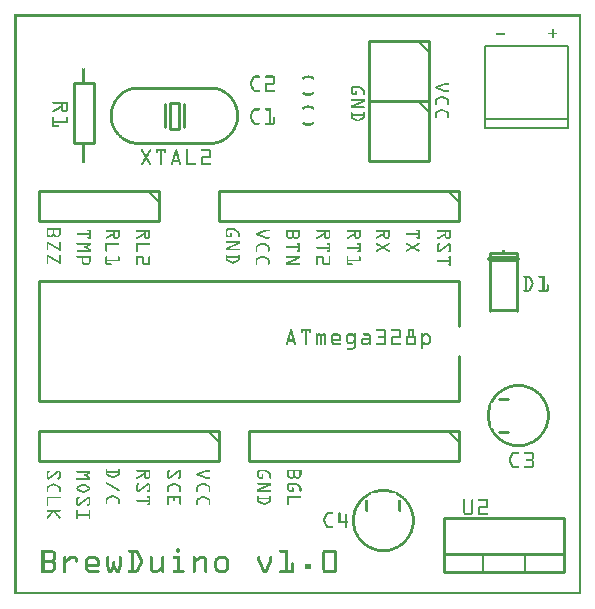
<source format=gto>
G04 MADE WITH FRITZING*
G04 WWW.FRITZING.ORG*
G04 DOUBLE SIDED*
G04 HOLES PLATED*
G04 CONTOUR ON CENTER OF CONTOUR VECTOR*
%ASAXBY*%
%FSLAX23Y23*%
%MOIN*%
%OFA0B0*%
%SFA1.0B1.0*%
%ADD10R,0.038714X0.096457X0.019029X0.076772*%
%ADD11C,0.009843*%
%ADD12C,0.010000*%
%ADD13C,0.005000*%
%ADD14C,0.008000*%
%ADD15C,0.020000*%
%ADD16C,0.011000*%
%ADD17R,0.001000X0.001000*%
%LNSILK1*%
G90*
G70*
G54D11*
X520Y1640D02*
X549Y1640D01*
X549Y1553D01*
X520Y1553D01*
X520Y1640D01*
D02*
G54D12*
X1481Y1046D02*
X81Y1046D01*
D02*
X81Y1046D02*
X81Y646D01*
D02*
X81Y646D02*
X1481Y646D01*
D02*
X1481Y1046D02*
X1481Y896D01*
D02*
X1481Y796D02*
X1481Y646D01*
D02*
X1831Y76D02*
X1431Y76D01*
D02*
X1431Y76D02*
X1431Y256D01*
D02*
X1431Y256D02*
X1831Y256D01*
D02*
X1831Y256D02*
X1831Y76D01*
D02*
X1831Y76D02*
X1431Y76D01*
D02*
X1431Y76D02*
X1431Y136D01*
D02*
X1431Y136D02*
X1831Y136D01*
D02*
X1831Y136D02*
X1831Y76D01*
G54D13*
D02*
X1701Y76D02*
X1701Y136D01*
D02*
X1561Y76D02*
X1561Y136D01*
G54D14*
D02*
X1569Y1830D02*
X1845Y1830D01*
D02*
X1845Y1830D02*
X1845Y1586D01*
D02*
X1845Y1586D02*
X1845Y1555D01*
D02*
X1845Y1555D02*
X1569Y1555D01*
D02*
X1569Y1555D02*
X1569Y1586D01*
D02*
X1569Y1586D02*
X1569Y1830D01*
D02*
X1845Y1586D02*
X1569Y1586D01*
G54D12*
D02*
X1481Y1346D02*
X681Y1346D01*
D02*
X681Y1346D02*
X681Y1246D01*
D02*
X681Y1246D02*
X1481Y1246D01*
D02*
X1481Y1246D02*
X1481Y1346D01*
G54D13*
D02*
X1446Y1346D02*
X1481Y1311D01*
G54D12*
D02*
X198Y1506D02*
X198Y1706D01*
D02*
X198Y1706D02*
X264Y1706D01*
D02*
X264Y1706D02*
X264Y1506D01*
D02*
X264Y1506D02*
X198Y1506D01*
D02*
X1381Y1646D02*
X1181Y1646D01*
D02*
X1181Y1646D02*
X1181Y1446D01*
D02*
X1181Y1446D02*
X1381Y1446D01*
D02*
X1381Y1446D02*
X1381Y1646D01*
G54D13*
D02*
X1346Y1646D02*
X1381Y1611D01*
G54D12*
D02*
X1676Y1140D02*
X1676Y945D01*
D02*
X1586Y945D02*
X1586Y1140D01*
D02*
X1586Y1140D02*
X1676Y1140D01*
G54D15*
D02*
X1586Y1120D02*
X1676Y1120D01*
G54D12*
D02*
X481Y1346D02*
X81Y1346D01*
D02*
X81Y1346D02*
X81Y1246D01*
D02*
X81Y1246D02*
X481Y1246D01*
D02*
X481Y1246D02*
X481Y1346D01*
G54D13*
D02*
X446Y1346D02*
X481Y1311D01*
G54D12*
D02*
X1381Y1846D02*
X1181Y1846D01*
D02*
X1181Y1846D02*
X1181Y1646D01*
D02*
X1181Y1646D02*
X1381Y1646D01*
D02*
X1381Y1646D02*
X1381Y1846D01*
G54D13*
D02*
X1346Y1846D02*
X1381Y1811D01*
G54D12*
D02*
X1481Y546D02*
X781Y546D01*
D02*
X781Y546D02*
X781Y446D01*
D02*
X781Y446D02*
X1481Y446D01*
D02*
X1481Y446D02*
X1481Y546D01*
G54D13*
D02*
X1446Y546D02*
X1481Y511D01*
G54D12*
D02*
X681Y546D02*
X81Y546D01*
D02*
X81Y546D02*
X81Y446D01*
D02*
X81Y446D02*
X681Y446D01*
D02*
X681Y446D02*
X681Y546D01*
G54D13*
D02*
X646Y546D02*
X681Y511D01*
G54D11*
X565Y1637D02*
X565Y1559D01*
D02*
X502Y1637D02*
X502Y1559D01*
D02*
G54D16*
X1615Y652D02*
X1645Y652D01*
D02*
X1615Y542D02*
X1645Y542D01*
D02*
G54D17*
X0Y1935D02*
X1889Y1935D01*
X0Y1934D02*
X1889Y1934D01*
X0Y1933D02*
X1889Y1933D01*
X0Y1932D02*
X1889Y1932D01*
X0Y1931D02*
X1889Y1931D01*
X0Y1930D02*
X1889Y1930D01*
X0Y1929D02*
X1889Y1929D01*
X0Y1928D02*
X1889Y1928D01*
X0Y1927D02*
X7Y1927D01*
X1882Y1927D02*
X1889Y1927D01*
X0Y1926D02*
X7Y1926D01*
X1882Y1926D02*
X1889Y1926D01*
X0Y1925D02*
X7Y1925D01*
X1882Y1925D02*
X1889Y1925D01*
X0Y1924D02*
X7Y1924D01*
X1882Y1924D02*
X1889Y1924D01*
X0Y1923D02*
X7Y1923D01*
X1882Y1923D02*
X1889Y1923D01*
X0Y1922D02*
X7Y1922D01*
X1882Y1922D02*
X1889Y1922D01*
X0Y1921D02*
X7Y1921D01*
X1882Y1921D02*
X1889Y1921D01*
X0Y1920D02*
X7Y1920D01*
X1882Y1920D02*
X1889Y1920D01*
X0Y1919D02*
X7Y1919D01*
X1882Y1919D02*
X1889Y1919D01*
X0Y1918D02*
X7Y1918D01*
X1882Y1918D02*
X1889Y1918D01*
X0Y1917D02*
X7Y1917D01*
X1882Y1917D02*
X1889Y1917D01*
X0Y1916D02*
X7Y1916D01*
X1882Y1916D02*
X1889Y1916D01*
X0Y1915D02*
X7Y1915D01*
X1882Y1915D02*
X1889Y1915D01*
X0Y1914D02*
X7Y1914D01*
X1882Y1914D02*
X1889Y1914D01*
X0Y1913D02*
X7Y1913D01*
X1882Y1913D02*
X1889Y1913D01*
X0Y1912D02*
X7Y1912D01*
X1882Y1912D02*
X1889Y1912D01*
X0Y1911D02*
X7Y1911D01*
X1882Y1911D02*
X1889Y1911D01*
X0Y1910D02*
X7Y1910D01*
X1882Y1910D02*
X1889Y1910D01*
X0Y1909D02*
X7Y1909D01*
X1882Y1909D02*
X1889Y1909D01*
X0Y1908D02*
X7Y1908D01*
X1882Y1908D02*
X1889Y1908D01*
X0Y1907D02*
X7Y1907D01*
X1882Y1907D02*
X1889Y1907D01*
X0Y1906D02*
X7Y1906D01*
X1882Y1906D02*
X1889Y1906D01*
X0Y1905D02*
X7Y1905D01*
X1882Y1905D02*
X1889Y1905D01*
X0Y1904D02*
X7Y1904D01*
X1882Y1904D02*
X1889Y1904D01*
X0Y1903D02*
X7Y1903D01*
X1882Y1903D02*
X1889Y1903D01*
X0Y1902D02*
X7Y1902D01*
X1882Y1902D02*
X1889Y1902D01*
X0Y1901D02*
X7Y1901D01*
X1882Y1901D02*
X1889Y1901D01*
X0Y1900D02*
X7Y1900D01*
X1882Y1900D02*
X1889Y1900D01*
X0Y1899D02*
X7Y1899D01*
X1882Y1899D02*
X1889Y1899D01*
X0Y1898D02*
X7Y1898D01*
X1882Y1898D02*
X1889Y1898D01*
X0Y1897D02*
X7Y1897D01*
X1882Y1897D02*
X1889Y1897D01*
X0Y1896D02*
X7Y1896D01*
X1882Y1896D02*
X1889Y1896D01*
X0Y1895D02*
X7Y1895D01*
X1882Y1895D02*
X1889Y1895D01*
X0Y1894D02*
X7Y1894D01*
X1882Y1894D02*
X1889Y1894D01*
X0Y1893D02*
X7Y1893D01*
X1882Y1893D02*
X1889Y1893D01*
X0Y1892D02*
X7Y1892D01*
X1882Y1892D02*
X1889Y1892D01*
X0Y1891D02*
X7Y1891D01*
X1882Y1891D02*
X1889Y1891D01*
X0Y1890D02*
X7Y1890D01*
X1882Y1890D02*
X1889Y1890D01*
X0Y1889D02*
X7Y1889D01*
X1882Y1889D02*
X1889Y1889D01*
X0Y1888D02*
X7Y1888D01*
X1882Y1888D02*
X1889Y1888D01*
X0Y1887D02*
X7Y1887D01*
X1882Y1887D02*
X1889Y1887D01*
X0Y1886D02*
X7Y1886D01*
X1794Y1886D02*
X1797Y1886D01*
X1882Y1886D02*
X1889Y1886D01*
X0Y1885D02*
X7Y1885D01*
X1793Y1885D02*
X1798Y1885D01*
X1882Y1885D02*
X1889Y1885D01*
X0Y1884D02*
X7Y1884D01*
X1793Y1884D02*
X1798Y1884D01*
X1882Y1884D02*
X1889Y1884D01*
X0Y1883D02*
X7Y1883D01*
X1793Y1883D02*
X1798Y1883D01*
X1882Y1883D02*
X1889Y1883D01*
X0Y1882D02*
X7Y1882D01*
X1793Y1882D02*
X1798Y1882D01*
X1882Y1882D02*
X1889Y1882D01*
X0Y1881D02*
X7Y1881D01*
X1793Y1881D02*
X1798Y1881D01*
X1882Y1881D02*
X1889Y1881D01*
X0Y1880D02*
X7Y1880D01*
X1793Y1880D02*
X1798Y1880D01*
X1882Y1880D02*
X1889Y1880D01*
X0Y1879D02*
X7Y1879D01*
X1793Y1879D02*
X1798Y1879D01*
X1882Y1879D02*
X1889Y1879D01*
X0Y1878D02*
X7Y1878D01*
X1793Y1878D02*
X1798Y1878D01*
X1882Y1878D02*
X1889Y1878D01*
X0Y1877D02*
X7Y1877D01*
X1793Y1877D02*
X1798Y1877D01*
X1882Y1877D02*
X1889Y1877D01*
X0Y1876D02*
X7Y1876D01*
X1793Y1876D02*
X1798Y1876D01*
X1882Y1876D02*
X1889Y1876D01*
X0Y1875D02*
X7Y1875D01*
X1793Y1875D02*
X1798Y1875D01*
X1882Y1875D02*
X1889Y1875D01*
X0Y1874D02*
X7Y1874D01*
X1608Y1874D02*
X1634Y1874D01*
X1782Y1874D02*
X1809Y1874D01*
X1882Y1874D02*
X1889Y1874D01*
X0Y1873D02*
X7Y1873D01*
X1607Y1873D02*
X1635Y1873D01*
X1781Y1873D02*
X1810Y1873D01*
X1882Y1873D02*
X1889Y1873D01*
X0Y1872D02*
X7Y1872D01*
X1606Y1872D02*
X1636Y1872D01*
X1781Y1872D02*
X1810Y1872D01*
X1882Y1872D02*
X1889Y1872D01*
X0Y1871D02*
X7Y1871D01*
X1606Y1871D02*
X1636Y1871D01*
X1781Y1871D02*
X1810Y1871D01*
X1882Y1871D02*
X1889Y1871D01*
X0Y1870D02*
X7Y1870D01*
X1606Y1870D02*
X1636Y1870D01*
X1781Y1870D02*
X1809Y1870D01*
X1882Y1870D02*
X1889Y1870D01*
X0Y1869D02*
X7Y1869D01*
X1606Y1869D02*
X1636Y1869D01*
X1783Y1869D02*
X1808Y1869D01*
X1882Y1869D02*
X1889Y1869D01*
X0Y1868D02*
X7Y1868D01*
X1607Y1868D02*
X1635Y1868D01*
X1793Y1868D02*
X1798Y1868D01*
X1882Y1868D02*
X1889Y1868D01*
X0Y1867D02*
X7Y1867D01*
X1607Y1867D02*
X1635Y1867D01*
X1793Y1867D02*
X1798Y1867D01*
X1882Y1867D02*
X1889Y1867D01*
X0Y1866D02*
X7Y1866D01*
X1793Y1866D02*
X1798Y1866D01*
X1882Y1866D02*
X1889Y1866D01*
X0Y1865D02*
X7Y1865D01*
X1793Y1865D02*
X1798Y1865D01*
X1882Y1865D02*
X1889Y1865D01*
X0Y1864D02*
X7Y1864D01*
X1793Y1864D02*
X1798Y1864D01*
X1882Y1864D02*
X1889Y1864D01*
X0Y1863D02*
X7Y1863D01*
X1793Y1863D02*
X1798Y1863D01*
X1882Y1863D02*
X1889Y1863D01*
X0Y1862D02*
X7Y1862D01*
X1793Y1862D02*
X1798Y1862D01*
X1882Y1862D02*
X1889Y1862D01*
X0Y1861D02*
X7Y1861D01*
X1793Y1861D02*
X1798Y1861D01*
X1882Y1861D02*
X1889Y1861D01*
X0Y1860D02*
X7Y1860D01*
X1793Y1860D02*
X1798Y1860D01*
X1882Y1860D02*
X1889Y1860D01*
X0Y1859D02*
X7Y1859D01*
X1793Y1859D02*
X1798Y1859D01*
X1882Y1859D02*
X1889Y1859D01*
X0Y1858D02*
X7Y1858D01*
X1793Y1858D02*
X1797Y1858D01*
X1882Y1858D02*
X1889Y1858D01*
X0Y1857D02*
X7Y1857D01*
X1795Y1857D02*
X1796Y1857D01*
X1882Y1857D02*
X1889Y1857D01*
X0Y1856D02*
X7Y1856D01*
X1882Y1856D02*
X1889Y1856D01*
X0Y1855D02*
X7Y1855D01*
X1882Y1855D02*
X1889Y1855D01*
X0Y1854D02*
X7Y1854D01*
X1882Y1854D02*
X1889Y1854D01*
X0Y1853D02*
X7Y1853D01*
X1882Y1853D02*
X1889Y1853D01*
X0Y1852D02*
X7Y1852D01*
X1882Y1852D02*
X1889Y1852D01*
X0Y1851D02*
X7Y1851D01*
X1882Y1851D02*
X1889Y1851D01*
X0Y1850D02*
X7Y1850D01*
X1882Y1850D02*
X1889Y1850D01*
X0Y1849D02*
X7Y1849D01*
X1882Y1849D02*
X1889Y1849D01*
X0Y1848D02*
X7Y1848D01*
X1882Y1848D02*
X1889Y1848D01*
X0Y1847D02*
X7Y1847D01*
X1882Y1847D02*
X1889Y1847D01*
X0Y1846D02*
X7Y1846D01*
X1882Y1846D02*
X1889Y1846D01*
X0Y1845D02*
X7Y1845D01*
X1882Y1845D02*
X1889Y1845D01*
X0Y1844D02*
X7Y1844D01*
X1882Y1844D02*
X1889Y1844D01*
X0Y1843D02*
X7Y1843D01*
X1882Y1843D02*
X1889Y1843D01*
X0Y1842D02*
X7Y1842D01*
X1882Y1842D02*
X1889Y1842D01*
X0Y1841D02*
X7Y1841D01*
X1882Y1841D02*
X1889Y1841D01*
X0Y1840D02*
X7Y1840D01*
X1882Y1840D02*
X1889Y1840D01*
X0Y1839D02*
X7Y1839D01*
X1882Y1839D02*
X1889Y1839D01*
X0Y1838D02*
X7Y1838D01*
X1882Y1838D02*
X1889Y1838D01*
X0Y1837D02*
X7Y1837D01*
X1882Y1837D02*
X1889Y1837D01*
X0Y1836D02*
X7Y1836D01*
X1882Y1836D02*
X1889Y1836D01*
X0Y1835D02*
X7Y1835D01*
X1882Y1835D02*
X1889Y1835D01*
X0Y1834D02*
X7Y1834D01*
X1882Y1834D02*
X1889Y1834D01*
X0Y1833D02*
X7Y1833D01*
X1882Y1833D02*
X1889Y1833D01*
X0Y1832D02*
X7Y1832D01*
X1882Y1832D02*
X1889Y1832D01*
X0Y1831D02*
X7Y1831D01*
X1882Y1831D02*
X1889Y1831D01*
X0Y1830D02*
X7Y1830D01*
X1882Y1830D02*
X1889Y1830D01*
X0Y1829D02*
X7Y1829D01*
X1882Y1829D02*
X1889Y1829D01*
X0Y1828D02*
X7Y1828D01*
X1882Y1828D02*
X1889Y1828D01*
X0Y1827D02*
X7Y1827D01*
X1882Y1827D02*
X1889Y1827D01*
X0Y1826D02*
X7Y1826D01*
X1882Y1826D02*
X1889Y1826D01*
X0Y1825D02*
X7Y1825D01*
X1882Y1825D02*
X1889Y1825D01*
X0Y1824D02*
X7Y1824D01*
X1882Y1824D02*
X1889Y1824D01*
X0Y1823D02*
X7Y1823D01*
X1882Y1823D02*
X1889Y1823D01*
X0Y1822D02*
X7Y1822D01*
X1882Y1822D02*
X1889Y1822D01*
X0Y1821D02*
X7Y1821D01*
X1882Y1821D02*
X1889Y1821D01*
X0Y1820D02*
X7Y1820D01*
X1882Y1820D02*
X1889Y1820D01*
X0Y1819D02*
X7Y1819D01*
X1882Y1819D02*
X1889Y1819D01*
X0Y1818D02*
X7Y1818D01*
X1882Y1818D02*
X1889Y1818D01*
X0Y1817D02*
X7Y1817D01*
X1882Y1817D02*
X1889Y1817D01*
X0Y1816D02*
X7Y1816D01*
X1882Y1816D02*
X1889Y1816D01*
X0Y1815D02*
X7Y1815D01*
X1882Y1815D02*
X1889Y1815D01*
X0Y1814D02*
X7Y1814D01*
X1882Y1814D02*
X1889Y1814D01*
X0Y1813D02*
X7Y1813D01*
X1882Y1813D02*
X1889Y1813D01*
X0Y1812D02*
X7Y1812D01*
X1882Y1812D02*
X1889Y1812D01*
X0Y1811D02*
X7Y1811D01*
X1882Y1811D02*
X1889Y1811D01*
X0Y1810D02*
X7Y1810D01*
X1882Y1810D02*
X1889Y1810D01*
X0Y1809D02*
X7Y1809D01*
X1882Y1809D02*
X1889Y1809D01*
X0Y1808D02*
X7Y1808D01*
X1882Y1808D02*
X1889Y1808D01*
X0Y1807D02*
X7Y1807D01*
X1882Y1807D02*
X1889Y1807D01*
X0Y1806D02*
X7Y1806D01*
X1882Y1806D02*
X1889Y1806D01*
X0Y1805D02*
X7Y1805D01*
X1882Y1805D02*
X1889Y1805D01*
X0Y1804D02*
X7Y1804D01*
X1882Y1804D02*
X1889Y1804D01*
X0Y1803D02*
X7Y1803D01*
X1882Y1803D02*
X1889Y1803D01*
X0Y1802D02*
X7Y1802D01*
X1882Y1802D02*
X1889Y1802D01*
X0Y1801D02*
X7Y1801D01*
X1882Y1801D02*
X1889Y1801D01*
X0Y1800D02*
X7Y1800D01*
X1882Y1800D02*
X1889Y1800D01*
X0Y1799D02*
X7Y1799D01*
X1882Y1799D02*
X1889Y1799D01*
X0Y1798D02*
X7Y1798D01*
X1882Y1798D02*
X1889Y1798D01*
X0Y1797D02*
X7Y1797D01*
X1882Y1797D02*
X1889Y1797D01*
X0Y1796D02*
X7Y1796D01*
X1882Y1796D02*
X1889Y1796D01*
X0Y1795D02*
X7Y1795D01*
X1882Y1795D02*
X1889Y1795D01*
X0Y1794D02*
X7Y1794D01*
X1882Y1794D02*
X1889Y1794D01*
X0Y1793D02*
X7Y1793D01*
X1882Y1793D02*
X1889Y1793D01*
X0Y1792D02*
X7Y1792D01*
X1882Y1792D02*
X1889Y1792D01*
X0Y1791D02*
X7Y1791D01*
X1882Y1791D02*
X1889Y1791D01*
X0Y1790D02*
X7Y1790D01*
X1882Y1790D02*
X1889Y1790D01*
X0Y1789D02*
X7Y1789D01*
X1882Y1789D02*
X1889Y1789D01*
X0Y1788D02*
X7Y1788D01*
X1882Y1788D02*
X1889Y1788D01*
X0Y1787D02*
X7Y1787D01*
X1882Y1787D02*
X1889Y1787D01*
X0Y1786D02*
X7Y1786D01*
X1882Y1786D02*
X1889Y1786D01*
X0Y1785D02*
X7Y1785D01*
X1882Y1785D02*
X1889Y1785D01*
X0Y1784D02*
X7Y1784D01*
X1882Y1784D02*
X1889Y1784D01*
X0Y1783D02*
X7Y1783D01*
X1882Y1783D02*
X1889Y1783D01*
X0Y1782D02*
X7Y1782D01*
X1882Y1782D02*
X1889Y1782D01*
X0Y1781D02*
X7Y1781D01*
X1882Y1781D02*
X1889Y1781D01*
X0Y1780D02*
X7Y1780D01*
X1882Y1780D02*
X1889Y1780D01*
X0Y1779D02*
X7Y1779D01*
X1882Y1779D02*
X1889Y1779D01*
X0Y1778D02*
X7Y1778D01*
X1882Y1778D02*
X1889Y1778D01*
X0Y1777D02*
X7Y1777D01*
X1882Y1777D02*
X1889Y1777D01*
X0Y1776D02*
X7Y1776D01*
X1882Y1776D02*
X1889Y1776D01*
X0Y1775D02*
X7Y1775D01*
X1882Y1775D02*
X1889Y1775D01*
X0Y1774D02*
X7Y1774D01*
X1882Y1774D02*
X1889Y1774D01*
X0Y1773D02*
X7Y1773D01*
X1882Y1773D02*
X1889Y1773D01*
X0Y1772D02*
X7Y1772D01*
X1882Y1772D02*
X1889Y1772D01*
X0Y1771D02*
X7Y1771D01*
X1882Y1771D02*
X1889Y1771D01*
X0Y1770D02*
X7Y1770D01*
X1882Y1770D02*
X1889Y1770D01*
X0Y1769D02*
X7Y1769D01*
X1882Y1769D02*
X1889Y1769D01*
X0Y1768D02*
X7Y1768D01*
X1882Y1768D02*
X1889Y1768D01*
X0Y1767D02*
X7Y1767D01*
X1882Y1767D02*
X1889Y1767D01*
X0Y1766D02*
X7Y1766D01*
X1882Y1766D02*
X1889Y1766D01*
X0Y1765D02*
X7Y1765D01*
X1882Y1765D02*
X1889Y1765D01*
X0Y1764D02*
X7Y1764D01*
X1882Y1764D02*
X1889Y1764D01*
X0Y1763D02*
X7Y1763D01*
X1882Y1763D02*
X1889Y1763D01*
X0Y1762D02*
X7Y1762D01*
X1882Y1762D02*
X1889Y1762D01*
X0Y1761D02*
X7Y1761D01*
X1882Y1761D02*
X1889Y1761D01*
X0Y1760D02*
X7Y1760D01*
X1882Y1760D02*
X1889Y1760D01*
X0Y1759D02*
X7Y1759D01*
X1882Y1759D02*
X1889Y1759D01*
X0Y1758D02*
X7Y1758D01*
X1882Y1758D02*
X1889Y1758D01*
X0Y1757D02*
X7Y1757D01*
X1882Y1757D02*
X1889Y1757D01*
X0Y1756D02*
X7Y1756D01*
X1882Y1756D02*
X1889Y1756D01*
X0Y1755D02*
X7Y1755D01*
X226Y1755D02*
X227Y1755D01*
X234Y1755D02*
X235Y1755D01*
X1882Y1755D02*
X1889Y1755D01*
X0Y1754D02*
X7Y1754D01*
X226Y1754D02*
X235Y1754D01*
X1882Y1754D02*
X1889Y1754D01*
X0Y1753D02*
X7Y1753D01*
X226Y1753D02*
X235Y1753D01*
X1882Y1753D02*
X1889Y1753D01*
X0Y1752D02*
X7Y1752D01*
X226Y1752D02*
X235Y1752D01*
X1882Y1752D02*
X1889Y1752D01*
X0Y1751D02*
X7Y1751D01*
X226Y1751D02*
X235Y1751D01*
X1882Y1751D02*
X1889Y1751D01*
X0Y1750D02*
X7Y1750D01*
X226Y1750D02*
X235Y1750D01*
X1882Y1750D02*
X1889Y1750D01*
X0Y1749D02*
X7Y1749D01*
X226Y1749D02*
X235Y1749D01*
X1882Y1749D02*
X1889Y1749D01*
X0Y1748D02*
X7Y1748D01*
X226Y1748D02*
X235Y1748D01*
X1882Y1748D02*
X1889Y1748D01*
X0Y1747D02*
X7Y1747D01*
X226Y1747D02*
X235Y1747D01*
X1882Y1747D02*
X1889Y1747D01*
X0Y1746D02*
X7Y1746D01*
X226Y1746D02*
X235Y1746D01*
X1882Y1746D02*
X1889Y1746D01*
X0Y1745D02*
X7Y1745D01*
X226Y1745D02*
X235Y1745D01*
X1882Y1745D02*
X1889Y1745D01*
X0Y1744D02*
X7Y1744D01*
X226Y1744D02*
X235Y1744D01*
X1882Y1744D02*
X1889Y1744D01*
X0Y1743D02*
X7Y1743D01*
X226Y1743D02*
X235Y1743D01*
X1882Y1743D02*
X1889Y1743D01*
X0Y1742D02*
X7Y1742D01*
X226Y1742D02*
X235Y1742D01*
X1882Y1742D02*
X1889Y1742D01*
X0Y1741D02*
X7Y1741D01*
X226Y1741D02*
X235Y1741D01*
X1882Y1741D02*
X1889Y1741D01*
X0Y1740D02*
X7Y1740D01*
X226Y1740D02*
X235Y1740D01*
X1882Y1740D02*
X1889Y1740D01*
X0Y1739D02*
X7Y1739D01*
X226Y1739D02*
X235Y1739D01*
X1882Y1739D02*
X1889Y1739D01*
X0Y1738D02*
X7Y1738D01*
X226Y1738D02*
X235Y1738D01*
X1882Y1738D02*
X1889Y1738D01*
X0Y1737D02*
X7Y1737D01*
X226Y1737D02*
X235Y1737D01*
X1882Y1737D02*
X1889Y1737D01*
X0Y1736D02*
X7Y1736D01*
X226Y1736D02*
X235Y1736D01*
X1882Y1736D02*
X1889Y1736D01*
X0Y1735D02*
X7Y1735D01*
X226Y1735D02*
X235Y1735D01*
X1882Y1735D02*
X1889Y1735D01*
X0Y1734D02*
X7Y1734D01*
X226Y1734D02*
X235Y1734D01*
X1882Y1734D02*
X1889Y1734D01*
X0Y1733D02*
X7Y1733D01*
X226Y1733D02*
X235Y1733D01*
X1882Y1733D02*
X1889Y1733D01*
X0Y1732D02*
X7Y1732D01*
X226Y1732D02*
X235Y1732D01*
X1882Y1732D02*
X1889Y1732D01*
X0Y1731D02*
X7Y1731D01*
X226Y1731D02*
X235Y1731D01*
X802Y1731D02*
X816Y1731D01*
X838Y1731D02*
X863Y1731D01*
X978Y1731D02*
X983Y1731D01*
X1882Y1731D02*
X1889Y1731D01*
X0Y1730D02*
X7Y1730D01*
X226Y1730D02*
X235Y1730D01*
X799Y1730D02*
X818Y1730D01*
X836Y1730D02*
X866Y1730D01*
X972Y1730D02*
X988Y1730D01*
X1882Y1730D02*
X1889Y1730D01*
X0Y1729D02*
X7Y1729D01*
X226Y1729D02*
X235Y1729D01*
X797Y1729D02*
X819Y1729D01*
X836Y1729D02*
X867Y1729D01*
X969Y1729D02*
X991Y1729D01*
X1882Y1729D02*
X1889Y1729D01*
X0Y1728D02*
X7Y1728D01*
X226Y1728D02*
X235Y1728D01*
X796Y1728D02*
X819Y1728D01*
X835Y1728D02*
X868Y1728D01*
X966Y1728D02*
X994Y1728D01*
X1882Y1728D02*
X1889Y1728D01*
X0Y1727D02*
X7Y1727D01*
X226Y1727D02*
X235Y1727D01*
X795Y1727D02*
X819Y1727D01*
X835Y1727D02*
X868Y1727D01*
X964Y1727D02*
X996Y1727D01*
X1882Y1727D02*
X1889Y1727D01*
X0Y1726D02*
X7Y1726D01*
X226Y1726D02*
X235Y1726D01*
X794Y1726D02*
X818Y1726D01*
X836Y1726D02*
X869Y1726D01*
X963Y1726D02*
X997Y1726D01*
X1882Y1726D02*
X1889Y1726D01*
X0Y1725D02*
X7Y1725D01*
X226Y1725D02*
X235Y1725D01*
X794Y1725D02*
X818Y1725D01*
X837Y1725D02*
X869Y1725D01*
X961Y1725D02*
X999Y1725D01*
X1882Y1725D02*
X1889Y1725D01*
X0Y1724D02*
X7Y1724D01*
X226Y1724D02*
X235Y1724D01*
X793Y1724D02*
X801Y1724D01*
X863Y1724D02*
X869Y1724D01*
X960Y1724D02*
X1000Y1724D01*
X1882Y1724D02*
X1889Y1724D01*
X0Y1723D02*
X7Y1723D01*
X226Y1723D02*
X235Y1723D01*
X793Y1723D02*
X800Y1723D01*
X863Y1723D02*
X869Y1723D01*
X960Y1723D02*
X975Y1723D01*
X985Y1723D02*
X1000Y1723D01*
X1882Y1723D02*
X1889Y1723D01*
X0Y1722D02*
X7Y1722D01*
X226Y1722D02*
X235Y1722D01*
X792Y1722D02*
X799Y1722D01*
X863Y1722D02*
X869Y1722D01*
X961Y1722D02*
X971Y1722D01*
X989Y1722D02*
X1000Y1722D01*
X1882Y1722D02*
X1889Y1722D01*
X0Y1721D02*
X7Y1721D01*
X226Y1721D02*
X235Y1721D01*
X792Y1721D02*
X799Y1721D01*
X863Y1721D02*
X869Y1721D01*
X961Y1721D02*
X969Y1721D01*
X991Y1721D02*
X999Y1721D01*
X1882Y1721D02*
X1889Y1721D01*
X0Y1720D02*
X7Y1720D01*
X226Y1720D02*
X235Y1720D01*
X791Y1720D02*
X798Y1720D01*
X863Y1720D02*
X869Y1720D01*
X962Y1720D02*
X967Y1720D01*
X993Y1720D02*
X998Y1720D01*
X1882Y1720D02*
X1889Y1720D01*
X0Y1719D02*
X7Y1719D01*
X226Y1719D02*
X235Y1719D01*
X791Y1719D02*
X798Y1719D01*
X863Y1719D02*
X869Y1719D01*
X963Y1719D02*
X966Y1719D01*
X995Y1719D02*
X997Y1719D01*
X1882Y1719D02*
X1889Y1719D01*
X0Y1718D02*
X7Y1718D01*
X226Y1718D02*
X235Y1718D01*
X790Y1718D02*
X797Y1718D01*
X863Y1718D02*
X869Y1718D01*
X964Y1718D02*
X964Y1718D01*
X996Y1718D02*
X997Y1718D01*
X1882Y1718D02*
X1889Y1718D01*
X0Y1717D02*
X7Y1717D01*
X226Y1717D02*
X235Y1717D01*
X790Y1717D02*
X797Y1717D01*
X863Y1717D02*
X869Y1717D01*
X1882Y1717D02*
X1889Y1717D01*
X0Y1716D02*
X7Y1716D01*
X226Y1716D02*
X235Y1716D01*
X789Y1716D02*
X796Y1716D01*
X863Y1716D02*
X869Y1716D01*
X1882Y1716D02*
X1889Y1716D01*
X0Y1715D02*
X7Y1715D01*
X226Y1715D02*
X235Y1715D01*
X789Y1715D02*
X796Y1715D01*
X863Y1715D02*
X869Y1715D01*
X1882Y1715D02*
X1889Y1715D01*
X0Y1714D02*
X7Y1714D01*
X226Y1714D02*
X235Y1714D01*
X788Y1714D02*
X795Y1714D01*
X863Y1714D02*
X869Y1714D01*
X1882Y1714D02*
X1889Y1714D01*
X0Y1713D02*
X7Y1713D01*
X226Y1713D02*
X235Y1713D01*
X788Y1713D02*
X795Y1713D01*
X863Y1713D02*
X869Y1713D01*
X1882Y1713D02*
X1889Y1713D01*
X0Y1712D02*
X7Y1712D01*
X226Y1712D02*
X235Y1712D01*
X787Y1712D02*
X794Y1712D01*
X863Y1712D02*
X869Y1712D01*
X1882Y1712D02*
X1889Y1712D01*
X0Y1711D02*
X7Y1711D01*
X226Y1711D02*
X235Y1711D01*
X787Y1711D02*
X794Y1711D01*
X863Y1711D02*
X869Y1711D01*
X1882Y1711D02*
X1889Y1711D01*
X0Y1710D02*
X7Y1710D01*
X226Y1710D02*
X235Y1710D01*
X787Y1710D02*
X793Y1710D01*
X863Y1710D02*
X869Y1710D01*
X1882Y1710D02*
X1889Y1710D01*
X0Y1709D02*
X7Y1709D01*
X226Y1709D02*
X235Y1709D01*
X786Y1709D02*
X793Y1709D01*
X863Y1709D02*
X869Y1709D01*
X1882Y1709D02*
X1889Y1709D01*
X0Y1708D02*
X7Y1708D01*
X226Y1708D02*
X235Y1708D01*
X786Y1708D02*
X792Y1708D01*
X863Y1708D02*
X869Y1708D01*
X1882Y1708D02*
X1889Y1708D01*
X0Y1707D02*
X7Y1707D01*
X226Y1707D02*
X235Y1707D01*
X786Y1707D02*
X792Y1707D01*
X840Y1707D02*
X869Y1707D01*
X1882Y1707D02*
X1889Y1707D01*
X0Y1706D02*
X7Y1706D01*
X785Y1706D02*
X792Y1706D01*
X838Y1706D02*
X869Y1706D01*
X1434Y1706D02*
X1447Y1706D01*
X1882Y1706D02*
X1889Y1706D01*
X0Y1705D02*
X7Y1705D01*
X785Y1705D02*
X791Y1705D01*
X837Y1705D02*
X868Y1705D01*
X1432Y1705D02*
X1448Y1705D01*
X1882Y1705D02*
X1889Y1705D01*
X0Y1704D02*
X7Y1704D01*
X785Y1704D02*
X791Y1704D01*
X836Y1704D02*
X868Y1704D01*
X1429Y1704D02*
X1448Y1704D01*
X1882Y1704D02*
X1889Y1704D01*
X0Y1703D02*
X7Y1703D01*
X785Y1703D02*
X791Y1703D01*
X836Y1703D02*
X867Y1703D01*
X1427Y1703D02*
X1448Y1703D01*
X1882Y1703D02*
X1889Y1703D01*
X0Y1702D02*
X7Y1702D01*
X785Y1702D02*
X792Y1702D01*
X835Y1702D02*
X866Y1702D01*
X1424Y1702D02*
X1448Y1702D01*
X1882Y1702D02*
X1889Y1702D01*
X0Y1701D02*
X7Y1701D01*
X786Y1701D02*
X792Y1701D01*
X835Y1701D02*
X864Y1701D01*
X1422Y1701D02*
X1447Y1701D01*
X1882Y1701D02*
X1889Y1701D01*
X0Y1700D02*
X7Y1700D01*
X786Y1700D02*
X792Y1700D01*
X835Y1700D02*
X841Y1700D01*
X1419Y1700D02*
X1435Y1700D01*
X1882Y1700D02*
X1889Y1700D01*
X0Y1699D02*
X7Y1699D01*
X786Y1699D02*
X793Y1699D01*
X835Y1699D02*
X841Y1699D01*
X1416Y1699D02*
X1432Y1699D01*
X1882Y1699D02*
X1889Y1699D01*
X0Y1698D02*
X7Y1698D01*
X787Y1698D02*
X793Y1698D01*
X835Y1698D02*
X841Y1698D01*
X1414Y1698D02*
X1430Y1698D01*
X1882Y1698D02*
X1889Y1698D01*
X0Y1697D02*
X7Y1697D01*
X787Y1697D02*
X794Y1697D01*
X835Y1697D02*
X841Y1697D01*
X1411Y1697D02*
X1427Y1697D01*
X1882Y1697D02*
X1889Y1697D01*
X0Y1696D02*
X7Y1696D01*
X787Y1696D02*
X794Y1696D01*
X835Y1696D02*
X841Y1696D01*
X1409Y1696D02*
X1425Y1696D01*
X1882Y1696D02*
X1889Y1696D01*
X0Y1695D02*
X7Y1695D01*
X788Y1695D02*
X795Y1695D01*
X835Y1695D02*
X841Y1695D01*
X1127Y1695D02*
X1151Y1695D01*
X1406Y1695D02*
X1422Y1695D01*
X1882Y1695D02*
X1889Y1695D01*
X0Y1694D02*
X7Y1694D01*
X403Y1694D02*
X665Y1694D01*
X788Y1694D02*
X795Y1694D01*
X835Y1694D02*
X841Y1694D01*
X1126Y1694D02*
X1153Y1694D01*
X1404Y1694D02*
X1420Y1694D01*
X1882Y1694D02*
X1889Y1694D01*
X0Y1693D02*
X7Y1693D01*
X396Y1693D02*
X671Y1693D01*
X789Y1693D02*
X796Y1693D01*
X835Y1693D02*
X841Y1693D01*
X1124Y1693D02*
X1154Y1693D01*
X1403Y1693D02*
X1417Y1693D01*
X1882Y1693D02*
X1889Y1693D01*
X0Y1692D02*
X7Y1692D01*
X392Y1692D02*
X675Y1692D01*
X789Y1692D02*
X796Y1692D01*
X835Y1692D02*
X841Y1692D01*
X1124Y1692D02*
X1156Y1692D01*
X1402Y1692D02*
X1414Y1692D01*
X1882Y1692D02*
X1889Y1692D01*
X0Y1691D02*
X7Y1691D01*
X388Y1691D02*
X679Y1691D01*
X790Y1691D02*
X797Y1691D01*
X835Y1691D02*
X841Y1691D01*
X1123Y1691D02*
X1157Y1691D01*
X1402Y1691D02*
X1413Y1691D01*
X1882Y1691D02*
X1889Y1691D01*
X0Y1690D02*
X7Y1690D01*
X385Y1690D02*
X682Y1690D01*
X790Y1690D02*
X797Y1690D01*
X835Y1690D02*
X841Y1690D01*
X1122Y1690D02*
X1158Y1690D01*
X1402Y1690D02*
X1416Y1690D01*
X1882Y1690D02*
X1889Y1690D01*
X0Y1689D02*
X7Y1689D01*
X382Y1689D02*
X685Y1689D01*
X791Y1689D02*
X798Y1689D01*
X835Y1689D02*
X841Y1689D01*
X1122Y1689D02*
X1128Y1689D01*
X1150Y1689D02*
X1159Y1689D01*
X1403Y1689D02*
X1418Y1689D01*
X1882Y1689D02*
X1889Y1689D01*
X0Y1688D02*
X7Y1688D01*
X380Y1688D02*
X687Y1688D01*
X791Y1688D02*
X798Y1688D01*
X835Y1688D02*
X841Y1688D01*
X1122Y1688D02*
X1127Y1688D01*
X1152Y1688D02*
X1161Y1688D01*
X1405Y1688D02*
X1421Y1688D01*
X1882Y1688D02*
X1889Y1688D01*
X0Y1687D02*
X7Y1687D01*
X377Y1687D02*
X690Y1687D01*
X792Y1687D02*
X799Y1687D01*
X835Y1687D02*
X841Y1687D01*
X1122Y1687D02*
X1127Y1687D01*
X1153Y1687D02*
X1162Y1687D01*
X1408Y1687D02*
X1424Y1687D01*
X1882Y1687D02*
X1889Y1687D01*
X0Y1686D02*
X7Y1686D01*
X375Y1686D02*
X692Y1686D01*
X792Y1686D02*
X799Y1686D01*
X835Y1686D02*
X841Y1686D01*
X1122Y1686D02*
X1127Y1686D01*
X1154Y1686D02*
X1163Y1686D01*
X1410Y1686D02*
X1426Y1686D01*
X1882Y1686D02*
X1889Y1686D01*
X0Y1685D02*
X7Y1685D01*
X373Y1685D02*
X694Y1685D01*
X793Y1685D02*
X800Y1685D01*
X835Y1685D02*
X841Y1685D01*
X1122Y1685D02*
X1127Y1685D01*
X1156Y1685D02*
X1165Y1685D01*
X1413Y1685D02*
X1429Y1685D01*
X1882Y1685D02*
X1889Y1685D01*
X0Y1684D02*
X7Y1684D01*
X371Y1684D02*
X400Y1684D01*
X667Y1684D02*
X696Y1684D01*
X793Y1684D02*
X815Y1684D01*
X835Y1684D02*
X865Y1684D01*
X1122Y1684D02*
X1127Y1684D01*
X1157Y1684D02*
X1166Y1684D01*
X1415Y1684D02*
X1431Y1684D01*
X1882Y1684D02*
X1889Y1684D01*
X0Y1683D02*
X7Y1683D01*
X369Y1683D02*
X395Y1683D01*
X672Y1683D02*
X698Y1683D01*
X794Y1683D02*
X818Y1683D01*
X835Y1683D02*
X868Y1683D01*
X1122Y1683D02*
X1127Y1683D01*
X1158Y1683D02*
X1166Y1683D01*
X1418Y1683D02*
X1434Y1683D01*
X1882Y1683D02*
X1889Y1683D01*
X0Y1682D02*
X7Y1682D01*
X367Y1682D02*
X391Y1682D01*
X676Y1682D02*
X700Y1682D01*
X795Y1682D02*
X818Y1682D01*
X835Y1682D02*
X868Y1682D01*
X1122Y1682D02*
X1127Y1682D01*
X1159Y1682D02*
X1167Y1682D01*
X1421Y1682D02*
X1447Y1682D01*
X1882Y1682D02*
X1889Y1682D01*
X0Y1681D02*
X7Y1681D01*
X366Y1681D02*
X387Y1681D01*
X680Y1681D02*
X701Y1681D01*
X795Y1681D02*
X819Y1681D01*
X835Y1681D02*
X869Y1681D01*
X1122Y1681D02*
X1127Y1681D01*
X1161Y1681D02*
X1167Y1681D01*
X1423Y1681D02*
X1448Y1681D01*
X1882Y1681D02*
X1889Y1681D01*
X0Y1680D02*
X7Y1680D01*
X364Y1680D02*
X385Y1680D01*
X683Y1680D02*
X703Y1680D01*
X796Y1680D02*
X819Y1680D01*
X835Y1680D02*
X869Y1680D01*
X1122Y1680D02*
X1127Y1680D01*
X1138Y1680D02*
X1141Y1680D01*
X1162Y1680D02*
X1168Y1680D01*
X1426Y1680D02*
X1448Y1680D01*
X1882Y1680D02*
X1889Y1680D01*
X0Y1679D02*
X7Y1679D01*
X363Y1679D02*
X382Y1679D01*
X685Y1679D02*
X705Y1679D01*
X797Y1679D02*
X818Y1679D01*
X835Y1679D02*
X868Y1679D01*
X1122Y1679D02*
X1127Y1679D01*
X1138Y1679D02*
X1142Y1679D01*
X1163Y1679D02*
X1168Y1679D01*
X1428Y1679D02*
X1448Y1679D01*
X1882Y1679D02*
X1889Y1679D01*
X0Y1678D02*
X7Y1678D01*
X361Y1678D02*
X379Y1678D01*
X688Y1678D02*
X706Y1678D01*
X799Y1678D02*
X818Y1678D01*
X835Y1678D02*
X868Y1678D01*
X1122Y1678D02*
X1127Y1678D01*
X1137Y1678D02*
X1142Y1678D01*
X1163Y1678D02*
X1168Y1678D01*
X1431Y1678D02*
X1448Y1678D01*
X1882Y1678D02*
X1889Y1678D01*
X0Y1677D02*
X7Y1677D01*
X360Y1677D02*
X377Y1677D01*
X690Y1677D02*
X708Y1677D01*
X1122Y1677D02*
X1127Y1677D01*
X1137Y1677D02*
X1142Y1677D01*
X1163Y1677D02*
X1168Y1677D01*
X1433Y1677D02*
X1447Y1677D01*
X1882Y1677D02*
X1889Y1677D01*
X0Y1676D02*
X7Y1676D01*
X358Y1676D02*
X375Y1676D01*
X692Y1676D02*
X709Y1676D01*
X963Y1676D02*
X965Y1676D01*
X995Y1676D02*
X997Y1676D01*
X1122Y1676D02*
X1127Y1676D01*
X1137Y1676D02*
X1142Y1676D01*
X1163Y1676D02*
X1168Y1676D01*
X1882Y1676D02*
X1889Y1676D01*
X0Y1675D02*
X7Y1675D01*
X357Y1675D02*
X373Y1675D01*
X694Y1675D02*
X710Y1675D01*
X962Y1675D02*
X967Y1675D01*
X993Y1675D02*
X998Y1675D01*
X1122Y1675D02*
X1127Y1675D01*
X1137Y1675D02*
X1142Y1675D01*
X1163Y1675D02*
X1168Y1675D01*
X1882Y1675D02*
X1889Y1675D01*
X0Y1674D02*
X7Y1674D01*
X356Y1674D02*
X371Y1674D01*
X696Y1674D02*
X711Y1674D01*
X962Y1674D02*
X968Y1674D01*
X992Y1674D02*
X999Y1674D01*
X1122Y1674D02*
X1127Y1674D01*
X1137Y1674D02*
X1142Y1674D01*
X1163Y1674D02*
X1168Y1674D01*
X1882Y1674D02*
X1889Y1674D01*
X0Y1673D02*
X7Y1673D01*
X355Y1673D02*
X370Y1673D01*
X698Y1673D02*
X713Y1673D01*
X961Y1673D02*
X970Y1673D01*
X990Y1673D02*
X999Y1673D01*
X1122Y1673D02*
X1128Y1673D01*
X1137Y1673D02*
X1142Y1673D01*
X1163Y1673D02*
X1168Y1673D01*
X1882Y1673D02*
X1889Y1673D01*
X0Y1672D02*
X7Y1672D01*
X353Y1672D02*
X368Y1672D01*
X699Y1672D02*
X714Y1672D01*
X960Y1672D02*
X974Y1672D01*
X987Y1672D02*
X1000Y1672D01*
X1122Y1672D02*
X1129Y1672D01*
X1137Y1672D02*
X1142Y1672D01*
X1163Y1672D02*
X1168Y1672D01*
X1882Y1672D02*
X1889Y1672D01*
X0Y1671D02*
X7Y1671D01*
X352Y1671D02*
X366Y1671D01*
X701Y1671D02*
X715Y1671D01*
X960Y1671D02*
X1000Y1671D01*
X1123Y1671D02*
X1142Y1671D01*
X1163Y1671D02*
X1168Y1671D01*
X1882Y1671D02*
X1889Y1671D01*
X0Y1670D02*
X7Y1670D01*
X351Y1670D02*
X365Y1670D01*
X703Y1670D02*
X716Y1670D01*
X961Y1670D02*
X999Y1670D01*
X1123Y1670D02*
X1142Y1670D01*
X1163Y1670D02*
X1168Y1670D01*
X1882Y1670D02*
X1889Y1670D01*
X0Y1669D02*
X7Y1669D01*
X350Y1669D02*
X363Y1669D01*
X704Y1669D02*
X717Y1669D01*
X962Y1669D02*
X998Y1669D01*
X1124Y1669D02*
X1142Y1669D01*
X1163Y1669D02*
X1168Y1669D01*
X1882Y1669D02*
X1889Y1669D01*
X0Y1668D02*
X7Y1668D01*
X349Y1668D02*
X362Y1668D01*
X705Y1668D02*
X718Y1668D01*
X964Y1668D02*
X996Y1668D01*
X1125Y1668D02*
X1142Y1668D01*
X1163Y1668D02*
X1168Y1668D01*
X1882Y1668D02*
X1889Y1668D01*
X0Y1667D02*
X7Y1667D01*
X348Y1667D02*
X361Y1667D01*
X706Y1667D02*
X719Y1667D01*
X966Y1667D02*
X995Y1667D01*
X1126Y1667D02*
X1142Y1667D01*
X1164Y1667D02*
X1168Y1667D01*
X1882Y1667D02*
X1889Y1667D01*
X0Y1666D02*
X7Y1666D01*
X347Y1666D02*
X359Y1666D01*
X708Y1666D02*
X720Y1666D01*
X968Y1666D02*
X992Y1666D01*
X1129Y1666D02*
X1142Y1666D01*
X1165Y1666D02*
X1166Y1666D01*
X1882Y1666D02*
X1889Y1666D01*
X0Y1665D02*
X7Y1665D01*
X346Y1665D02*
X358Y1665D01*
X709Y1665D02*
X721Y1665D01*
X971Y1665D02*
X989Y1665D01*
X1882Y1665D02*
X1889Y1665D01*
X0Y1664D02*
X7Y1664D01*
X345Y1664D02*
X357Y1664D01*
X710Y1664D02*
X722Y1664D01*
X975Y1664D02*
X985Y1664D01*
X1882Y1664D02*
X1889Y1664D01*
X0Y1663D02*
X7Y1663D01*
X344Y1663D02*
X356Y1663D01*
X711Y1663D02*
X723Y1663D01*
X1882Y1663D02*
X1889Y1663D01*
X0Y1662D02*
X7Y1662D01*
X343Y1662D02*
X355Y1662D01*
X712Y1662D02*
X724Y1662D01*
X1421Y1662D02*
X1429Y1662D01*
X1882Y1662D02*
X1889Y1662D01*
X0Y1661D02*
X7Y1661D01*
X342Y1661D02*
X354Y1661D01*
X713Y1661D02*
X725Y1661D01*
X1419Y1661D02*
X1432Y1661D01*
X1882Y1661D02*
X1889Y1661D01*
X0Y1660D02*
X7Y1660D01*
X341Y1660D02*
X353Y1660D01*
X714Y1660D02*
X726Y1660D01*
X1417Y1660D02*
X1434Y1660D01*
X1882Y1660D02*
X1889Y1660D01*
X0Y1659D02*
X7Y1659D01*
X341Y1659D02*
X352Y1659D01*
X715Y1659D02*
X727Y1659D01*
X1415Y1659D02*
X1436Y1659D01*
X1882Y1659D02*
X1889Y1659D01*
X0Y1658D02*
X7Y1658D01*
X340Y1658D02*
X351Y1658D01*
X716Y1658D02*
X727Y1658D01*
X1413Y1658D02*
X1438Y1658D01*
X1882Y1658D02*
X1889Y1658D01*
X0Y1657D02*
X7Y1657D01*
X339Y1657D02*
X350Y1657D01*
X717Y1657D02*
X728Y1657D01*
X1411Y1657D02*
X1440Y1657D01*
X1882Y1657D02*
X1889Y1657D01*
X0Y1656D02*
X7Y1656D01*
X338Y1656D02*
X349Y1656D01*
X718Y1656D02*
X729Y1656D01*
X1409Y1656D02*
X1422Y1656D01*
X1429Y1656D02*
X1442Y1656D01*
X1882Y1656D02*
X1889Y1656D01*
X0Y1655D02*
X7Y1655D01*
X338Y1655D02*
X348Y1655D01*
X719Y1655D02*
X730Y1655D01*
X1407Y1655D02*
X1419Y1655D01*
X1431Y1655D02*
X1444Y1655D01*
X1882Y1655D02*
X1889Y1655D01*
X0Y1654D02*
X7Y1654D01*
X337Y1654D02*
X347Y1654D01*
X720Y1654D02*
X730Y1654D01*
X1406Y1654D02*
X1418Y1654D01*
X1433Y1654D02*
X1445Y1654D01*
X1882Y1654D02*
X1889Y1654D01*
X0Y1653D02*
X7Y1653D01*
X336Y1653D02*
X347Y1653D01*
X721Y1653D02*
X731Y1653D01*
X1405Y1653D02*
X1416Y1653D01*
X1435Y1653D02*
X1446Y1653D01*
X1882Y1653D02*
X1889Y1653D01*
X0Y1652D02*
X7Y1652D01*
X335Y1652D02*
X346Y1652D01*
X721Y1652D02*
X732Y1652D01*
X1124Y1652D02*
X1168Y1652D01*
X1404Y1652D02*
X1414Y1652D01*
X1437Y1652D02*
X1447Y1652D01*
X1882Y1652D02*
X1889Y1652D01*
X0Y1651D02*
X7Y1651D01*
X335Y1651D02*
X345Y1651D01*
X722Y1651D02*
X732Y1651D01*
X1123Y1651D02*
X1168Y1651D01*
X1403Y1651D02*
X1412Y1651D01*
X1439Y1651D02*
X1447Y1651D01*
X1882Y1651D02*
X1889Y1651D01*
X0Y1650D02*
X7Y1650D01*
X334Y1650D02*
X344Y1650D01*
X723Y1650D02*
X733Y1650D01*
X1122Y1650D02*
X1168Y1650D01*
X1403Y1650D02*
X1410Y1650D01*
X1441Y1650D02*
X1448Y1650D01*
X1882Y1650D02*
X1889Y1650D01*
X0Y1649D02*
X7Y1649D01*
X334Y1649D02*
X344Y1649D01*
X724Y1649D02*
X734Y1649D01*
X1122Y1649D02*
X1168Y1649D01*
X1402Y1649D02*
X1408Y1649D01*
X1442Y1649D02*
X1448Y1649D01*
X1882Y1649D02*
X1889Y1649D01*
X0Y1648D02*
X7Y1648D01*
X333Y1648D02*
X343Y1648D01*
X724Y1648D02*
X734Y1648D01*
X1122Y1648D02*
X1168Y1648D01*
X1402Y1648D02*
X1407Y1648D01*
X1443Y1648D02*
X1448Y1648D01*
X1882Y1648D02*
X1889Y1648D01*
X0Y1647D02*
X7Y1647D01*
X332Y1647D02*
X342Y1647D01*
X725Y1647D02*
X735Y1647D01*
X1123Y1647D02*
X1168Y1647D01*
X1402Y1647D02*
X1407Y1647D01*
X1443Y1647D02*
X1448Y1647D01*
X1882Y1647D02*
X1889Y1647D01*
X0Y1646D02*
X7Y1646D01*
X332Y1646D02*
X342Y1646D01*
X726Y1646D02*
X735Y1646D01*
X1157Y1646D02*
X1168Y1646D01*
X1402Y1646D02*
X1407Y1646D01*
X1443Y1646D02*
X1448Y1646D01*
X1882Y1646D02*
X1889Y1646D01*
X0Y1645D02*
X7Y1645D01*
X331Y1645D02*
X341Y1645D01*
X726Y1645D02*
X736Y1645D01*
X1156Y1645D02*
X1168Y1645D01*
X1402Y1645D02*
X1407Y1645D01*
X1443Y1645D02*
X1448Y1645D01*
X1882Y1645D02*
X1889Y1645D01*
X0Y1644D02*
X7Y1644D01*
X331Y1644D02*
X340Y1644D01*
X727Y1644D02*
X737Y1644D01*
X1154Y1644D02*
X1168Y1644D01*
X1402Y1644D02*
X1407Y1644D01*
X1443Y1644D02*
X1448Y1644D01*
X1882Y1644D02*
X1889Y1644D01*
X0Y1643D02*
X7Y1643D01*
X130Y1643D02*
X180Y1643D01*
X330Y1643D02*
X340Y1643D01*
X727Y1643D02*
X737Y1643D01*
X1151Y1643D02*
X1166Y1643D01*
X1402Y1643D02*
X1407Y1643D01*
X1443Y1643D02*
X1448Y1643D01*
X1882Y1643D02*
X1889Y1643D01*
X0Y1642D02*
X7Y1642D01*
X128Y1642D02*
X180Y1642D01*
X330Y1642D02*
X339Y1642D01*
X728Y1642D02*
X738Y1642D01*
X1149Y1642D02*
X1163Y1642D01*
X1402Y1642D02*
X1407Y1642D01*
X1443Y1642D02*
X1448Y1642D01*
X1882Y1642D02*
X1889Y1642D01*
X0Y1641D02*
X7Y1641D01*
X127Y1641D02*
X180Y1641D01*
X329Y1641D02*
X339Y1641D01*
X729Y1641D02*
X738Y1641D01*
X1147Y1641D02*
X1161Y1641D01*
X1402Y1641D02*
X1407Y1641D01*
X1443Y1641D02*
X1448Y1641D01*
X1882Y1641D02*
X1889Y1641D01*
X0Y1640D02*
X7Y1640D01*
X127Y1640D02*
X180Y1640D01*
X329Y1640D02*
X338Y1640D01*
X729Y1640D02*
X739Y1640D01*
X1144Y1640D02*
X1159Y1640D01*
X1402Y1640D02*
X1407Y1640D01*
X1443Y1640D02*
X1448Y1640D01*
X1882Y1640D02*
X1889Y1640D01*
X0Y1639D02*
X7Y1639D01*
X127Y1639D02*
X180Y1639D01*
X328Y1639D02*
X337Y1639D01*
X730Y1639D02*
X739Y1639D01*
X1142Y1639D02*
X1156Y1639D01*
X1402Y1639D02*
X1407Y1639D01*
X1443Y1639D02*
X1448Y1639D01*
X1882Y1639D02*
X1889Y1639D01*
X0Y1638D02*
X7Y1638D01*
X128Y1638D02*
X180Y1638D01*
X328Y1638D02*
X337Y1638D01*
X730Y1638D02*
X740Y1638D01*
X1140Y1638D02*
X1154Y1638D01*
X1402Y1638D02*
X1407Y1638D01*
X1443Y1638D02*
X1448Y1638D01*
X1882Y1638D02*
X1889Y1638D01*
X0Y1637D02*
X7Y1637D01*
X128Y1637D02*
X180Y1637D01*
X327Y1637D02*
X337Y1637D01*
X731Y1637D02*
X740Y1637D01*
X1138Y1637D02*
X1152Y1637D01*
X1402Y1637D02*
X1407Y1637D01*
X1443Y1637D02*
X1448Y1637D01*
X1882Y1637D02*
X1889Y1637D01*
X0Y1636D02*
X7Y1636D01*
X156Y1636D02*
X163Y1636D01*
X174Y1636D02*
X180Y1636D01*
X327Y1636D02*
X336Y1636D01*
X731Y1636D02*
X741Y1636D01*
X1135Y1636D02*
X1150Y1636D01*
X1402Y1636D02*
X1407Y1636D01*
X1443Y1636D02*
X1448Y1636D01*
X1882Y1636D02*
X1889Y1636D01*
X0Y1635D02*
X7Y1635D01*
X156Y1635D02*
X162Y1635D01*
X174Y1635D02*
X180Y1635D01*
X326Y1635D02*
X336Y1635D01*
X732Y1635D02*
X741Y1635D01*
X1133Y1635D02*
X1147Y1635D01*
X1402Y1635D02*
X1407Y1635D01*
X1443Y1635D02*
X1448Y1635D01*
X1882Y1635D02*
X1889Y1635D01*
X0Y1634D02*
X7Y1634D01*
X156Y1634D02*
X162Y1634D01*
X174Y1634D02*
X180Y1634D01*
X326Y1634D02*
X335Y1634D01*
X732Y1634D02*
X741Y1634D01*
X1131Y1634D02*
X1145Y1634D01*
X1403Y1634D02*
X1407Y1634D01*
X1444Y1634D02*
X1448Y1634D01*
X1882Y1634D02*
X1889Y1634D01*
X0Y1633D02*
X7Y1633D01*
X156Y1633D02*
X162Y1633D01*
X174Y1633D02*
X180Y1633D01*
X325Y1633D02*
X335Y1633D01*
X733Y1633D02*
X742Y1633D01*
X1128Y1633D02*
X1143Y1633D01*
X1404Y1633D02*
X1406Y1633D01*
X1445Y1633D02*
X1447Y1633D01*
X1882Y1633D02*
X1889Y1633D01*
X0Y1632D02*
X7Y1632D01*
X156Y1632D02*
X162Y1632D01*
X174Y1632D02*
X180Y1632D01*
X325Y1632D02*
X334Y1632D01*
X733Y1632D02*
X742Y1632D01*
X1126Y1632D02*
X1140Y1632D01*
X1882Y1632D02*
X1889Y1632D01*
X0Y1631D02*
X7Y1631D01*
X156Y1631D02*
X162Y1631D01*
X174Y1631D02*
X180Y1631D01*
X325Y1631D02*
X334Y1631D01*
X733Y1631D02*
X743Y1631D01*
X977Y1631D02*
X983Y1631D01*
X1124Y1631D02*
X1138Y1631D01*
X1882Y1631D02*
X1889Y1631D01*
X0Y1630D02*
X7Y1630D01*
X154Y1630D02*
X162Y1630D01*
X174Y1630D02*
X180Y1630D01*
X324Y1630D02*
X333Y1630D01*
X734Y1630D02*
X743Y1630D01*
X972Y1630D02*
X988Y1630D01*
X1122Y1630D02*
X1136Y1630D01*
X1882Y1630D02*
X1889Y1630D01*
X0Y1629D02*
X7Y1629D01*
X152Y1629D02*
X162Y1629D01*
X174Y1629D02*
X180Y1629D01*
X324Y1629D02*
X333Y1629D01*
X734Y1629D02*
X743Y1629D01*
X969Y1629D02*
X991Y1629D01*
X1122Y1629D02*
X1134Y1629D01*
X1882Y1629D02*
X1889Y1629D01*
X0Y1628D02*
X7Y1628D01*
X151Y1628D02*
X162Y1628D01*
X174Y1628D02*
X180Y1628D01*
X324Y1628D02*
X333Y1628D01*
X734Y1628D02*
X744Y1628D01*
X966Y1628D02*
X994Y1628D01*
X1122Y1628D02*
X1166Y1628D01*
X1882Y1628D02*
X1889Y1628D01*
X0Y1627D02*
X7Y1627D01*
X149Y1627D02*
X162Y1627D01*
X174Y1627D02*
X180Y1627D01*
X323Y1627D02*
X332Y1627D01*
X735Y1627D02*
X744Y1627D01*
X964Y1627D02*
X996Y1627D01*
X1122Y1627D02*
X1167Y1627D01*
X1882Y1627D02*
X1889Y1627D01*
X0Y1626D02*
X7Y1626D01*
X147Y1626D02*
X162Y1626D01*
X174Y1626D02*
X180Y1626D01*
X323Y1626D02*
X332Y1626D01*
X735Y1626D02*
X744Y1626D01*
X963Y1626D02*
X997Y1626D01*
X1122Y1626D02*
X1168Y1626D01*
X1882Y1626D02*
X1889Y1626D01*
X0Y1625D02*
X7Y1625D01*
X145Y1625D02*
X162Y1625D01*
X174Y1625D02*
X180Y1625D01*
X323Y1625D02*
X332Y1625D01*
X736Y1625D02*
X745Y1625D01*
X961Y1625D02*
X999Y1625D01*
X1122Y1625D02*
X1168Y1625D01*
X1882Y1625D02*
X1889Y1625D01*
X0Y1624D02*
X7Y1624D01*
X144Y1624D02*
X162Y1624D01*
X174Y1624D02*
X180Y1624D01*
X322Y1624D02*
X331Y1624D01*
X736Y1624D02*
X745Y1624D01*
X960Y1624D02*
X1000Y1624D01*
X1122Y1624D02*
X1168Y1624D01*
X1882Y1624D02*
X1889Y1624D01*
X0Y1623D02*
X7Y1623D01*
X142Y1623D02*
X162Y1623D01*
X174Y1623D02*
X180Y1623D01*
X322Y1623D02*
X331Y1623D01*
X736Y1623D02*
X745Y1623D01*
X960Y1623D02*
X975Y1623D01*
X986Y1623D02*
X1000Y1623D01*
X1122Y1623D02*
X1167Y1623D01*
X1882Y1623D02*
X1889Y1623D01*
X0Y1622D02*
X7Y1622D01*
X140Y1622D02*
X153Y1622D01*
X156Y1622D02*
X162Y1622D01*
X174Y1622D02*
X180Y1622D01*
X322Y1622D02*
X331Y1622D01*
X736Y1622D02*
X745Y1622D01*
X961Y1622D02*
X971Y1622D01*
X989Y1622D02*
X1000Y1622D01*
X1882Y1622D02*
X1889Y1622D01*
X0Y1621D02*
X7Y1621D01*
X139Y1621D02*
X152Y1621D01*
X156Y1621D02*
X162Y1621D01*
X174Y1621D02*
X180Y1621D01*
X322Y1621D02*
X331Y1621D01*
X737Y1621D02*
X746Y1621D01*
X799Y1621D02*
X817Y1621D01*
X836Y1621D02*
X855Y1621D01*
X961Y1621D02*
X969Y1621D01*
X991Y1621D02*
X999Y1621D01*
X1882Y1621D02*
X1889Y1621D01*
X0Y1620D02*
X7Y1620D01*
X137Y1620D02*
X150Y1620D01*
X156Y1620D02*
X162Y1620D01*
X174Y1620D02*
X180Y1620D01*
X321Y1620D02*
X330Y1620D01*
X737Y1620D02*
X746Y1620D01*
X797Y1620D02*
X818Y1620D01*
X835Y1620D02*
X855Y1620D01*
X962Y1620D02*
X967Y1620D01*
X993Y1620D02*
X998Y1620D01*
X1882Y1620D02*
X1889Y1620D01*
X0Y1619D02*
X7Y1619D01*
X135Y1619D02*
X148Y1619D01*
X156Y1619D02*
X163Y1619D01*
X174Y1619D02*
X180Y1619D01*
X321Y1619D02*
X330Y1619D01*
X737Y1619D02*
X746Y1619D01*
X796Y1619D02*
X818Y1619D01*
X835Y1619D02*
X855Y1619D01*
X963Y1619D02*
X965Y1619D01*
X995Y1619D02*
X997Y1619D01*
X1424Y1619D02*
X1426Y1619D01*
X1882Y1619D02*
X1889Y1619D01*
X0Y1618D02*
X7Y1618D01*
X134Y1618D02*
X147Y1618D01*
X157Y1618D02*
X163Y1618D01*
X174Y1618D02*
X180Y1618D01*
X321Y1618D02*
X330Y1618D01*
X737Y1618D02*
X746Y1618D01*
X795Y1618D02*
X818Y1618D01*
X835Y1618D02*
X855Y1618D01*
X964Y1618D02*
X964Y1618D01*
X996Y1618D02*
X997Y1618D01*
X1420Y1618D02*
X1430Y1618D01*
X1882Y1618D02*
X1889Y1618D01*
X0Y1617D02*
X7Y1617D01*
X132Y1617D02*
X145Y1617D01*
X157Y1617D02*
X163Y1617D01*
X173Y1617D02*
X180Y1617D01*
X321Y1617D02*
X330Y1617D01*
X738Y1617D02*
X747Y1617D01*
X794Y1617D02*
X818Y1617D01*
X835Y1617D02*
X855Y1617D01*
X1418Y1617D02*
X1432Y1617D01*
X1882Y1617D02*
X1889Y1617D01*
X0Y1616D02*
X7Y1616D01*
X130Y1616D02*
X143Y1616D01*
X157Y1616D02*
X165Y1616D01*
X172Y1616D02*
X180Y1616D01*
X320Y1616D02*
X329Y1616D01*
X738Y1616D02*
X747Y1616D01*
X794Y1616D02*
X817Y1616D01*
X836Y1616D02*
X855Y1616D01*
X1416Y1616D02*
X1434Y1616D01*
X1882Y1616D02*
X1889Y1616D01*
X0Y1615D02*
X7Y1615D01*
X129Y1615D02*
X141Y1615D01*
X157Y1615D02*
X179Y1615D01*
X320Y1615D02*
X329Y1615D01*
X738Y1615D02*
X747Y1615D01*
X793Y1615D02*
X815Y1615D01*
X838Y1615D02*
X855Y1615D01*
X1414Y1615D02*
X1436Y1615D01*
X1882Y1615D02*
X1889Y1615D01*
X0Y1614D02*
X7Y1614D01*
X128Y1614D02*
X140Y1614D01*
X158Y1614D02*
X179Y1614D01*
X320Y1614D02*
X329Y1614D01*
X738Y1614D02*
X747Y1614D01*
X793Y1614D02*
X800Y1614D01*
X849Y1614D02*
X855Y1614D01*
X1412Y1614D02*
X1438Y1614D01*
X1882Y1614D02*
X1889Y1614D01*
X0Y1613D02*
X7Y1613D01*
X127Y1613D02*
X138Y1613D01*
X159Y1613D02*
X178Y1613D01*
X320Y1613D02*
X329Y1613D01*
X738Y1613D02*
X747Y1613D01*
X792Y1613D02*
X799Y1613D01*
X849Y1613D02*
X855Y1613D01*
X1410Y1613D02*
X1424Y1613D01*
X1426Y1613D02*
X1440Y1613D01*
X1882Y1613D02*
X1889Y1613D01*
X0Y1612D02*
X7Y1612D01*
X127Y1612D02*
X136Y1612D01*
X159Y1612D02*
X177Y1612D01*
X320Y1612D02*
X329Y1612D01*
X739Y1612D02*
X748Y1612D01*
X792Y1612D02*
X798Y1612D01*
X849Y1612D02*
X855Y1612D01*
X1408Y1612D02*
X1421Y1612D01*
X1430Y1612D02*
X1442Y1612D01*
X1882Y1612D02*
X1889Y1612D01*
X0Y1611D02*
X7Y1611D01*
X127Y1611D02*
X135Y1611D01*
X160Y1611D02*
X176Y1611D01*
X320Y1611D02*
X328Y1611D01*
X739Y1611D02*
X748Y1611D01*
X791Y1611D02*
X798Y1611D01*
X849Y1611D02*
X855Y1611D01*
X1406Y1611D02*
X1419Y1611D01*
X1432Y1611D02*
X1444Y1611D01*
X1882Y1611D02*
X1889Y1611D01*
X0Y1610D02*
X7Y1610D01*
X128Y1610D02*
X133Y1610D01*
X162Y1610D02*
X175Y1610D01*
X319Y1610D02*
X328Y1610D01*
X739Y1610D02*
X748Y1610D01*
X791Y1610D02*
X797Y1610D01*
X849Y1610D02*
X855Y1610D01*
X1405Y1610D02*
X1417Y1610D01*
X1434Y1610D02*
X1446Y1610D01*
X1882Y1610D02*
X1889Y1610D01*
X0Y1609D02*
X7Y1609D01*
X129Y1609D02*
X131Y1609D01*
X164Y1609D02*
X172Y1609D01*
X319Y1609D02*
X328Y1609D01*
X739Y1609D02*
X748Y1609D01*
X790Y1609D02*
X797Y1609D01*
X849Y1609D02*
X855Y1609D01*
X1404Y1609D02*
X1415Y1609D01*
X1436Y1609D02*
X1446Y1609D01*
X1882Y1609D02*
X1889Y1609D01*
X0Y1608D02*
X7Y1608D01*
X319Y1608D02*
X328Y1608D01*
X739Y1608D02*
X748Y1608D01*
X790Y1608D02*
X796Y1608D01*
X849Y1608D02*
X855Y1608D01*
X1123Y1608D02*
X1126Y1608D01*
X1164Y1608D02*
X1167Y1608D01*
X1403Y1608D02*
X1413Y1608D01*
X1438Y1608D02*
X1447Y1608D01*
X1882Y1608D02*
X1889Y1608D01*
X0Y1607D02*
X7Y1607D01*
X319Y1607D02*
X328Y1607D01*
X739Y1607D02*
X748Y1607D01*
X789Y1607D02*
X796Y1607D01*
X849Y1607D02*
X855Y1607D01*
X1122Y1607D02*
X1127Y1607D01*
X1163Y1607D02*
X1168Y1607D01*
X1403Y1607D02*
X1411Y1607D01*
X1440Y1607D02*
X1448Y1607D01*
X1882Y1607D02*
X1889Y1607D01*
X0Y1606D02*
X7Y1606D01*
X319Y1606D02*
X328Y1606D01*
X739Y1606D02*
X748Y1606D01*
X789Y1606D02*
X795Y1606D01*
X849Y1606D02*
X855Y1606D01*
X1122Y1606D02*
X1127Y1606D01*
X1163Y1606D02*
X1168Y1606D01*
X1403Y1606D02*
X1409Y1606D01*
X1441Y1606D02*
X1448Y1606D01*
X1882Y1606D02*
X1889Y1606D01*
X0Y1605D02*
X7Y1605D01*
X319Y1605D02*
X328Y1605D01*
X739Y1605D02*
X748Y1605D01*
X788Y1605D02*
X795Y1605D01*
X849Y1605D02*
X855Y1605D01*
X1122Y1605D02*
X1127Y1605D01*
X1163Y1605D02*
X1168Y1605D01*
X1402Y1605D02*
X1408Y1605D01*
X1443Y1605D02*
X1448Y1605D01*
X1882Y1605D02*
X1889Y1605D01*
X0Y1604D02*
X7Y1604D01*
X319Y1604D02*
X328Y1604D01*
X740Y1604D02*
X748Y1604D01*
X788Y1604D02*
X794Y1604D01*
X849Y1604D02*
X855Y1604D01*
X1122Y1604D02*
X1127Y1604D01*
X1163Y1604D02*
X1168Y1604D01*
X1402Y1604D02*
X1407Y1604D01*
X1443Y1604D02*
X1448Y1604D01*
X1882Y1604D02*
X1889Y1604D01*
X0Y1603D02*
X7Y1603D01*
X319Y1603D02*
X328Y1603D01*
X740Y1603D02*
X748Y1603D01*
X787Y1603D02*
X794Y1603D01*
X849Y1603D02*
X855Y1603D01*
X1122Y1603D02*
X1127Y1603D01*
X1163Y1603D02*
X1168Y1603D01*
X1402Y1603D02*
X1407Y1603D01*
X1443Y1603D02*
X1448Y1603D01*
X1882Y1603D02*
X1889Y1603D01*
X0Y1602D02*
X7Y1602D01*
X319Y1602D02*
X328Y1602D01*
X740Y1602D02*
X749Y1602D01*
X787Y1602D02*
X793Y1602D01*
X849Y1602D02*
X855Y1602D01*
X1122Y1602D02*
X1168Y1602D01*
X1402Y1602D02*
X1407Y1602D01*
X1443Y1602D02*
X1448Y1602D01*
X1882Y1602D02*
X1889Y1602D01*
X0Y1601D02*
X7Y1601D01*
X319Y1601D02*
X328Y1601D01*
X740Y1601D02*
X749Y1601D01*
X786Y1601D02*
X793Y1601D01*
X849Y1601D02*
X855Y1601D01*
X1122Y1601D02*
X1168Y1601D01*
X1402Y1601D02*
X1407Y1601D01*
X1443Y1601D02*
X1448Y1601D01*
X1882Y1601D02*
X1889Y1601D01*
X0Y1600D02*
X7Y1600D01*
X319Y1600D02*
X328Y1600D01*
X740Y1600D02*
X749Y1600D01*
X786Y1600D02*
X792Y1600D01*
X849Y1600D02*
X855Y1600D01*
X1122Y1600D02*
X1168Y1600D01*
X1402Y1600D02*
X1407Y1600D01*
X1443Y1600D02*
X1448Y1600D01*
X1882Y1600D02*
X1889Y1600D01*
X0Y1599D02*
X7Y1599D01*
X319Y1599D02*
X327Y1599D01*
X740Y1599D02*
X749Y1599D01*
X786Y1599D02*
X792Y1599D01*
X849Y1599D02*
X855Y1599D01*
X1122Y1599D02*
X1168Y1599D01*
X1402Y1599D02*
X1407Y1599D01*
X1443Y1599D02*
X1448Y1599D01*
X1882Y1599D02*
X1889Y1599D01*
X0Y1598D02*
X7Y1598D01*
X319Y1598D02*
X327Y1598D01*
X740Y1598D02*
X749Y1598D01*
X785Y1598D02*
X792Y1598D01*
X849Y1598D02*
X855Y1598D01*
X1122Y1598D02*
X1168Y1598D01*
X1402Y1598D02*
X1407Y1598D01*
X1443Y1598D02*
X1448Y1598D01*
X1882Y1598D02*
X1889Y1598D01*
X0Y1597D02*
X7Y1597D01*
X319Y1597D02*
X327Y1597D01*
X740Y1597D02*
X749Y1597D01*
X785Y1597D02*
X791Y1597D01*
X849Y1597D02*
X855Y1597D01*
X1122Y1597D02*
X1168Y1597D01*
X1402Y1597D02*
X1407Y1597D01*
X1443Y1597D02*
X1448Y1597D01*
X1882Y1597D02*
X1889Y1597D01*
X0Y1596D02*
X7Y1596D01*
X319Y1596D02*
X327Y1596D01*
X740Y1596D02*
X749Y1596D01*
X785Y1596D02*
X791Y1596D01*
X849Y1596D02*
X855Y1596D01*
X1122Y1596D02*
X1127Y1596D01*
X1163Y1596D02*
X1168Y1596D01*
X1402Y1596D02*
X1407Y1596D01*
X1443Y1596D02*
X1448Y1596D01*
X1882Y1596D02*
X1889Y1596D01*
X0Y1595D02*
X7Y1595D01*
X319Y1595D02*
X328Y1595D01*
X740Y1595D02*
X749Y1595D01*
X785Y1595D02*
X791Y1595D01*
X849Y1595D02*
X855Y1595D01*
X1122Y1595D02*
X1127Y1595D01*
X1163Y1595D02*
X1168Y1595D01*
X1402Y1595D02*
X1407Y1595D01*
X1443Y1595D02*
X1448Y1595D01*
X1882Y1595D02*
X1889Y1595D01*
X0Y1594D02*
X7Y1594D01*
X319Y1594D02*
X328Y1594D01*
X740Y1594D02*
X749Y1594D01*
X785Y1594D02*
X791Y1594D01*
X849Y1594D02*
X855Y1594D01*
X1122Y1594D02*
X1127Y1594D01*
X1163Y1594D02*
X1168Y1594D01*
X1402Y1594D02*
X1407Y1594D01*
X1443Y1594D02*
X1448Y1594D01*
X1882Y1594D02*
X1889Y1594D01*
X0Y1593D02*
X7Y1593D01*
X129Y1593D02*
X131Y1593D01*
X177Y1593D02*
X178Y1593D01*
X319Y1593D02*
X328Y1593D01*
X740Y1593D02*
X749Y1593D01*
X785Y1593D02*
X791Y1593D01*
X849Y1593D02*
X855Y1593D01*
X1122Y1593D02*
X1127Y1593D01*
X1163Y1593D02*
X1168Y1593D01*
X1402Y1593D02*
X1407Y1593D01*
X1443Y1593D02*
X1448Y1593D01*
X1882Y1593D02*
X1889Y1593D01*
X0Y1592D02*
X7Y1592D01*
X128Y1592D02*
X132Y1592D01*
X175Y1592D02*
X179Y1592D01*
X319Y1592D02*
X328Y1592D01*
X740Y1592D02*
X749Y1592D01*
X785Y1592D02*
X791Y1592D01*
X849Y1592D02*
X855Y1592D01*
X864Y1592D02*
X867Y1592D01*
X1122Y1592D02*
X1128Y1592D01*
X1162Y1592D02*
X1168Y1592D01*
X1402Y1592D02*
X1407Y1592D01*
X1443Y1592D02*
X1448Y1592D01*
X1882Y1592D02*
X1889Y1592D01*
X0Y1591D02*
X7Y1591D01*
X127Y1591D02*
X133Y1591D01*
X174Y1591D02*
X180Y1591D01*
X319Y1591D02*
X328Y1591D01*
X740Y1591D02*
X748Y1591D01*
X785Y1591D02*
X792Y1591D01*
X849Y1591D02*
X855Y1591D01*
X863Y1591D02*
X868Y1591D01*
X1122Y1591D02*
X1130Y1591D01*
X1160Y1591D02*
X1167Y1591D01*
X1402Y1591D02*
X1407Y1591D01*
X1443Y1591D02*
X1448Y1591D01*
X1882Y1591D02*
X1889Y1591D01*
X0Y1590D02*
X7Y1590D01*
X127Y1590D02*
X133Y1590D01*
X174Y1590D02*
X180Y1590D01*
X319Y1590D02*
X328Y1590D01*
X740Y1590D02*
X748Y1590D01*
X786Y1590D02*
X792Y1590D01*
X849Y1590D02*
X855Y1590D01*
X863Y1590D02*
X868Y1590D01*
X1123Y1590D02*
X1132Y1590D01*
X1158Y1590D02*
X1167Y1590D01*
X1403Y1590D02*
X1406Y1590D01*
X1444Y1590D02*
X1447Y1590D01*
X1882Y1590D02*
X1889Y1590D01*
X0Y1589D02*
X7Y1589D01*
X127Y1589D02*
X133Y1589D01*
X174Y1589D02*
X180Y1589D01*
X319Y1589D02*
X328Y1589D01*
X739Y1589D02*
X748Y1589D01*
X786Y1589D02*
X793Y1589D01*
X849Y1589D02*
X855Y1589D01*
X863Y1589D02*
X868Y1589D01*
X1124Y1589D02*
X1134Y1589D01*
X1156Y1589D02*
X1166Y1589D01*
X1882Y1589D02*
X1889Y1589D01*
X0Y1588D02*
X7Y1588D01*
X127Y1588D02*
X133Y1588D01*
X174Y1588D02*
X180Y1588D01*
X319Y1588D02*
X328Y1588D01*
X739Y1588D02*
X748Y1588D01*
X787Y1588D02*
X793Y1588D01*
X849Y1588D02*
X855Y1588D01*
X862Y1588D02*
X869Y1588D01*
X1124Y1588D02*
X1136Y1588D01*
X1154Y1588D02*
X1165Y1588D01*
X1882Y1588D02*
X1889Y1588D01*
X0Y1587D02*
X7Y1587D01*
X127Y1587D02*
X133Y1587D01*
X174Y1587D02*
X180Y1587D01*
X319Y1587D02*
X328Y1587D01*
X739Y1587D02*
X748Y1587D01*
X787Y1587D02*
X794Y1587D01*
X849Y1587D02*
X855Y1587D01*
X862Y1587D02*
X869Y1587D01*
X1125Y1587D02*
X1138Y1587D01*
X1152Y1587D02*
X1164Y1587D01*
X1882Y1587D02*
X1889Y1587D01*
X0Y1586D02*
X7Y1586D01*
X127Y1586D02*
X133Y1586D01*
X174Y1586D02*
X180Y1586D01*
X319Y1586D02*
X328Y1586D01*
X739Y1586D02*
X748Y1586D01*
X787Y1586D02*
X794Y1586D01*
X849Y1586D02*
X855Y1586D01*
X862Y1586D02*
X869Y1586D01*
X1127Y1586D02*
X1140Y1586D01*
X1150Y1586D02*
X1163Y1586D01*
X1882Y1586D02*
X1889Y1586D01*
X0Y1585D02*
X7Y1585D01*
X127Y1585D02*
X133Y1585D01*
X174Y1585D02*
X180Y1585D01*
X319Y1585D02*
X328Y1585D01*
X739Y1585D02*
X748Y1585D01*
X788Y1585D02*
X795Y1585D01*
X849Y1585D02*
X855Y1585D01*
X862Y1585D02*
X869Y1585D01*
X1129Y1585D02*
X1142Y1585D01*
X1148Y1585D02*
X1161Y1585D01*
X1882Y1585D02*
X1889Y1585D01*
X0Y1584D02*
X7Y1584D01*
X127Y1584D02*
X133Y1584D01*
X174Y1584D02*
X180Y1584D01*
X320Y1584D02*
X328Y1584D01*
X739Y1584D02*
X748Y1584D01*
X788Y1584D02*
X795Y1584D01*
X849Y1584D02*
X855Y1584D01*
X862Y1584D02*
X869Y1584D01*
X1131Y1584D02*
X1159Y1584D01*
X1882Y1584D02*
X1889Y1584D01*
X0Y1583D02*
X7Y1583D01*
X127Y1583D02*
X133Y1583D01*
X174Y1583D02*
X180Y1583D01*
X320Y1583D02*
X329Y1583D01*
X739Y1583D02*
X748Y1583D01*
X789Y1583D02*
X796Y1583D01*
X849Y1583D02*
X855Y1583D01*
X862Y1583D02*
X869Y1583D01*
X1133Y1583D02*
X1157Y1583D01*
X1882Y1583D02*
X1889Y1583D01*
X0Y1582D02*
X7Y1582D01*
X127Y1582D02*
X133Y1582D01*
X174Y1582D02*
X180Y1582D01*
X320Y1582D02*
X329Y1582D01*
X739Y1582D02*
X747Y1582D01*
X789Y1582D02*
X796Y1582D01*
X849Y1582D02*
X855Y1582D01*
X862Y1582D02*
X869Y1582D01*
X1135Y1582D02*
X1155Y1582D01*
X1882Y1582D02*
X1889Y1582D01*
X0Y1581D02*
X7Y1581D01*
X127Y1581D02*
X133Y1581D01*
X174Y1581D02*
X180Y1581D01*
X320Y1581D02*
X329Y1581D01*
X738Y1581D02*
X747Y1581D01*
X790Y1581D02*
X797Y1581D01*
X849Y1581D02*
X855Y1581D01*
X862Y1581D02*
X869Y1581D01*
X1137Y1581D02*
X1153Y1581D01*
X1882Y1581D02*
X1889Y1581D01*
X0Y1580D02*
X7Y1580D01*
X127Y1580D02*
X133Y1580D01*
X174Y1580D02*
X180Y1580D01*
X320Y1580D02*
X329Y1580D01*
X738Y1580D02*
X747Y1580D01*
X790Y1580D02*
X797Y1580D01*
X849Y1580D02*
X855Y1580D01*
X862Y1580D02*
X869Y1580D01*
X1139Y1580D02*
X1151Y1580D01*
X1882Y1580D02*
X1889Y1580D01*
X0Y1579D02*
X7Y1579D01*
X127Y1579D02*
X180Y1579D01*
X320Y1579D02*
X329Y1579D01*
X738Y1579D02*
X747Y1579D01*
X791Y1579D02*
X798Y1579D01*
X849Y1579D02*
X855Y1579D01*
X862Y1579D02*
X869Y1579D01*
X1142Y1579D02*
X1148Y1579D01*
X1882Y1579D02*
X1889Y1579D01*
X0Y1578D02*
X7Y1578D01*
X127Y1578D02*
X180Y1578D01*
X321Y1578D02*
X330Y1578D01*
X738Y1578D02*
X747Y1578D01*
X791Y1578D02*
X798Y1578D01*
X849Y1578D02*
X855Y1578D01*
X862Y1578D02*
X869Y1578D01*
X1882Y1578D02*
X1889Y1578D01*
X0Y1577D02*
X7Y1577D01*
X127Y1577D02*
X180Y1577D01*
X321Y1577D02*
X330Y1577D01*
X737Y1577D02*
X746Y1577D01*
X792Y1577D02*
X799Y1577D01*
X849Y1577D02*
X855Y1577D01*
X862Y1577D02*
X869Y1577D01*
X1882Y1577D02*
X1889Y1577D01*
X0Y1576D02*
X7Y1576D01*
X127Y1576D02*
X180Y1576D01*
X321Y1576D02*
X330Y1576D01*
X737Y1576D02*
X746Y1576D01*
X792Y1576D02*
X800Y1576D01*
X849Y1576D02*
X855Y1576D01*
X862Y1576D02*
X869Y1576D01*
X963Y1576D02*
X965Y1576D01*
X995Y1576D02*
X997Y1576D01*
X1882Y1576D02*
X1889Y1576D01*
X0Y1575D02*
X7Y1575D01*
X127Y1575D02*
X180Y1575D01*
X321Y1575D02*
X330Y1575D01*
X737Y1575D02*
X746Y1575D01*
X793Y1575D02*
X801Y1575D01*
X848Y1575D02*
X855Y1575D01*
X862Y1575D02*
X869Y1575D01*
X962Y1575D02*
X967Y1575D01*
X993Y1575D02*
X998Y1575D01*
X1882Y1575D02*
X1889Y1575D01*
X0Y1574D02*
X7Y1574D01*
X127Y1574D02*
X180Y1574D01*
X321Y1574D02*
X331Y1574D01*
X737Y1574D02*
X746Y1574D01*
X794Y1574D02*
X817Y1574D01*
X836Y1574D02*
X869Y1574D01*
X962Y1574D02*
X968Y1574D01*
X992Y1574D02*
X999Y1574D01*
X1882Y1574D02*
X1889Y1574D01*
X0Y1573D02*
X7Y1573D01*
X127Y1573D02*
X180Y1573D01*
X322Y1573D02*
X331Y1573D01*
X737Y1573D02*
X746Y1573D01*
X794Y1573D02*
X818Y1573D01*
X835Y1573D02*
X869Y1573D01*
X961Y1573D02*
X971Y1573D01*
X990Y1573D02*
X999Y1573D01*
X1882Y1573D02*
X1889Y1573D01*
X0Y1572D02*
X7Y1572D01*
X127Y1572D02*
X133Y1572D01*
X322Y1572D02*
X331Y1572D01*
X736Y1572D02*
X745Y1572D01*
X795Y1572D02*
X818Y1572D01*
X835Y1572D02*
X869Y1572D01*
X960Y1572D02*
X974Y1572D01*
X986Y1572D02*
X1000Y1572D01*
X1882Y1572D02*
X1889Y1572D01*
X0Y1571D02*
X7Y1571D01*
X127Y1571D02*
X133Y1571D01*
X322Y1571D02*
X331Y1571D01*
X736Y1571D02*
X745Y1571D01*
X796Y1571D02*
X818Y1571D01*
X835Y1571D02*
X868Y1571D01*
X960Y1571D02*
X1000Y1571D01*
X1882Y1571D02*
X1889Y1571D01*
X0Y1570D02*
X7Y1570D01*
X127Y1570D02*
X133Y1570D01*
X323Y1570D02*
X332Y1570D01*
X736Y1570D02*
X745Y1570D01*
X797Y1570D02*
X818Y1570D01*
X835Y1570D02*
X868Y1570D01*
X961Y1570D02*
X999Y1570D01*
X1882Y1570D02*
X1889Y1570D01*
X0Y1569D02*
X7Y1569D01*
X127Y1569D02*
X133Y1569D01*
X323Y1569D02*
X332Y1569D01*
X735Y1569D02*
X744Y1569D01*
X798Y1569D02*
X818Y1569D01*
X836Y1569D02*
X868Y1569D01*
X962Y1569D02*
X998Y1569D01*
X1882Y1569D02*
X1889Y1569D01*
X0Y1568D02*
X7Y1568D01*
X127Y1568D02*
X133Y1568D01*
X323Y1568D02*
X332Y1568D01*
X735Y1568D02*
X744Y1568D01*
X801Y1568D02*
X816Y1568D01*
X837Y1568D02*
X866Y1568D01*
X964Y1568D02*
X996Y1568D01*
X1882Y1568D02*
X1889Y1568D01*
X0Y1567D02*
X7Y1567D01*
X127Y1567D02*
X133Y1567D01*
X324Y1567D02*
X333Y1567D01*
X735Y1567D02*
X744Y1567D01*
X966Y1567D02*
X994Y1567D01*
X1882Y1567D02*
X1889Y1567D01*
X0Y1566D02*
X7Y1566D01*
X127Y1566D02*
X133Y1566D01*
X324Y1566D02*
X333Y1566D01*
X734Y1566D02*
X743Y1566D01*
X968Y1566D02*
X992Y1566D01*
X1882Y1566D02*
X1889Y1566D01*
X0Y1565D02*
X7Y1565D01*
X127Y1565D02*
X149Y1565D01*
X324Y1565D02*
X333Y1565D01*
X734Y1565D02*
X743Y1565D01*
X971Y1565D02*
X989Y1565D01*
X1882Y1565D02*
X1889Y1565D01*
X0Y1564D02*
X7Y1564D01*
X127Y1564D02*
X150Y1564D01*
X325Y1564D02*
X334Y1564D01*
X734Y1564D02*
X743Y1564D01*
X975Y1564D02*
X985Y1564D01*
X1882Y1564D02*
X1889Y1564D01*
X0Y1563D02*
X7Y1563D01*
X127Y1563D02*
X151Y1563D01*
X325Y1563D02*
X334Y1563D01*
X733Y1563D02*
X742Y1563D01*
X1882Y1563D02*
X1889Y1563D01*
X0Y1562D02*
X7Y1562D01*
X127Y1562D02*
X151Y1562D01*
X325Y1562D02*
X335Y1562D01*
X733Y1562D02*
X742Y1562D01*
X1882Y1562D02*
X1889Y1562D01*
X0Y1561D02*
X7Y1561D01*
X127Y1561D02*
X150Y1561D01*
X326Y1561D02*
X335Y1561D01*
X732Y1561D02*
X742Y1561D01*
X1882Y1561D02*
X1889Y1561D01*
X0Y1560D02*
X7Y1560D01*
X128Y1560D02*
X150Y1560D01*
X326Y1560D02*
X335Y1560D01*
X732Y1560D02*
X741Y1560D01*
X1882Y1560D02*
X1889Y1560D01*
X0Y1559D02*
X7Y1559D01*
X129Y1559D02*
X149Y1559D01*
X327Y1559D02*
X336Y1559D01*
X731Y1559D02*
X741Y1559D01*
X1882Y1559D02*
X1889Y1559D01*
X0Y1558D02*
X7Y1558D01*
X327Y1558D02*
X336Y1558D01*
X731Y1558D02*
X740Y1558D01*
X1882Y1558D02*
X1889Y1558D01*
X0Y1557D02*
X7Y1557D01*
X328Y1557D02*
X337Y1557D01*
X730Y1557D02*
X740Y1557D01*
X1882Y1557D02*
X1889Y1557D01*
X0Y1556D02*
X7Y1556D01*
X328Y1556D02*
X337Y1556D01*
X730Y1556D02*
X739Y1556D01*
X1882Y1556D02*
X1889Y1556D01*
X0Y1555D02*
X7Y1555D01*
X328Y1555D02*
X338Y1555D01*
X729Y1555D02*
X739Y1555D01*
X1882Y1555D02*
X1889Y1555D01*
X0Y1554D02*
X7Y1554D01*
X329Y1554D02*
X338Y1554D01*
X729Y1554D02*
X738Y1554D01*
X1882Y1554D02*
X1889Y1554D01*
X0Y1553D02*
X7Y1553D01*
X329Y1553D02*
X339Y1553D01*
X728Y1553D02*
X738Y1553D01*
X1882Y1553D02*
X1889Y1553D01*
X0Y1552D02*
X7Y1552D01*
X330Y1552D02*
X340Y1552D01*
X728Y1552D02*
X737Y1552D01*
X1882Y1552D02*
X1889Y1552D01*
X0Y1551D02*
X7Y1551D01*
X330Y1551D02*
X340Y1551D01*
X727Y1551D02*
X737Y1551D01*
X1882Y1551D02*
X1889Y1551D01*
X0Y1550D02*
X7Y1550D01*
X331Y1550D02*
X341Y1550D01*
X726Y1550D02*
X736Y1550D01*
X1882Y1550D02*
X1889Y1550D01*
X0Y1549D02*
X7Y1549D01*
X332Y1549D02*
X341Y1549D01*
X726Y1549D02*
X736Y1549D01*
X1882Y1549D02*
X1889Y1549D01*
X0Y1548D02*
X7Y1548D01*
X332Y1548D02*
X342Y1548D01*
X725Y1548D02*
X735Y1548D01*
X1882Y1548D02*
X1889Y1548D01*
X0Y1547D02*
X7Y1547D01*
X333Y1547D02*
X343Y1547D01*
X725Y1547D02*
X734Y1547D01*
X1882Y1547D02*
X1889Y1547D01*
X0Y1546D02*
X7Y1546D01*
X333Y1546D02*
X343Y1546D01*
X724Y1546D02*
X734Y1546D01*
X1882Y1546D02*
X1889Y1546D01*
X0Y1545D02*
X7Y1545D01*
X334Y1545D02*
X344Y1545D01*
X723Y1545D02*
X733Y1545D01*
X1882Y1545D02*
X1889Y1545D01*
X0Y1544D02*
X7Y1544D01*
X335Y1544D02*
X345Y1544D01*
X722Y1544D02*
X733Y1544D01*
X1882Y1544D02*
X1889Y1544D01*
X0Y1543D02*
X7Y1543D01*
X335Y1543D02*
X346Y1543D01*
X722Y1543D02*
X732Y1543D01*
X1882Y1543D02*
X1889Y1543D01*
X0Y1542D02*
X7Y1542D01*
X336Y1542D02*
X346Y1542D01*
X721Y1542D02*
X731Y1542D01*
X1882Y1542D02*
X1889Y1542D01*
X0Y1541D02*
X7Y1541D01*
X337Y1541D02*
X347Y1541D01*
X720Y1541D02*
X731Y1541D01*
X1882Y1541D02*
X1889Y1541D01*
X0Y1540D02*
X7Y1540D01*
X337Y1540D02*
X348Y1540D01*
X719Y1540D02*
X730Y1540D01*
X1882Y1540D02*
X1889Y1540D01*
X0Y1539D02*
X7Y1539D01*
X338Y1539D02*
X349Y1539D01*
X718Y1539D02*
X729Y1539D01*
X1882Y1539D02*
X1889Y1539D01*
X0Y1538D02*
X7Y1538D01*
X339Y1538D02*
X350Y1538D01*
X717Y1538D02*
X728Y1538D01*
X1882Y1538D02*
X1889Y1538D01*
X0Y1537D02*
X7Y1537D01*
X340Y1537D02*
X351Y1537D01*
X717Y1537D02*
X728Y1537D01*
X1882Y1537D02*
X1889Y1537D01*
X0Y1536D02*
X7Y1536D01*
X340Y1536D02*
X352Y1536D01*
X716Y1536D02*
X727Y1536D01*
X1882Y1536D02*
X1889Y1536D01*
X0Y1535D02*
X7Y1535D01*
X341Y1535D02*
X352Y1535D01*
X715Y1535D02*
X726Y1535D01*
X1882Y1535D02*
X1889Y1535D01*
X0Y1534D02*
X7Y1534D01*
X342Y1534D02*
X354Y1534D01*
X714Y1534D02*
X725Y1534D01*
X1882Y1534D02*
X1889Y1534D01*
X0Y1533D02*
X7Y1533D01*
X343Y1533D02*
X355Y1533D01*
X713Y1533D02*
X724Y1533D01*
X1882Y1533D02*
X1889Y1533D01*
X0Y1532D02*
X7Y1532D01*
X344Y1532D02*
X356Y1532D01*
X712Y1532D02*
X723Y1532D01*
X1882Y1532D02*
X1889Y1532D01*
X0Y1531D02*
X7Y1531D01*
X345Y1531D02*
X357Y1531D01*
X710Y1531D02*
X722Y1531D01*
X1882Y1531D02*
X1889Y1531D01*
X0Y1530D02*
X7Y1530D01*
X346Y1530D02*
X358Y1530D01*
X709Y1530D02*
X722Y1530D01*
X1882Y1530D02*
X1889Y1530D01*
X0Y1529D02*
X7Y1529D01*
X347Y1529D02*
X359Y1529D01*
X708Y1529D02*
X721Y1529D01*
X1882Y1529D02*
X1889Y1529D01*
X0Y1528D02*
X7Y1528D01*
X348Y1528D02*
X360Y1528D01*
X707Y1528D02*
X720Y1528D01*
X1882Y1528D02*
X1889Y1528D01*
X0Y1527D02*
X7Y1527D01*
X349Y1527D02*
X362Y1527D01*
X706Y1527D02*
X719Y1527D01*
X1882Y1527D02*
X1889Y1527D01*
X0Y1526D02*
X7Y1526D01*
X350Y1526D02*
X363Y1526D01*
X704Y1526D02*
X718Y1526D01*
X1882Y1526D02*
X1889Y1526D01*
X0Y1525D02*
X7Y1525D01*
X351Y1525D02*
X364Y1525D01*
X703Y1525D02*
X716Y1525D01*
X1882Y1525D02*
X1889Y1525D01*
X0Y1524D02*
X7Y1524D01*
X352Y1524D02*
X366Y1524D01*
X701Y1524D02*
X715Y1524D01*
X1882Y1524D02*
X1889Y1524D01*
X0Y1523D02*
X7Y1523D01*
X353Y1523D02*
X367Y1523D01*
X700Y1523D02*
X714Y1523D01*
X1882Y1523D02*
X1889Y1523D01*
X0Y1522D02*
X7Y1522D01*
X354Y1522D02*
X369Y1522D01*
X698Y1522D02*
X713Y1522D01*
X1882Y1522D02*
X1889Y1522D01*
X0Y1521D02*
X7Y1521D01*
X355Y1521D02*
X371Y1521D01*
X697Y1521D02*
X712Y1521D01*
X1882Y1521D02*
X1889Y1521D01*
X0Y1520D02*
X7Y1520D01*
X357Y1520D02*
X372Y1520D01*
X695Y1520D02*
X711Y1520D01*
X1882Y1520D02*
X1889Y1520D01*
X0Y1519D02*
X7Y1519D01*
X358Y1519D02*
X374Y1519D01*
X693Y1519D02*
X709Y1519D01*
X1882Y1519D02*
X1889Y1519D01*
X0Y1518D02*
X7Y1518D01*
X359Y1518D02*
X377Y1518D01*
X691Y1518D02*
X708Y1518D01*
X1882Y1518D02*
X1889Y1518D01*
X0Y1517D02*
X7Y1517D01*
X361Y1517D02*
X379Y1517D01*
X689Y1517D02*
X707Y1517D01*
X1882Y1517D02*
X1889Y1517D01*
X0Y1516D02*
X7Y1516D01*
X362Y1516D02*
X381Y1516D01*
X686Y1516D02*
X705Y1516D01*
X1882Y1516D02*
X1889Y1516D01*
X0Y1515D02*
X7Y1515D01*
X364Y1515D02*
X384Y1515D01*
X684Y1515D02*
X703Y1515D01*
X1882Y1515D02*
X1889Y1515D01*
X0Y1514D02*
X7Y1514D01*
X365Y1514D02*
X386Y1514D01*
X681Y1514D02*
X702Y1514D01*
X1882Y1514D02*
X1889Y1514D01*
X0Y1513D02*
X7Y1513D01*
X367Y1513D02*
X390Y1513D01*
X677Y1513D02*
X700Y1513D01*
X1882Y1513D02*
X1889Y1513D01*
X0Y1512D02*
X7Y1512D01*
X369Y1512D02*
X394Y1512D01*
X673Y1512D02*
X699Y1512D01*
X1882Y1512D02*
X1889Y1512D01*
X0Y1511D02*
X7Y1511D01*
X371Y1511D02*
X399Y1511D01*
X669Y1511D02*
X697Y1511D01*
X1882Y1511D02*
X1889Y1511D01*
X0Y1510D02*
X7Y1510D01*
X373Y1510D02*
X407Y1510D01*
X660Y1510D02*
X695Y1510D01*
X1882Y1510D02*
X1889Y1510D01*
X0Y1509D02*
X7Y1509D01*
X375Y1509D02*
X693Y1509D01*
X1882Y1509D02*
X1889Y1509D01*
X0Y1508D02*
X7Y1508D01*
X377Y1508D02*
X691Y1508D01*
X1882Y1508D02*
X1889Y1508D01*
X0Y1507D02*
X7Y1507D01*
X379Y1507D02*
X688Y1507D01*
X1882Y1507D02*
X1889Y1507D01*
X0Y1506D02*
X7Y1506D01*
X226Y1506D02*
X235Y1506D01*
X382Y1506D02*
X686Y1506D01*
X1882Y1506D02*
X1889Y1506D01*
X0Y1505D02*
X7Y1505D01*
X226Y1505D02*
X235Y1505D01*
X384Y1505D02*
X683Y1505D01*
X1882Y1505D02*
X1889Y1505D01*
X0Y1504D02*
X7Y1504D01*
X226Y1504D02*
X235Y1504D01*
X387Y1504D02*
X680Y1504D01*
X1882Y1504D02*
X1889Y1504D01*
X0Y1503D02*
X7Y1503D01*
X226Y1503D02*
X235Y1503D01*
X391Y1503D02*
X677Y1503D01*
X1882Y1503D02*
X1889Y1503D01*
X0Y1502D02*
X7Y1502D01*
X226Y1502D02*
X235Y1502D01*
X395Y1502D02*
X672Y1502D01*
X1882Y1502D02*
X1889Y1502D01*
X0Y1501D02*
X7Y1501D01*
X226Y1501D02*
X235Y1501D01*
X400Y1501D02*
X667Y1501D01*
X1882Y1501D02*
X1889Y1501D01*
X0Y1500D02*
X7Y1500D01*
X226Y1500D02*
X235Y1500D01*
X412Y1500D02*
X656Y1500D01*
X1882Y1500D02*
X1889Y1500D01*
X0Y1499D02*
X7Y1499D01*
X226Y1499D02*
X235Y1499D01*
X1882Y1499D02*
X1889Y1499D01*
X0Y1498D02*
X7Y1498D01*
X226Y1498D02*
X235Y1498D01*
X1882Y1498D02*
X1889Y1498D01*
X0Y1497D02*
X7Y1497D01*
X226Y1497D02*
X235Y1497D01*
X1882Y1497D02*
X1889Y1497D01*
X0Y1496D02*
X7Y1496D01*
X226Y1496D02*
X235Y1496D01*
X1882Y1496D02*
X1889Y1496D01*
X0Y1495D02*
X7Y1495D01*
X226Y1495D02*
X235Y1495D01*
X1882Y1495D02*
X1889Y1495D01*
X0Y1494D02*
X7Y1494D01*
X226Y1494D02*
X235Y1494D01*
X1882Y1494D02*
X1889Y1494D01*
X0Y1493D02*
X7Y1493D01*
X226Y1493D02*
X235Y1493D01*
X1882Y1493D02*
X1889Y1493D01*
X0Y1492D02*
X7Y1492D01*
X226Y1492D02*
X235Y1492D01*
X1882Y1492D02*
X1889Y1492D01*
X0Y1491D02*
X7Y1491D01*
X226Y1491D02*
X235Y1491D01*
X1882Y1491D02*
X1889Y1491D01*
X0Y1490D02*
X7Y1490D01*
X226Y1490D02*
X235Y1490D01*
X1882Y1490D02*
X1889Y1490D01*
X0Y1489D02*
X7Y1489D01*
X226Y1489D02*
X235Y1489D01*
X1882Y1489D02*
X1889Y1489D01*
X0Y1488D02*
X7Y1488D01*
X226Y1488D02*
X235Y1488D01*
X1882Y1488D02*
X1889Y1488D01*
X0Y1487D02*
X7Y1487D01*
X226Y1487D02*
X235Y1487D01*
X1882Y1487D02*
X1889Y1487D01*
X0Y1486D02*
X7Y1486D01*
X226Y1486D02*
X235Y1486D01*
X1882Y1486D02*
X1889Y1486D01*
X0Y1485D02*
X7Y1485D01*
X226Y1485D02*
X235Y1485D01*
X424Y1485D02*
X427Y1485D01*
X452Y1485D02*
X455Y1485D01*
X473Y1485D02*
X506Y1485D01*
X538Y1485D02*
X541Y1485D01*
X574Y1485D02*
X577Y1485D01*
X624Y1485D02*
X652Y1485D01*
X1882Y1485D02*
X1889Y1485D01*
X0Y1484D02*
X7Y1484D01*
X226Y1484D02*
X235Y1484D01*
X423Y1484D02*
X428Y1484D01*
X451Y1484D02*
X456Y1484D01*
X473Y1484D02*
X506Y1484D01*
X537Y1484D02*
X542Y1484D01*
X573Y1484D02*
X578Y1484D01*
X623Y1484D02*
X654Y1484D01*
X1882Y1484D02*
X1889Y1484D01*
X0Y1483D02*
X7Y1483D01*
X226Y1483D02*
X235Y1483D01*
X423Y1483D02*
X429Y1483D01*
X450Y1483D02*
X456Y1483D01*
X473Y1483D02*
X506Y1483D01*
X536Y1483D02*
X542Y1483D01*
X573Y1483D02*
X578Y1483D01*
X623Y1483D02*
X655Y1483D01*
X1882Y1483D02*
X1889Y1483D01*
X0Y1482D02*
X7Y1482D01*
X226Y1482D02*
X235Y1482D01*
X423Y1482D02*
X429Y1482D01*
X449Y1482D02*
X456Y1482D01*
X473Y1482D02*
X506Y1482D01*
X536Y1482D02*
X543Y1482D01*
X573Y1482D02*
X579Y1482D01*
X623Y1482D02*
X655Y1482D01*
X1882Y1482D02*
X1889Y1482D01*
X0Y1481D02*
X7Y1481D01*
X226Y1481D02*
X235Y1481D01*
X423Y1481D02*
X430Y1481D01*
X449Y1481D02*
X456Y1481D01*
X473Y1481D02*
X506Y1481D01*
X536Y1481D02*
X543Y1481D01*
X573Y1481D02*
X579Y1481D01*
X623Y1481D02*
X656Y1481D01*
X1882Y1481D02*
X1889Y1481D01*
X0Y1480D02*
X7Y1480D01*
X226Y1480D02*
X235Y1480D01*
X423Y1480D02*
X430Y1480D01*
X448Y1480D02*
X455Y1480D01*
X473Y1480D02*
X506Y1480D01*
X535Y1480D02*
X543Y1480D01*
X573Y1480D02*
X579Y1480D01*
X623Y1480D02*
X656Y1480D01*
X1882Y1480D02*
X1889Y1480D01*
X0Y1479D02*
X7Y1479D01*
X226Y1479D02*
X235Y1479D01*
X424Y1479D02*
X431Y1479D01*
X448Y1479D02*
X455Y1479D01*
X473Y1479D02*
X506Y1479D01*
X535Y1479D02*
X543Y1479D01*
X573Y1479D02*
X579Y1479D01*
X625Y1479D02*
X656Y1479D01*
X1882Y1479D02*
X1889Y1479D01*
X0Y1478D02*
X7Y1478D01*
X226Y1478D02*
X235Y1478D01*
X424Y1478D02*
X432Y1478D01*
X447Y1478D02*
X454Y1478D01*
X473Y1478D02*
X479Y1478D01*
X486Y1478D02*
X492Y1478D01*
X500Y1478D02*
X506Y1478D01*
X535Y1478D02*
X544Y1478D01*
X573Y1478D02*
X579Y1478D01*
X650Y1478D02*
X656Y1478D01*
X1882Y1478D02*
X1889Y1478D01*
X0Y1477D02*
X7Y1477D01*
X226Y1477D02*
X235Y1477D01*
X425Y1477D02*
X432Y1477D01*
X446Y1477D02*
X454Y1477D01*
X473Y1477D02*
X479Y1477D01*
X486Y1477D02*
X492Y1477D01*
X500Y1477D02*
X506Y1477D01*
X535Y1477D02*
X544Y1477D01*
X573Y1477D02*
X579Y1477D01*
X650Y1477D02*
X656Y1477D01*
X1882Y1477D02*
X1889Y1477D01*
X0Y1476D02*
X7Y1476D01*
X226Y1476D02*
X235Y1476D01*
X426Y1476D02*
X433Y1476D01*
X446Y1476D02*
X453Y1476D01*
X473Y1476D02*
X478Y1476D01*
X486Y1476D02*
X492Y1476D01*
X500Y1476D02*
X506Y1476D01*
X534Y1476D02*
X544Y1476D01*
X573Y1476D02*
X579Y1476D01*
X650Y1476D02*
X656Y1476D01*
X1882Y1476D02*
X1889Y1476D01*
X0Y1475D02*
X7Y1475D01*
X226Y1475D02*
X235Y1475D01*
X426Y1475D02*
X433Y1475D01*
X445Y1475D02*
X452Y1475D01*
X473Y1475D02*
X478Y1475D01*
X486Y1475D02*
X492Y1475D01*
X500Y1475D02*
X506Y1475D01*
X534Y1475D02*
X545Y1475D01*
X573Y1475D02*
X579Y1475D01*
X650Y1475D02*
X656Y1475D01*
X1882Y1475D02*
X1889Y1475D01*
X0Y1474D02*
X7Y1474D01*
X226Y1474D02*
X235Y1474D01*
X427Y1474D02*
X434Y1474D01*
X445Y1474D02*
X452Y1474D01*
X473Y1474D02*
X478Y1474D01*
X486Y1474D02*
X492Y1474D01*
X501Y1474D02*
X505Y1474D01*
X534Y1474D02*
X545Y1474D01*
X573Y1474D02*
X579Y1474D01*
X650Y1474D02*
X656Y1474D01*
X1882Y1474D02*
X1889Y1474D01*
X0Y1473D02*
X7Y1473D01*
X226Y1473D02*
X235Y1473D01*
X427Y1473D02*
X435Y1473D01*
X444Y1473D02*
X451Y1473D01*
X475Y1473D02*
X476Y1473D01*
X486Y1473D02*
X492Y1473D01*
X503Y1473D02*
X504Y1473D01*
X533Y1473D02*
X545Y1473D01*
X573Y1473D02*
X579Y1473D01*
X650Y1473D02*
X656Y1473D01*
X1882Y1473D02*
X1889Y1473D01*
X0Y1472D02*
X7Y1472D01*
X226Y1472D02*
X235Y1472D01*
X428Y1472D02*
X435Y1472D01*
X444Y1472D02*
X451Y1472D01*
X486Y1472D02*
X492Y1472D01*
X533Y1472D02*
X545Y1472D01*
X573Y1472D02*
X579Y1472D01*
X650Y1472D02*
X656Y1472D01*
X1882Y1472D02*
X1889Y1472D01*
X0Y1471D02*
X7Y1471D01*
X226Y1471D02*
X235Y1471D01*
X428Y1471D02*
X436Y1471D01*
X443Y1471D02*
X450Y1471D01*
X486Y1471D02*
X492Y1471D01*
X533Y1471D02*
X546Y1471D01*
X573Y1471D02*
X579Y1471D01*
X650Y1471D02*
X656Y1471D01*
X1882Y1471D02*
X1889Y1471D01*
X0Y1470D02*
X7Y1470D01*
X226Y1470D02*
X235Y1470D01*
X429Y1470D02*
X436Y1470D01*
X442Y1470D02*
X450Y1470D01*
X486Y1470D02*
X492Y1470D01*
X533Y1470D02*
X546Y1470D01*
X573Y1470D02*
X579Y1470D01*
X650Y1470D02*
X656Y1470D01*
X1882Y1470D02*
X1889Y1470D01*
X0Y1469D02*
X7Y1469D01*
X226Y1469D02*
X235Y1469D01*
X430Y1469D02*
X437Y1469D01*
X442Y1469D02*
X449Y1469D01*
X486Y1469D02*
X492Y1469D01*
X532Y1469D02*
X546Y1469D01*
X573Y1469D02*
X579Y1469D01*
X650Y1469D02*
X656Y1469D01*
X1882Y1469D02*
X1889Y1469D01*
X0Y1468D02*
X7Y1468D01*
X226Y1468D02*
X235Y1468D01*
X430Y1468D02*
X437Y1468D01*
X441Y1468D02*
X448Y1468D01*
X486Y1468D02*
X492Y1468D01*
X532Y1468D02*
X538Y1468D01*
X540Y1468D02*
X547Y1468D01*
X573Y1468D02*
X579Y1468D01*
X650Y1468D02*
X656Y1468D01*
X1882Y1468D02*
X1889Y1468D01*
X0Y1467D02*
X7Y1467D01*
X226Y1467D02*
X235Y1467D01*
X431Y1467D02*
X438Y1467D01*
X441Y1467D02*
X448Y1467D01*
X486Y1467D02*
X492Y1467D01*
X532Y1467D02*
X538Y1467D01*
X541Y1467D02*
X547Y1467D01*
X573Y1467D02*
X579Y1467D01*
X650Y1467D02*
X656Y1467D01*
X1882Y1467D02*
X1889Y1467D01*
X0Y1466D02*
X7Y1466D01*
X226Y1466D02*
X235Y1466D01*
X431Y1466D02*
X447Y1466D01*
X486Y1466D02*
X492Y1466D01*
X531Y1466D02*
X538Y1466D01*
X541Y1466D02*
X547Y1466D01*
X573Y1466D02*
X579Y1466D01*
X650Y1466D02*
X656Y1466D01*
X1882Y1466D02*
X1889Y1466D01*
X0Y1465D02*
X7Y1465D01*
X226Y1465D02*
X235Y1465D01*
X432Y1465D02*
X447Y1465D01*
X486Y1465D02*
X492Y1465D01*
X531Y1465D02*
X537Y1465D01*
X541Y1465D02*
X547Y1465D01*
X573Y1465D02*
X579Y1465D01*
X650Y1465D02*
X656Y1465D01*
X1882Y1465D02*
X1889Y1465D01*
X0Y1464D02*
X7Y1464D01*
X226Y1464D02*
X235Y1464D01*
X433Y1464D02*
X446Y1464D01*
X486Y1464D02*
X492Y1464D01*
X531Y1464D02*
X537Y1464D01*
X541Y1464D02*
X548Y1464D01*
X573Y1464D02*
X579Y1464D01*
X650Y1464D02*
X656Y1464D01*
X1882Y1464D02*
X1889Y1464D01*
X0Y1463D02*
X7Y1463D01*
X226Y1463D02*
X235Y1463D01*
X433Y1463D02*
X445Y1463D01*
X486Y1463D02*
X492Y1463D01*
X530Y1463D02*
X537Y1463D01*
X542Y1463D02*
X548Y1463D01*
X573Y1463D02*
X579Y1463D01*
X650Y1463D02*
X656Y1463D01*
X1882Y1463D02*
X1889Y1463D01*
X0Y1462D02*
X7Y1462D01*
X226Y1462D02*
X235Y1462D01*
X434Y1462D02*
X445Y1462D01*
X486Y1462D02*
X492Y1462D01*
X530Y1462D02*
X537Y1462D01*
X542Y1462D02*
X548Y1462D01*
X573Y1462D02*
X579Y1462D01*
X628Y1462D02*
X656Y1462D01*
X1882Y1462D02*
X1889Y1462D01*
X0Y1461D02*
X7Y1461D01*
X226Y1461D02*
X235Y1461D01*
X434Y1461D02*
X444Y1461D01*
X486Y1461D02*
X492Y1461D01*
X530Y1461D02*
X536Y1461D01*
X542Y1461D02*
X549Y1461D01*
X573Y1461D02*
X579Y1461D01*
X626Y1461D02*
X656Y1461D01*
X1882Y1461D02*
X1889Y1461D01*
X0Y1460D02*
X7Y1460D01*
X226Y1460D02*
X235Y1460D01*
X435Y1460D02*
X444Y1460D01*
X486Y1460D02*
X492Y1460D01*
X530Y1460D02*
X536Y1460D01*
X543Y1460D02*
X549Y1460D01*
X573Y1460D02*
X579Y1460D01*
X625Y1460D02*
X656Y1460D01*
X1882Y1460D02*
X1889Y1460D01*
X0Y1459D02*
X7Y1459D01*
X226Y1459D02*
X235Y1459D01*
X436Y1459D02*
X443Y1459D01*
X486Y1459D02*
X492Y1459D01*
X529Y1459D02*
X536Y1459D01*
X543Y1459D02*
X549Y1459D01*
X573Y1459D02*
X579Y1459D01*
X624Y1459D02*
X655Y1459D01*
X1882Y1459D02*
X1889Y1459D01*
X0Y1458D02*
X7Y1458D01*
X226Y1458D02*
X235Y1458D01*
X435Y1458D02*
X443Y1458D01*
X486Y1458D02*
X492Y1458D01*
X529Y1458D02*
X535Y1458D01*
X543Y1458D02*
X549Y1458D01*
X573Y1458D02*
X579Y1458D01*
X623Y1458D02*
X655Y1458D01*
X1882Y1458D02*
X1889Y1458D01*
X0Y1457D02*
X7Y1457D01*
X226Y1457D02*
X235Y1457D01*
X435Y1457D02*
X444Y1457D01*
X486Y1457D02*
X492Y1457D01*
X529Y1457D02*
X535Y1457D01*
X543Y1457D02*
X550Y1457D01*
X573Y1457D02*
X579Y1457D01*
X623Y1457D02*
X654Y1457D01*
X1882Y1457D02*
X1889Y1457D01*
X0Y1456D02*
X7Y1456D01*
X226Y1456D02*
X235Y1456D01*
X434Y1456D02*
X444Y1456D01*
X486Y1456D02*
X492Y1456D01*
X528Y1456D02*
X535Y1456D01*
X544Y1456D02*
X550Y1456D01*
X573Y1456D02*
X579Y1456D01*
X623Y1456D02*
X652Y1456D01*
X1882Y1456D02*
X1889Y1456D01*
X0Y1455D02*
X7Y1455D01*
X226Y1455D02*
X235Y1455D01*
X434Y1455D02*
X445Y1455D01*
X486Y1455D02*
X492Y1455D01*
X528Y1455D02*
X534Y1455D01*
X544Y1455D02*
X550Y1455D01*
X573Y1455D02*
X579Y1455D01*
X623Y1455D02*
X629Y1455D01*
X1882Y1455D02*
X1889Y1455D01*
X0Y1454D02*
X7Y1454D01*
X226Y1454D02*
X235Y1454D01*
X433Y1454D02*
X446Y1454D01*
X486Y1454D02*
X492Y1454D01*
X528Y1454D02*
X534Y1454D01*
X544Y1454D02*
X551Y1454D01*
X573Y1454D02*
X579Y1454D01*
X623Y1454D02*
X629Y1454D01*
X1882Y1454D02*
X1889Y1454D01*
X0Y1453D02*
X7Y1453D01*
X226Y1453D02*
X235Y1453D01*
X432Y1453D02*
X446Y1453D01*
X486Y1453D02*
X492Y1453D01*
X528Y1453D02*
X534Y1453D01*
X545Y1453D02*
X551Y1453D01*
X573Y1453D02*
X579Y1453D01*
X623Y1453D02*
X629Y1453D01*
X1882Y1453D02*
X1889Y1453D01*
X0Y1452D02*
X7Y1452D01*
X226Y1452D02*
X235Y1452D01*
X432Y1452D02*
X447Y1452D01*
X486Y1452D02*
X492Y1452D01*
X527Y1452D02*
X534Y1452D01*
X545Y1452D02*
X551Y1452D01*
X573Y1452D02*
X579Y1452D01*
X623Y1452D02*
X629Y1452D01*
X1882Y1452D02*
X1889Y1452D01*
X0Y1451D02*
X7Y1451D01*
X226Y1451D02*
X235Y1451D01*
X431Y1451D02*
X438Y1451D01*
X440Y1451D02*
X447Y1451D01*
X486Y1451D02*
X492Y1451D01*
X527Y1451D02*
X533Y1451D01*
X545Y1451D02*
X552Y1451D01*
X573Y1451D02*
X579Y1451D01*
X623Y1451D02*
X629Y1451D01*
X1882Y1451D02*
X1889Y1451D01*
X0Y1450D02*
X7Y1450D01*
X226Y1450D02*
X235Y1450D01*
X431Y1450D02*
X438Y1450D01*
X441Y1450D02*
X448Y1450D01*
X486Y1450D02*
X492Y1450D01*
X527Y1450D02*
X552Y1450D01*
X573Y1450D02*
X579Y1450D01*
X623Y1450D02*
X629Y1450D01*
X1882Y1450D02*
X1889Y1450D01*
X0Y1449D02*
X7Y1449D01*
X226Y1449D02*
X235Y1449D01*
X430Y1449D02*
X437Y1449D01*
X441Y1449D02*
X449Y1449D01*
X486Y1449D02*
X492Y1449D01*
X526Y1449D02*
X552Y1449D01*
X573Y1449D02*
X579Y1449D01*
X623Y1449D02*
X629Y1449D01*
X1882Y1449D02*
X1889Y1449D01*
X0Y1448D02*
X7Y1448D01*
X226Y1448D02*
X235Y1448D01*
X429Y1448D02*
X437Y1448D01*
X442Y1448D02*
X449Y1448D01*
X486Y1448D02*
X492Y1448D01*
X526Y1448D02*
X552Y1448D01*
X573Y1448D02*
X579Y1448D01*
X623Y1448D02*
X629Y1448D01*
X1882Y1448D02*
X1889Y1448D01*
X0Y1447D02*
X7Y1447D01*
X226Y1447D02*
X235Y1447D01*
X429Y1447D02*
X436Y1447D01*
X443Y1447D02*
X450Y1447D01*
X486Y1447D02*
X492Y1447D01*
X526Y1447D02*
X553Y1447D01*
X573Y1447D02*
X579Y1447D01*
X623Y1447D02*
X629Y1447D01*
X1882Y1447D02*
X1889Y1447D01*
X0Y1446D02*
X7Y1446D01*
X226Y1446D02*
X235Y1446D01*
X428Y1446D02*
X436Y1446D01*
X443Y1446D02*
X450Y1446D01*
X486Y1446D02*
X492Y1446D01*
X525Y1446D02*
X553Y1446D01*
X573Y1446D02*
X579Y1446D01*
X623Y1446D02*
X629Y1446D01*
X1882Y1446D02*
X1889Y1446D01*
X0Y1445D02*
X7Y1445D01*
X226Y1445D02*
X235Y1445D01*
X428Y1445D02*
X435Y1445D01*
X444Y1445D02*
X451Y1445D01*
X486Y1445D02*
X492Y1445D01*
X525Y1445D02*
X553Y1445D01*
X573Y1445D02*
X579Y1445D01*
X623Y1445D02*
X629Y1445D01*
X1882Y1445D02*
X1889Y1445D01*
X0Y1444D02*
X7Y1444D01*
X226Y1444D02*
X235Y1444D01*
X427Y1444D02*
X434Y1444D01*
X444Y1444D02*
X451Y1444D01*
X486Y1444D02*
X492Y1444D01*
X525Y1444D02*
X554Y1444D01*
X573Y1444D02*
X579Y1444D01*
X623Y1444D02*
X629Y1444D01*
X1882Y1444D02*
X1889Y1444D01*
X0Y1443D02*
X7Y1443D01*
X226Y1443D02*
X235Y1443D01*
X427Y1443D02*
X434Y1443D01*
X445Y1443D02*
X452Y1443D01*
X486Y1443D02*
X492Y1443D01*
X525Y1443D02*
X531Y1443D01*
X548Y1443D02*
X554Y1443D01*
X573Y1443D02*
X579Y1443D01*
X623Y1443D02*
X629Y1443D01*
X1882Y1443D02*
X1889Y1443D01*
X0Y1442D02*
X7Y1442D01*
X226Y1442D02*
X235Y1442D01*
X426Y1442D02*
X433Y1442D01*
X445Y1442D02*
X453Y1442D01*
X486Y1442D02*
X492Y1442D01*
X524Y1442D02*
X531Y1442D01*
X548Y1442D02*
X554Y1442D01*
X573Y1442D02*
X579Y1442D01*
X623Y1442D02*
X629Y1442D01*
X1882Y1442D02*
X1889Y1442D01*
X0Y1441D02*
X7Y1441D01*
X226Y1441D02*
X235Y1441D01*
X425Y1441D02*
X433Y1441D01*
X446Y1441D02*
X453Y1441D01*
X486Y1441D02*
X492Y1441D01*
X524Y1441D02*
X530Y1441D01*
X548Y1441D02*
X554Y1441D01*
X573Y1441D02*
X579Y1441D01*
X623Y1441D02*
X629Y1441D01*
X1882Y1441D02*
X1889Y1441D01*
X0Y1440D02*
X7Y1440D01*
X226Y1440D02*
X235Y1440D01*
X425Y1440D02*
X432Y1440D01*
X447Y1440D02*
X454Y1440D01*
X486Y1440D02*
X492Y1440D01*
X524Y1440D02*
X530Y1440D01*
X548Y1440D02*
X555Y1440D01*
X573Y1440D02*
X579Y1440D01*
X623Y1440D02*
X629Y1440D01*
X1882Y1440D02*
X1889Y1440D01*
X0Y1439D02*
X7Y1439D01*
X424Y1439D02*
X431Y1439D01*
X447Y1439D02*
X454Y1439D01*
X486Y1439D02*
X492Y1439D01*
X523Y1439D02*
X530Y1439D01*
X549Y1439D02*
X555Y1439D01*
X573Y1439D02*
X579Y1439D01*
X623Y1439D02*
X629Y1439D01*
X1882Y1439D02*
X1889Y1439D01*
X0Y1438D02*
X7Y1438D01*
X424Y1438D02*
X431Y1438D01*
X448Y1438D02*
X455Y1438D01*
X486Y1438D02*
X492Y1438D01*
X523Y1438D02*
X529Y1438D01*
X549Y1438D02*
X555Y1438D01*
X573Y1438D02*
X604Y1438D01*
X623Y1438D02*
X654Y1438D01*
X1882Y1438D02*
X1889Y1438D01*
X0Y1437D02*
X7Y1437D01*
X423Y1437D02*
X430Y1437D01*
X448Y1437D02*
X456Y1437D01*
X486Y1437D02*
X492Y1437D01*
X523Y1437D02*
X529Y1437D01*
X549Y1437D02*
X556Y1437D01*
X573Y1437D02*
X605Y1437D01*
X623Y1437D02*
X655Y1437D01*
X1882Y1437D02*
X1889Y1437D01*
X0Y1436D02*
X7Y1436D01*
X423Y1436D02*
X430Y1436D01*
X449Y1436D02*
X456Y1436D01*
X486Y1436D02*
X492Y1436D01*
X523Y1436D02*
X529Y1436D01*
X550Y1436D02*
X556Y1436D01*
X573Y1436D02*
X606Y1436D01*
X623Y1436D02*
X656Y1436D01*
X1882Y1436D02*
X1889Y1436D01*
X0Y1435D02*
X7Y1435D01*
X423Y1435D02*
X429Y1435D01*
X450Y1435D02*
X456Y1435D01*
X486Y1435D02*
X492Y1435D01*
X522Y1435D02*
X529Y1435D01*
X550Y1435D02*
X556Y1435D01*
X573Y1435D02*
X606Y1435D01*
X623Y1435D02*
X656Y1435D01*
X1882Y1435D02*
X1889Y1435D01*
X0Y1434D02*
X7Y1434D01*
X423Y1434D02*
X428Y1434D01*
X450Y1434D02*
X456Y1434D01*
X487Y1434D02*
X492Y1434D01*
X523Y1434D02*
X528Y1434D01*
X550Y1434D02*
X556Y1434D01*
X573Y1434D02*
X606Y1434D01*
X623Y1434D02*
X656Y1434D01*
X1882Y1434D02*
X1889Y1434D01*
X0Y1433D02*
X7Y1433D01*
X423Y1433D02*
X428Y1433D01*
X451Y1433D02*
X455Y1433D01*
X487Y1433D02*
X492Y1433D01*
X523Y1433D02*
X528Y1433D01*
X551Y1433D02*
X555Y1433D01*
X573Y1433D02*
X605Y1433D01*
X623Y1433D02*
X655Y1433D01*
X1882Y1433D02*
X1889Y1433D01*
X0Y1432D02*
X7Y1432D01*
X424Y1432D02*
X427Y1432D01*
X452Y1432D02*
X454Y1432D01*
X488Y1432D02*
X490Y1432D01*
X524Y1432D02*
X527Y1432D01*
X552Y1432D02*
X554Y1432D01*
X573Y1432D02*
X604Y1432D01*
X623Y1432D02*
X654Y1432D01*
X1882Y1432D02*
X1889Y1432D01*
X0Y1431D02*
X7Y1431D01*
X1882Y1431D02*
X1889Y1431D01*
X0Y1430D02*
X7Y1430D01*
X1882Y1430D02*
X1889Y1430D01*
X0Y1429D02*
X7Y1429D01*
X1882Y1429D02*
X1889Y1429D01*
X0Y1428D02*
X7Y1428D01*
X1882Y1428D02*
X1889Y1428D01*
X0Y1427D02*
X7Y1427D01*
X1882Y1427D02*
X1889Y1427D01*
X0Y1426D02*
X7Y1426D01*
X1882Y1426D02*
X1889Y1426D01*
X0Y1425D02*
X7Y1425D01*
X1882Y1425D02*
X1889Y1425D01*
X0Y1424D02*
X7Y1424D01*
X1882Y1424D02*
X1889Y1424D01*
X0Y1423D02*
X7Y1423D01*
X1882Y1423D02*
X1889Y1423D01*
X0Y1422D02*
X7Y1422D01*
X1882Y1422D02*
X1889Y1422D01*
X0Y1421D02*
X7Y1421D01*
X1882Y1421D02*
X1889Y1421D01*
X0Y1420D02*
X7Y1420D01*
X1882Y1420D02*
X1889Y1420D01*
X0Y1419D02*
X7Y1419D01*
X1882Y1419D02*
X1889Y1419D01*
X0Y1418D02*
X7Y1418D01*
X1882Y1418D02*
X1889Y1418D01*
X0Y1417D02*
X7Y1417D01*
X1882Y1417D02*
X1889Y1417D01*
X0Y1416D02*
X7Y1416D01*
X1882Y1416D02*
X1889Y1416D01*
X0Y1415D02*
X7Y1415D01*
X1882Y1415D02*
X1889Y1415D01*
X0Y1414D02*
X7Y1414D01*
X1882Y1414D02*
X1889Y1414D01*
X0Y1413D02*
X7Y1413D01*
X1882Y1413D02*
X1889Y1413D01*
X0Y1412D02*
X7Y1412D01*
X1882Y1412D02*
X1889Y1412D01*
X0Y1411D02*
X7Y1411D01*
X1882Y1411D02*
X1889Y1411D01*
X0Y1410D02*
X7Y1410D01*
X1882Y1410D02*
X1889Y1410D01*
X0Y1409D02*
X7Y1409D01*
X1882Y1409D02*
X1889Y1409D01*
X0Y1408D02*
X7Y1408D01*
X1882Y1408D02*
X1889Y1408D01*
X0Y1407D02*
X7Y1407D01*
X1882Y1407D02*
X1889Y1407D01*
X0Y1406D02*
X7Y1406D01*
X1882Y1406D02*
X1889Y1406D01*
X0Y1405D02*
X7Y1405D01*
X1882Y1405D02*
X1889Y1405D01*
X0Y1404D02*
X7Y1404D01*
X1882Y1404D02*
X1889Y1404D01*
X0Y1403D02*
X7Y1403D01*
X1882Y1403D02*
X1889Y1403D01*
X0Y1402D02*
X7Y1402D01*
X1882Y1402D02*
X1889Y1402D01*
X0Y1401D02*
X7Y1401D01*
X1882Y1401D02*
X1889Y1401D01*
X0Y1400D02*
X7Y1400D01*
X1882Y1400D02*
X1889Y1400D01*
X0Y1399D02*
X7Y1399D01*
X1882Y1399D02*
X1889Y1399D01*
X0Y1398D02*
X7Y1398D01*
X1882Y1398D02*
X1889Y1398D01*
X0Y1397D02*
X7Y1397D01*
X1882Y1397D02*
X1889Y1397D01*
X0Y1396D02*
X7Y1396D01*
X1882Y1396D02*
X1889Y1396D01*
X0Y1395D02*
X7Y1395D01*
X1882Y1395D02*
X1889Y1395D01*
X0Y1394D02*
X7Y1394D01*
X1882Y1394D02*
X1889Y1394D01*
X0Y1393D02*
X7Y1393D01*
X1882Y1393D02*
X1889Y1393D01*
X0Y1392D02*
X7Y1392D01*
X1882Y1392D02*
X1889Y1392D01*
X0Y1391D02*
X7Y1391D01*
X1882Y1391D02*
X1889Y1391D01*
X0Y1390D02*
X7Y1390D01*
X1882Y1390D02*
X1889Y1390D01*
X0Y1389D02*
X7Y1389D01*
X1882Y1389D02*
X1889Y1389D01*
X0Y1388D02*
X7Y1388D01*
X1882Y1388D02*
X1889Y1388D01*
X0Y1387D02*
X7Y1387D01*
X1882Y1387D02*
X1889Y1387D01*
X0Y1386D02*
X7Y1386D01*
X1882Y1386D02*
X1889Y1386D01*
X0Y1385D02*
X7Y1385D01*
X1882Y1385D02*
X1889Y1385D01*
X0Y1384D02*
X7Y1384D01*
X1882Y1384D02*
X1889Y1384D01*
X0Y1383D02*
X7Y1383D01*
X1882Y1383D02*
X1889Y1383D01*
X0Y1382D02*
X7Y1382D01*
X1882Y1382D02*
X1889Y1382D01*
X0Y1381D02*
X7Y1381D01*
X1882Y1381D02*
X1889Y1381D01*
X0Y1380D02*
X7Y1380D01*
X1882Y1380D02*
X1889Y1380D01*
X0Y1379D02*
X7Y1379D01*
X1882Y1379D02*
X1889Y1379D01*
X0Y1378D02*
X7Y1378D01*
X1882Y1378D02*
X1889Y1378D01*
X0Y1377D02*
X7Y1377D01*
X1882Y1377D02*
X1889Y1377D01*
X0Y1376D02*
X7Y1376D01*
X1882Y1376D02*
X1889Y1376D01*
X0Y1375D02*
X7Y1375D01*
X1882Y1375D02*
X1889Y1375D01*
X0Y1374D02*
X7Y1374D01*
X1882Y1374D02*
X1889Y1374D01*
X0Y1373D02*
X7Y1373D01*
X1882Y1373D02*
X1889Y1373D01*
X0Y1372D02*
X7Y1372D01*
X1882Y1372D02*
X1889Y1372D01*
X0Y1371D02*
X7Y1371D01*
X1882Y1371D02*
X1889Y1371D01*
X0Y1370D02*
X7Y1370D01*
X1882Y1370D02*
X1889Y1370D01*
X0Y1369D02*
X7Y1369D01*
X1882Y1369D02*
X1889Y1369D01*
X0Y1368D02*
X7Y1368D01*
X1882Y1368D02*
X1889Y1368D01*
X0Y1367D02*
X7Y1367D01*
X1882Y1367D02*
X1889Y1367D01*
X0Y1366D02*
X7Y1366D01*
X1882Y1366D02*
X1889Y1366D01*
X0Y1365D02*
X7Y1365D01*
X1882Y1365D02*
X1889Y1365D01*
X0Y1364D02*
X7Y1364D01*
X1882Y1364D02*
X1889Y1364D01*
X0Y1363D02*
X7Y1363D01*
X1882Y1363D02*
X1889Y1363D01*
X0Y1362D02*
X7Y1362D01*
X1882Y1362D02*
X1889Y1362D01*
X0Y1361D02*
X7Y1361D01*
X1882Y1361D02*
X1889Y1361D01*
X0Y1360D02*
X7Y1360D01*
X1882Y1360D02*
X1889Y1360D01*
X0Y1359D02*
X7Y1359D01*
X1882Y1359D02*
X1889Y1359D01*
X0Y1358D02*
X7Y1358D01*
X1882Y1358D02*
X1889Y1358D01*
X0Y1357D02*
X7Y1357D01*
X1882Y1357D02*
X1889Y1357D01*
X0Y1356D02*
X7Y1356D01*
X1882Y1356D02*
X1889Y1356D01*
X0Y1355D02*
X7Y1355D01*
X1882Y1355D02*
X1889Y1355D01*
X0Y1354D02*
X7Y1354D01*
X1882Y1354D02*
X1889Y1354D01*
X0Y1353D02*
X7Y1353D01*
X1882Y1353D02*
X1889Y1353D01*
X0Y1352D02*
X7Y1352D01*
X1882Y1352D02*
X1889Y1352D01*
X0Y1351D02*
X7Y1351D01*
X1882Y1351D02*
X1889Y1351D01*
X0Y1350D02*
X7Y1350D01*
X1882Y1350D02*
X1889Y1350D01*
X0Y1349D02*
X7Y1349D01*
X1882Y1349D02*
X1889Y1349D01*
X0Y1348D02*
X7Y1348D01*
X1882Y1348D02*
X1889Y1348D01*
X0Y1347D02*
X7Y1347D01*
X1882Y1347D02*
X1889Y1347D01*
X0Y1346D02*
X7Y1346D01*
X1882Y1346D02*
X1889Y1346D01*
X0Y1345D02*
X7Y1345D01*
X1882Y1345D02*
X1889Y1345D01*
X0Y1344D02*
X7Y1344D01*
X1882Y1344D02*
X1889Y1344D01*
X0Y1343D02*
X7Y1343D01*
X1882Y1343D02*
X1889Y1343D01*
X0Y1342D02*
X7Y1342D01*
X1882Y1342D02*
X1889Y1342D01*
X0Y1341D02*
X7Y1341D01*
X1882Y1341D02*
X1889Y1341D01*
X0Y1340D02*
X7Y1340D01*
X1882Y1340D02*
X1889Y1340D01*
X0Y1339D02*
X7Y1339D01*
X1882Y1339D02*
X1889Y1339D01*
X0Y1338D02*
X7Y1338D01*
X1882Y1338D02*
X1889Y1338D01*
X0Y1337D02*
X7Y1337D01*
X1882Y1337D02*
X1889Y1337D01*
X0Y1336D02*
X7Y1336D01*
X1882Y1336D02*
X1889Y1336D01*
X0Y1335D02*
X7Y1335D01*
X1882Y1335D02*
X1889Y1335D01*
X0Y1334D02*
X7Y1334D01*
X1882Y1334D02*
X1889Y1334D01*
X0Y1333D02*
X7Y1333D01*
X1882Y1333D02*
X1889Y1333D01*
X0Y1332D02*
X7Y1332D01*
X1882Y1332D02*
X1889Y1332D01*
X0Y1331D02*
X7Y1331D01*
X1882Y1331D02*
X1889Y1331D01*
X0Y1330D02*
X7Y1330D01*
X1882Y1330D02*
X1889Y1330D01*
X0Y1329D02*
X7Y1329D01*
X1882Y1329D02*
X1889Y1329D01*
X0Y1328D02*
X7Y1328D01*
X1882Y1328D02*
X1889Y1328D01*
X0Y1327D02*
X7Y1327D01*
X1882Y1327D02*
X1889Y1327D01*
X0Y1326D02*
X7Y1326D01*
X1882Y1326D02*
X1889Y1326D01*
X0Y1325D02*
X7Y1325D01*
X1882Y1325D02*
X1889Y1325D01*
X0Y1324D02*
X7Y1324D01*
X1882Y1324D02*
X1889Y1324D01*
X0Y1323D02*
X7Y1323D01*
X1882Y1323D02*
X1889Y1323D01*
X0Y1322D02*
X7Y1322D01*
X1882Y1322D02*
X1889Y1322D01*
X0Y1321D02*
X7Y1321D01*
X1882Y1321D02*
X1889Y1321D01*
X0Y1320D02*
X7Y1320D01*
X1882Y1320D02*
X1889Y1320D01*
X0Y1319D02*
X7Y1319D01*
X1882Y1319D02*
X1889Y1319D01*
X0Y1318D02*
X7Y1318D01*
X1882Y1318D02*
X1889Y1318D01*
X0Y1317D02*
X7Y1317D01*
X1882Y1317D02*
X1889Y1317D01*
X0Y1316D02*
X7Y1316D01*
X1882Y1316D02*
X1889Y1316D01*
X0Y1315D02*
X7Y1315D01*
X1882Y1315D02*
X1889Y1315D01*
X0Y1314D02*
X7Y1314D01*
X1882Y1314D02*
X1889Y1314D01*
X0Y1313D02*
X7Y1313D01*
X1882Y1313D02*
X1889Y1313D01*
X0Y1312D02*
X7Y1312D01*
X1882Y1312D02*
X1889Y1312D01*
X0Y1311D02*
X7Y1311D01*
X1882Y1311D02*
X1889Y1311D01*
X0Y1310D02*
X7Y1310D01*
X1882Y1310D02*
X1889Y1310D01*
X0Y1309D02*
X7Y1309D01*
X1882Y1309D02*
X1889Y1309D01*
X0Y1308D02*
X7Y1308D01*
X1882Y1308D02*
X1889Y1308D01*
X0Y1307D02*
X7Y1307D01*
X1882Y1307D02*
X1889Y1307D01*
X0Y1306D02*
X7Y1306D01*
X1882Y1306D02*
X1889Y1306D01*
X0Y1305D02*
X7Y1305D01*
X1882Y1305D02*
X1889Y1305D01*
X0Y1304D02*
X7Y1304D01*
X1882Y1304D02*
X1889Y1304D01*
X0Y1303D02*
X7Y1303D01*
X1882Y1303D02*
X1889Y1303D01*
X0Y1302D02*
X7Y1302D01*
X1882Y1302D02*
X1889Y1302D01*
X0Y1301D02*
X7Y1301D01*
X1882Y1301D02*
X1889Y1301D01*
X0Y1300D02*
X7Y1300D01*
X1882Y1300D02*
X1889Y1300D01*
X0Y1299D02*
X7Y1299D01*
X1882Y1299D02*
X1889Y1299D01*
X0Y1298D02*
X7Y1298D01*
X1882Y1298D02*
X1889Y1298D01*
X0Y1297D02*
X7Y1297D01*
X1882Y1297D02*
X1889Y1297D01*
X0Y1296D02*
X7Y1296D01*
X1882Y1296D02*
X1889Y1296D01*
X0Y1295D02*
X7Y1295D01*
X1882Y1295D02*
X1889Y1295D01*
X0Y1294D02*
X7Y1294D01*
X1882Y1294D02*
X1889Y1294D01*
X0Y1293D02*
X7Y1293D01*
X1882Y1293D02*
X1889Y1293D01*
X0Y1292D02*
X7Y1292D01*
X1882Y1292D02*
X1889Y1292D01*
X0Y1291D02*
X7Y1291D01*
X1882Y1291D02*
X1889Y1291D01*
X0Y1290D02*
X7Y1290D01*
X1882Y1290D02*
X1889Y1290D01*
X0Y1289D02*
X7Y1289D01*
X1882Y1289D02*
X1889Y1289D01*
X0Y1288D02*
X7Y1288D01*
X1882Y1288D02*
X1889Y1288D01*
X0Y1287D02*
X7Y1287D01*
X1882Y1287D02*
X1889Y1287D01*
X0Y1286D02*
X7Y1286D01*
X1882Y1286D02*
X1889Y1286D01*
X0Y1285D02*
X7Y1285D01*
X1882Y1285D02*
X1889Y1285D01*
X0Y1284D02*
X7Y1284D01*
X1882Y1284D02*
X1889Y1284D01*
X0Y1283D02*
X7Y1283D01*
X1882Y1283D02*
X1889Y1283D01*
X0Y1282D02*
X7Y1282D01*
X1882Y1282D02*
X1889Y1282D01*
X0Y1281D02*
X7Y1281D01*
X1882Y1281D02*
X1889Y1281D01*
X0Y1280D02*
X7Y1280D01*
X1882Y1280D02*
X1889Y1280D01*
X0Y1279D02*
X7Y1279D01*
X1882Y1279D02*
X1889Y1279D01*
X0Y1278D02*
X7Y1278D01*
X1882Y1278D02*
X1889Y1278D01*
X0Y1277D02*
X7Y1277D01*
X1882Y1277D02*
X1889Y1277D01*
X0Y1276D02*
X7Y1276D01*
X1882Y1276D02*
X1889Y1276D01*
X0Y1275D02*
X7Y1275D01*
X1882Y1275D02*
X1889Y1275D01*
X0Y1274D02*
X7Y1274D01*
X1882Y1274D02*
X1889Y1274D01*
X0Y1273D02*
X7Y1273D01*
X1882Y1273D02*
X1889Y1273D01*
X0Y1272D02*
X7Y1272D01*
X1882Y1272D02*
X1889Y1272D01*
X0Y1271D02*
X7Y1271D01*
X1882Y1271D02*
X1889Y1271D01*
X0Y1270D02*
X7Y1270D01*
X1882Y1270D02*
X1889Y1270D01*
X0Y1269D02*
X7Y1269D01*
X1882Y1269D02*
X1889Y1269D01*
X0Y1268D02*
X7Y1268D01*
X1882Y1268D02*
X1889Y1268D01*
X0Y1267D02*
X7Y1267D01*
X1882Y1267D02*
X1889Y1267D01*
X0Y1266D02*
X7Y1266D01*
X1882Y1266D02*
X1889Y1266D01*
X0Y1265D02*
X7Y1265D01*
X1882Y1265D02*
X1889Y1265D01*
X0Y1264D02*
X7Y1264D01*
X1882Y1264D02*
X1889Y1264D01*
X0Y1263D02*
X7Y1263D01*
X1882Y1263D02*
X1889Y1263D01*
X0Y1262D02*
X7Y1262D01*
X1882Y1262D02*
X1889Y1262D01*
X0Y1261D02*
X7Y1261D01*
X1882Y1261D02*
X1889Y1261D01*
X0Y1260D02*
X7Y1260D01*
X1882Y1260D02*
X1889Y1260D01*
X0Y1259D02*
X7Y1259D01*
X1882Y1259D02*
X1889Y1259D01*
X0Y1258D02*
X7Y1258D01*
X1882Y1258D02*
X1889Y1258D01*
X0Y1257D02*
X7Y1257D01*
X1882Y1257D02*
X1889Y1257D01*
X0Y1256D02*
X7Y1256D01*
X1882Y1256D02*
X1889Y1256D01*
X0Y1255D02*
X7Y1255D01*
X1882Y1255D02*
X1889Y1255D01*
X0Y1254D02*
X7Y1254D01*
X1882Y1254D02*
X1889Y1254D01*
X0Y1253D02*
X7Y1253D01*
X1882Y1253D02*
X1889Y1253D01*
X0Y1252D02*
X7Y1252D01*
X1882Y1252D02*
X1889Y1252D01*
X0Y1251D02*
X7Y1251D01*
X1882Y1251D02*
X1889Y1251D01*
X0Y1250D02*
X7Y1250D01*
X1882Y1250D02*
X1889Y1250D01*
X0Y1249D02*
X7Y1249D01*
X1882Y1249D02*
X1889Y1249D01*
X0Y1248D02*
X7Y1248D01*
X1882Y1248D02*
X1889Y1248D01*
X0Y1247D02*
X7Y1247D01*
X1882Y1247D02*
X1889Y1247D01*
X0Y1246D02*
X7Y1246D01*
X1882Y1246D02*
X1889Y1246D01*
X0Y1245D02*
X7Y1245D01*
X1882Y1245D02*
X1889Y1245D01*
X0Y1244D02*
X7Y1244D01*
X1882Y1244D02*
X1889Y1244D01*
X0Y1243D02*
X7Y1243D01*
X1882Y1243D02*
X1889Y1243D01*
X0Y1242D02*
X7Y1242D01*
X1882Y1242D02*
X1889Y1242D01*
X0Y1241D02*
X7Y1241D01*
X1882Y1241D02*
X1889Y1241D01*
X0Y1240D02*
X7Y1240D01*
X1882Y1240D02*
X1889Y1240D01*
X0Y1239D02*
X7Y1239D01*
X1882Y1239D02*
X1889Y1239D01*
X0Y1238D02*
X7Y1238D01*
X1882Y1238D02*
X1889Y1238D01*
X0Y1237D02*
X7Y1237D01*
X1882Y1237D02*
X1889Y1237D01*
X0Y1236D02*
X7Y1236D01*
X1882Y1236D02*
X1889Y1236D01*
X0Y1235D02*
X7Y1235D01*
X1882Y1235D02*
X1889Y1235D01*
X0Y1234D02*
X7Y1234D01*
X1882Y1234D02*
X1889Y1234D01*
X0Y1233D02*
X7Y1233D01*
X1882Y1233D02*
X1889Y1233D01*
X0Y1232D02*
X7Y1232D01*
X1882Y1232D02*
X1889Y1232D01*
X0Y1231D02*
X7Y1231D01*
X1882Y1231D02*
X1889Y1231D01*
X0Y1230D02*
X7Y1230D01*
X1882Y1230D02*
X1889Y1230D01*
X0Y1229D02*
X7Y1229D01*
X1882Y1229D02*
X1889Y1229D01*
X0Y1228D02*
X7Y1228D01*
X1882Y1228D02*
X1889Y1228D01*
X0Y1227D02*
X7Y1227D01*
X1882Y1227D02*
X1889Y1227D01*
X0Y1226D02*
X7Y1226D01*
X1882Y1226D02*
X1889Y1226D01*
X0Y1225D02*
X7Y1225D01*
X1882Y1225D02*
X1889Y1225D01*
X0Y1224D02*
X7Y1224D01*
X1882Y1224D02*
X1889Y1224D01*
X0Y1223D02*
X7Y1223D01*
X1882Y1223D02*
X1889Y1223D01*
X0Y1222D02*
X7Y1222D01*
X1882Y1222D02*
X1889Y1222D01*
X0Y1221D02*
X7Y1221D01*
X108Y1221D02*
X154Y1221D01*
X710Y1221D02*
X734Y1221D01*
X1882Y1221D02*
X1889Y1221D01*
X0Y1220D02*
X7Y1220D01*
X108Y1220D02*
X154Y1220D01*
X709Y1220D02*
X736Y1220D01*
X1882Y1220D02*
X1889Y1220D01*
X0Y1219D02*
X7Y1219D01*
X108Y1219D02*
X154Y1219D01*
X708Y1219D02*
X738Y1219D01*
X1882Y1219D02*
X1889Y1219D01*
X0Y1218D02*
X7Y1218D01*
X108Y1218D02*
X154Y1218D01*
X707Y1218D02*
X739Y1218D01*
X1882Y1218D02*
X1889Y1218D01*
X0Y1217D02*
X7Y1217D01*
X108Y1217D02*
X154Y1217D01*
X245Y1217D02*
X254Y1217D01*
X706Y1217D02*
X740Y1217D01*
X836Y1217D02*
X850Y1217D01*
X1342Y1217D02*
X1351Y1217D01*
X1882Y1217D02*
X1889Y1217D01*
X0Y1216D02*
X7Y1216D01*
X108Y1216D02*
X154Y1216D01*
X244Y1216D02*
X254Y1216D01*
X306Y1216D02*
X351Y1216D01*
X408Y1216D02*
X452Y1216D01*
X706Y1216D02*
X741Y1216D01*
X834Y1216D02*
X850Y1216D01*
X906Y1216D02*
X952Y1216D01*
X1008Y1216D02*
X1053Y1216D01*
X1110Y1216D02*
X1154Y1216D01*
X1206Y1216D02*
X1251Y1216D01*
X1341Y1216D02*
X1351Y1216D01*
X1882Y1216D02*
X1889Y1216D01*
X0Y1215D02*
X7Y1215D01*
X108Y1215D02*
X113Y1215D01*
X128Y1215D02*
X133Y1215D01*
X149Y1215D02*
X154Y1215D01*
X243Y1215D02*
X254Y1215D01*
X305Y1215D02*
X351Y1215D01*
X407Y1215D02*
X452Y1215D01*
X705Y1215D02*
X711Y1215D01*
X733Y1215D02*
X743Y1215D01*
X831Y1215D02*
X851Y1215D01*
X906Y1215D02*
X952Y1215D01*
X1007Y1215D02*
X1053Y1215D01*
X1108Y1215D02*
X1154Y1215D01*
X1205Y1215D02*
X1251Y1215D01*
X1341Y1215D02*
X1351Y1215D01*
X1411Y1215D02*
X1455Y1215D01*
X1882Y1215D02*
X1889Y1215D01*
X0Y1214D02*
X7Y1214D01*
X108Y1214D02*
X113Y1214D01*
X128Y1214D02*
X133Y1214D01*
X149Y1214D02*
X154Y1214D01*
X243Y1214D02*
X254Y1214D01*
X304Y1214D02*
X351Y1214D01*
X406Y1214D02*
X452Y1214D01*
X705Y1214D02*
X710Y1214D01*
X735Y1214D02*
X744Y1214D01*
X828Y1214D02*
X851Y1214D01*
X906Y1214D02*
X952Y1214D01*
X1007Y1214D02*
X1053Y1214D01*
X1108Y1214D02*
X1154Y1214D01*
X1205Y1214D02*
X1251Y1214D01*
X1341Y1214D02*
X1351Y1214D01*
X1410Y1214D02*
X1455Y1214D01*
X1882Y1214D02*
X1889Y1214D01*
X0Y1213D02*
X7Y1213D01*
X108Y1213D02*
X113Y1213D01*
X128Y1213D02*
X133Y1213D01*
X149Y1213D02*
X154Y1213D01*
X244Y1213D02*
X254Y1213D01*
X304Y1213D02*
X351Y1213D01*
X406Y1213D02*
X452Y1213D01*
X705Y1213D02*
X710Y1213D01*
X736Y1213D02*
X745Y1213D01*
X826Y1213D02*
X850Y1213D01*
X906Y1213D02*
X952Y1213D01*
X1007Y1213D02*
X1053Y1213D01*
X1108Y1213D02*
X1154Y1213D01*
X1205Y1213D02*
X1251Y1213D01*
X1341Y1213D02*
X1351Y1213D01*
X1409Y1213D02*
X1455Y1213D01*
X1882Y1213D02*
X1889Y1213D01*
X0Y1212D02*
X7Y1212D01*
X108Y1212D02*
X113Y1212D01*
X128Y1212D02*
X133Y1212D01*
X149Y1212D02*
X154Y1212D01*
X245Y1212D02*
X254Y1212D01*
X305Y1212D02*
X351Y1212D01*
X406Y1212D02*
X452Y1212D01*
X705Y1212D02*
X710Y1212D01*
X738Y1212D02*
X747Y1212D01*
X823Y1212D02*
X849Y1212D01*
X906Y1212D02*
X952Y1212D01*
X1007Y1212D02*
X1053Y1212D01*
X1108Y1212D02*
X1154Y1212D01*
X1206Y1212D02*
X1251Y1212D01*
X1342Y1212D02*
X1351Y1212D01*
X1409Y1212D02*
X1455Y1212D01*
X1882Y1212D02*
X1889Y1212D01*
X0Y1211D02*
X7Y1211D01*
X108Y1211D02*
X113Y1211D01*
X128Y1211D02*
X133Y1211D01*
X149Y1211D02*
X154Y1211D01*
X248Y1211D02*
X254Y1211D01*
X306Y1211D02*
X351Y1211D01*
X407Y1211D02*
X452Y1211D01*
X705Y1211D02*
X710Y1211D01*
X739Y1211D02*
X748Y1211D01*
X821Y1211D02*
X837Y1211D01*
X906Y1211D02*
X952Y1211D01*
X1008Y1211D02*
X1053Y1211D01*
X1109Y1211D02*
X1154Y1211D01*
X1207Y1211D02*
X1251Y1211D01*
X1346Y1211D02*
X1351Y1211D01*
X1409Y1211D02*
X1455Y1211D01*
X1882Y1211D02*
X1889Y1211D01*
X0Y1210D02*
X7Y1210D01*
X108Y1210D02*
X113Y1210D01*
X128Y1210D02*
X133Y1210D01*
X149Y1210D02*
X154Y1210D01*
X248Y1210D02*
X254Y1210D01*
X330Y1210D02*
X335Y1210D01*
X345Y1210D02*
X351Y1210D01*
X431Y1210D02*
X437Y1210D01*
X447Y1210D02*
X452Y1210D01*
X705Y1210D02*
X710Y1210D01*
X740Y1210D02*
X749Y1210D01*
X818Y1210D02*
X834Y1210D01*
X906Y1210D02*
X911Y1210D01*
X926Y1210D02*
X931Y1210D01*
X947Y1210D02*
X952Y1210D01*
X1032Y1210D02*
X1038Y1210D01*
X1048Y1210D02*
X1053Y1210D01*
X1133Y1210D02*
X1139Y1210D01*
X1149Y1210D02*
X1154Y1210D01*
X1231Y1210D02*
X1236Y1210D01*
X1246Y1210D02*
X1251Y1210D01*
X1346Y1210D02*
X1351Y1210D01*
X1410Y1210D02*
X1455Y1210D01*
X1882Y1210D02*
X1889Y1210D01*
X0Y1209D02*
X7Y1209D01*
X108Y1209D02*
X113Y1209D01*
X128Y1209D02*
X133Y1209D01*
X149Y1209D02*
X154Y1209D01*
X248Y1209D02*
X254Y1209D01*
X330Y1209D02*
X335Y1209D01*
X345Y1209D02*
X351Y1209D01*
X432Y1209D02*
X437Y1209D01*
X447Y1209D02*
X452Y1209D01*
X705Y1209D02*
X710Y1209D01*
X741Y1209D02*
X750Y1209D01*
X816Y1209D02*
X832Y1209D01*
X906Y1209D02*
X911Y1209D01*
X926Y1209D02*
X931Y1209D01*
X947Y1209D02*
X952Y1209D01*
X1033Y1209D02*
X1038Y1209D01*
X1048Y1209D02*
X1053Y1209D01*
X1133Y1209D02*
X1139Y1209D01*
X1149Y1209D02*
X1154Y1209D01*
X1231Y1209D02*
X1236Y1209D01*
X1246Y1209D02*
X1251Y1209D01*
X1346Y1209D02*
X1351Y1209D01*
X1435Y1209D02*
X1440Y1209D01*
X1450Y1209D02*
X1455Y1209D01*
X1882Y1209D02*
X1889Y1209D01*
X0Y1208D02*
X7Y1208D01*
X108Y1208D02*
X113Y1208D01*
X128Y1208D02*
X133Y1208D01*
X149Y1208D02*
X154Y1208D01*
X248Y1208D02*
X254Y1208D01*
X330Y1208D02*
X335Y1208D01*
X345Y1208D02*
X351Y1208D01*
X432Y1208D02*
X437Y1208D01*
X447Y1208D02*
X452Y1208D01*
X705Y1208D02*
X710Y1208D01*
X743Y1208D02*
X750Y1208D01*
X813Y1208D02*
X829Y1208D01*
X906Y1208D02*
X911Y1208D01*
X926Y1208D02*
X931Y1208D01*
X947Y1208D02*
X952Y1208D01*
X1033Y1208D02*
X1038Y1208D01*
X1048Y1208D02*
X1053Y1208D01*
X1133Y1208D02*
X1139Y1208D01*
X1149Y1208D02*
X1154Y1208D01*
X1231Y1208D02*
X1236Y1208D01*
X1246Y1208D02*
X1251Y1208D01*
X1346Y1208D02*
X1351Y1208D01*
X1435Y1208D02*
X1440Y1208D01*
X1450Y1208D02*
X1455Y1208D01*
X1882Y1208D02*
X1889Y1208D01*
X0Y1207D02*
X7Y1207D01*
X108Y1207D02*
X113Y1207D01*
X128Y1207D02*
X133Y1207D01*
X149Y1207D02*
X154Y1207D01*
X248Y1207D02*
X254Y1207D01*
X330Y1207D02*
X335Y1207D01*
X345Y1207D02*
X351Y1207D01*
X432Y1207D02*
X437Y1207D01*
X447Y1207D02*
X452Y1207D01*
X705Y1207D02*
X710Y1207D01*
X744Y1207D02*
X751Y1207D01*
X810Y1207D02*
X826Y1207D01*
X906Y1207D02*
X911Y1207D01*
X926Y1207D02*
X931Y1207D01*
X947Y1207D02*
X952Y1207D01*
X1033Y1207D02*
X1038Y1207D01*
X1048Y1207D02*
X1053Y1207D01*
X1133Y1207D02*
X1139Y1207D01*
X1149Y1207D02*
X1154Y1207D01*
X1231Y1207D02*
X1236Y1207D01*
X1246Y1207D02*
X1251Y1207D01*
X1346Y1207D02*
X1351Y1207D01*
X1435Y1207D02*
X1440Y1207D01*
X1450Y1207D02*
X1455Y1207D01*
X1882Y1207D02*
X1889Y1207D01*
X0Y1206D02*
X7Y1206D01*
X108Y1206D02*
X113Y1206D01*
X128Y1206D02*
X133Y1206D01*
X149Y1206D02*
X154Y1206D01*
X248Y1206D02*
X254Y1206D01*
X330Y1206D02*
X335Y1206D01*
X345Y1206D02*
X351Y1206D01*
X432Y1206D02*
X437Y1206D01*
X447Y1206D02*
X452Y1206D01*
X705Y1206D02*
X710Y1206D01*
X721Y1206D02*
X725Y1206D01*
X745Y1206D02*
X751Y1206D01*
X808Y1206D02*
X824Y1206D01*
X906Y1206D02*
X911Y1206D01*
X926Y1206D02*
X931Y1206D01*
X947Y1206D02*
X952Y1206D01*
X1032Y1206D02*
X1038Y1206D01*
X1048Y1206D02*
X1053Y1206D01*
X1133Y1206D02*
X1139Y1206D01*
X1149Y1206D02*
X1154Y1206D01*
X1230Y1206D02*
X1236Y1206D01*
X1246Y1206D02*
X1251Y1206D01*
X1346Y1206D02*
X1351Y1206D01*
X1435Y1206D02*
X1440Y1206D01*
X1450Y1206D02*
X1455Y1206D01*
X1882Y1206D02*
X1889Y1206D01*
X0Y1205D02*
X7Y1205D01*
X108Y1205D02*
X113Y1205D01*
X128Y1205D02*
X133Y1205D01*
X149Y1205D02*
X154Y1205D01*
X209Y1205D02*
X254Y1205D01*
X328Y1205D02*
X335Y1205D01*
X345Y1205D02*
X351Y1205D01*
X430Y1205D02*
X437Y1205D01*
X447Y1205D02*
X452Y1205D01*
X705Y1205D02*
X710Y1205D01*
X721Y1205D02*
X725Y1205D01*
X746Y1205D02*
X751Y1205D01*
X806Y1205D02*
X821Y1205D01*
X906Y1205D02*
X911Y1205D01*
X926Y1205D02*
X931Y1205D01*
X947Y1205D02*
X952Y1205D01*
X1031Y1205D02*
X1038Y1205D01*
X1048Y1205D02*
X1053Y1205D01*
X1132Y1205D02*
X1139Y1205D01*
X1149Y1205D02*
X1154Y1205D01*
X1228Y1205D02*
X1236Y1205D01*
X1246Y1205D02*
X1251Y1205D01*
X1306Y1205D02*
X1351Y1205D01*
X1435Y1205D02*
X1440Y1205D01*
X1450Y1205D02*
X1455Y1205D01*
X1882Y1205D02*
X1889Y1205D01*
X0Y1204D02*
X7Y1204D01*
X108Y1204D02*
X113Y1204D01*
X128Y1204D02*
X133Y1204D01*
X149Y1204D02*
X154Y1204D01*
X208Y1204D02*
X254Y1204D01*
X326Y1204D02*
X335Y1204D01*
X345Y1204D02*
X351Y1204D01*
X428Y1204D02*
X437Y1204D01*
X447Y1204D02*
X452Y1204D01*
X705Y1204D02*
X710Y1204D01*
X720Y1204D02*
X726Y1204D01*
X746Y1204D02*
X751Y1204D01*
X805Y1204D02*
X819Y1204D01*
X906Y1204D02*
X911Y1204D01*
X926Y1204D02*
X931Y1204D01*
X947Y1204D02*
X952Y1204D01*
X1029Y1204D02*
X1038Y1204D01*
X1048Y1204D02*
X1053Y1204D01*
X1130Y1204D02*
X1139Y1204D01*
X1149Y1204D02*
X1154Y1204D01*
X1226Y1204D02*
X1236Y1204D01*
X1246Y1204D02*
X1251Y1204D01*
X1305Y1204D02*
X1351Y1204D01*
X1433Y1204D02*
X1440Y1204D01*
X1450Y1204D02*
X1455Y1204D01*
X1882Y1204D02*
X1889Y1204D01*
X0Y1203D02*
X7Y1203D01*
X108Y1203D02*
X113Y1203D01*
X128Y1203D02*
X133Y1203D01*
X149Y1203D02*
X154Y1203D01*
X207Y1203D02*
X254Y1203D01*
X324Y1203D02*
X335Y1203D01*
X345Y1203D02*
X351Y1203D01*
X427Y1203D02*
X437Y1203D01*
X447Y1203D02*
X452Y1203D01*
X705Y1203D02*
X710Y1203D01*
X720Y1203D02*
X726Y1203D01*
X746Y1203D02*
X751Y1203D01*
X805Y1203D02*
X816Y1203D01*
X906Y1203D02*
X911Y1203D01*
X926Y1203D02*
X931Y1203D01*
X947Y1203D02*
X952Y1203D01*
X1027Y1203D02*
X1038Y1203D01*
X1048Y1203D02*
X1053Y1203D01*
X1128Y1203D02*
X1139Y1203D01*
X1149Y1203D02*
X1154Y1203D01*
X1225Y1203D02*
X1236Y1203D01*
X1246Y1203D02*
X1251Y1203D01*
X1305Y1203D02*
X1351Y1203D01*
X1431Y1203D02*
X1440Y1203D01*
X1450Y1203D02*
X1455Y1203D01*
X1882Y1203D02*
X1889Y1203D01*
X0Y1202D02*
X7Y1202D01*
X108Y1202D02*
X113Y1202D01*
X128Y1202D02*
X134Y1202D01*
X148Y1202D02*
X154Y1202D01*
X207Y1202D02*
X254Y1202D01*
X323Y1202D02*
X335Y1202D01*
X345Y1202D02*
X351Y1202D01*
X425Y1202D02*
X437Y1202D01*
X447Y1202D02*
X452Y1202D01*
X705Y1202D02*
X710Y1202D01*
X720Y1202D02*
X726Y1202D01*
X746Y1202D02*
X751Y1202D01*
X805Y1202D02*
X817Y1202D01*
X906Y1202D02*
X911Y1202D01*
X926Y1202D02*
X931Y1202D01*
X947Y1202D02*
X952Y1202D01*
X1025Y1202D02*
X1038Y1202D01*
X1048Y1202D02*
X1053Y1202D01*
X1127Y1202D02*
X1139Y1202D01*
X1149Y1202D02*
X1154Y1202D01*
X1223Y1202D02*
X1236Y1202D01*
X1246Y1202D02*
X1251Y1202D01*
X1305Y1202D02*
X1351Y1202D01*
X1430Y1202D02*
X1440Y1202D01*
X1450Y1202D02*
X1455Y1202D01*
X1882Y1202D02*
X1889Y1202D01*
X0Y1201D02*
X7Y1201D01*
X108Y1201D02*
X113Y1201D01*
X127Y1201D02*
X134Y1201D01*
X148Y1201D02*
X154Y1201D01*
X208Y1201D02*
X254Y1201D01*
X321Y1201D02*
X335Y1201D01*
X345Y1201D02*
X351Y1201D01*
X423Y1201D02*
X437Y1201D01*
X447Y1201D02*
X452Y1201D01*
X705Y1201D02*
X710Y1201D01*
X720Y1201D02*
X726Y1201D01*
X746Y1201D02*
X751Y1201D01*
X805Y1201D02*
X819Y1201D01*
X906Y1201D02*
X911Y1201D01*
X926Y1201D02*
X931Y1201D01*
X947Y1201D02*
X952Y1201D01*
X1024Y1201D02*
X1038Y1201D01*
X1048Y1201D02*
X1053Y1201D01*
X1125Y1201D02*
X1139Y1201D01*
X1149Y1201D02*
X1154Y1201D01*
X1221Y1201D02*
X1236Y1201D01*
X1246Y1201D02*
X1251Y1201D01*
X1305Y1201D02*
X1351Y1201D01*
X1428Y1201D02*
X1440Y1201D01*
X1450Y1201D02*
X1455Y1201D01*
X1882Y1201D02*
X1889Y1201D01*
X0Y1200D02*
X7Y1200D01*
X108Y1200D02*
X114Y1200D01*
X127Y1200D02*
X135Y1200D01*
X147Y1200D02*
X153Y1200D01*
X209Y1200D02*
X254Y1200D01*
X319Y1200D02*
X335Y1200D01*
X345Y1200D02*
X351Y1200D01*
X421Y1200D02*
X437Y1200D01*
X447Y1200D02*
X452Y1200D01*
X705Y1200D02*
X710Y1200D01*
X720Y1200D02*
X726Y1200D01*
X746Y1200D02*
X751Y1200D01*
X806Y1200D02*
X822Y1200D01*
X906Y1200D02*
X911Y1200D01*
X926Y1200D02*
X931Y1200D01*
X947Y1200D02*
X952Y1200D01*
X1022Y1200D02*
X1038Y1200D01*
X1048Y1200D02*
X1053Y1200D01*
X1123Y1200D02*
X1139Y1200D01*
X1149Y1200D02*
X1154Y1200D01*
X1220Y1200D02*
X1236Y1200D01*
X1246Y1200D02*
X1251Y1200D01*
X1306Y1200D02*
X1351Y1200D01*
X1426Y1200D02*
X1440Y1200D01*
X1450Y1200D02*
X1455Y1200D01*
X1882Y1200D02*
X1889Y1200D01*
X0Y1199D02*
X7Y1199D01*
X109Y1199D02*
X115Y1199D01*
X126Y1199D02*
X136Y1199D01*
X146Y1199D02*
X153Y1199D01*
X248Y1199D02*
X254Y1199D01*
X318Y1199D02*
X335Y1199D01*
X345Y1199D02*
X351Y1199D01*
X420Y1199D02*
X437Y1199D01*
X447Y1199D02*
X452Y1199D01*
X705Y1199D02*
X711Y1199D01*
X720Y1199D02*
X726Y1199D01*
X746Y1199D02*
X751Y1199D01*
X808Y1199D02*
X824Y1199D01*
X906Y1199D02*
X911Y1199D01*
X926Y1199D02*
X931Y1199D01*
X947Y1199D02*
X952Y1199D01*
X1020Y1199D02*
X1038Y1199D01*
X1048Y1199D02*
X1053Y1199D01*
X1121Y1199D02*
X1139Y1199D01*
X1149Y1199D02*
X1154Y1199D01*
X1218Y1199D02*
X1229Y1199D01*
X1231Y1199D02*
X1236Y1199D01*
X1246Y1199D02*
X1251Y1199D01*
X1346Y1199D02*
X1351Y1199D01*
X1425Y1199D02*
X1440Y1199D01*
X1450Y1199D02*
X1455Y1199D01*
X1882Y1199D02*
X1889Y1199D01*
X0Y1198D02*
X7Y1198D01*
X109Y1198D02*
X117Y1198D01*
X124Y1198D02*
X137Y1198D01*
X145Y1198D02*
X152Y1198D01*
X248Y1198D02*
X254Y1198D01*
X316Y1198D02*
X327Y1198D01*
X330Y1198D02*
X335Y1198D01*
X345Y1198D02*
X351Y1198D01*
X418Y1198D02*
X429Y1198D01*
X432Y1198D02*
X437Y1198D01*
X447Y1198D02*
X452Y1198D01*
X706Y1198D02*
X712Y1198D01*
X720Y1198D02*
X726Y1198D01*
X746Y1198D02*
X751Y1198D01*
X811Y1198D02*
X827Y1198D01*
X906Y1198D02*
X911Y1198D01*
X926Y1198D02*
X931Y1198D01*
X947Y1198D02*
X952Y1198D01*
X1019Y1198D02*
X1030Y1198D01*
X1033Y1198D02*
X1038Y1198D01*
X1048Y1198D02*
X1053Y1198D01*
X1120Y1198D02*
X1131Y1198D01*
X1133Y1198D02*
X1139Y1198D01*
X1149Y1198D02*
X1154Y1198D01*
X1216Y1198D02*
X1227Y1198D01*
X1231Y1198D02*
X1236Y1198D01*
X1246Y1198D02*
X1251Y1198D01*
X1346Y1198D02*
X1351Y1198D01*
X1423Y1198D02*
X1440Y1198D01*
X1450Y1198D02*
X1455Y1198D01*
X1882Y1198D02*
X1889Y1198D01*
X0Y1197D02*
X7Y1197D01*
X110Y1197D02*
X152Y1197D01*
X248Y1197D02*
X254Y1197D01*
X314Y1197D02*
X325Y1197D01*
X330Y1197D02*
X335Y1197D01*
X345Y1197D02*
X351Y1197D01*
X416Y1197D02*
X428Y1197D01*
X432Y1197D02*
X437Y1197D01*
X447Y1197D02*
X452Y1197D01*
X706Y1197D02*
X726Y1197D01*
X746Y1197D02*
X751Y1197D01*
X814Y1197D02*
X830Y1197D01*
X906Y1197D02*
X911Y1197D01*
X926Y1197D02*
X932Y1197D01*
X946Y1197D02*
X952Y1197D01*
X1017Y1197D02*
X1028Y1197D01*
X1033Y1197D02*
X1038Y1197D01*
X1048Y1197D02*
X1053Y1197D01*
X1118Y1197D02*
X1129Y1197D01*
X1133Y1197D02*
X1139Y1197D01*
X1149Y1197D02*
X1154Y1197D01*
X1214Y1197D02*
X1226Y1197D01*
X1231Y1197D02*
X1236Y1197D01*
X1246Y1197D02*
X1251Y1197D01*
X1346Y1197D02*
X1351Y1197D01*
X1421Y1197D02*
X1432Y1197D01*
X1435Y1197D02*
X1440Y1197D01*
X1450Y1197D02*
X1455Y1197D01*
X1882Y1197D02*
X1889Y1197D01*
X0Y1196D02*
X7Y1196D01*
X110Y1196D02*
X151Y1196D01*
X248Y1196D02*
X254Y1196D01*
X312Y1196D02*
X324Y1196D01*
X330Y1196D02*
X335Y1196D01*
X345Y1196D02*
X351Y1196D01*
X415Y1196D02*
X426Y1196D01*
X432Y1196D02*
X437Y1196D01*
X447Y1196D02*
X452Y1196D01*
X706Y1196D02*
X726Y1196D01*
X746Y1196D02*
X751Y1196D01*
X816Y1196D02*
X832Y1196D01*
X906Y1196D02*
X912Y1196D01*
X925Y1196D02*
X932Y1196D01*
X946Y1196D02*
X951Y1196D01*
X1015Y1196D02*
X1026Y1196D01*
X1033Y1196D02*
X1038Y1196D01*
X1048Y1196D02*
X1053Y1196D01*
X1116Y1196D02*
X1128Y1196D01*
X1133Y1196D02*
X1139Y1196D01*
X1149Y1196D02*
X1154Y1196D01*
X1213Y1196D02*
X1224Y1196D01*
X1231Y1196D02*
X1236Y1196D01*
X1246Y1196D02*
X1251Y1196D01*
X1346Y1196D02*
X1351Y1196D01*
X1419Y1196D02*
X1431Y1196D01*
X1435Y1196D02*
X1440Y1196D01*
X1450Y1196D02*
X1455Y1196D01*
X1882Y1196D02*
X1889Y1196D01*
X0Y1195D02*
X7Y1195D01*
X111Y1195D02*
X129Y1195D01*
X132Y1195D02*
X150Y1195D01*
X248Y1195D02*
X254Y1195D01*
X311Y1195D02*
X322Y1195D01*
X330Y1195D02*
X335Y1195D01*
X345Y1195D02*
X351Y1195D01*
X413Y1195D02*
X424Y1195D01*
X432Y1195D02*
X437Y1195D01*
X447Y1195D02*
X452Y1195D01*
X707Y1195D02*
X726Y1195D01*
X746Y1195D02*
X751Y1195D01*
X819Y1195D02*
X835Y1195D01*
X906Y1195D02*
X912Y1195D01*
X925Y1195D02*
X933Y1195D01*
X945Y1195D02*
X951Y1195D01*
X1013Y1195D02*
X1025Y1195D01*
X1033Y1195D02*
X1038Y1195D01*
X1048Y1195D02*
X1053Y1195D01*
X1115Y1195D02*
X1126Y1195D01*
X1133Y1195D02*
X1139Y1195D01*
X1149Y1195D02*
X1154Y1195D01*
X1211Y1195D02*
X1222Y1195D01*
X1231Y1195D02*
X1236Y1195D01*
X1246Y1195D02*
X1251Y1195D01*
X1346Y1195D02*
X1351Y1195D01*
X1418Y1195D02*
X1429Y1195D01*
X1435Y1195D02*
X1440Y1195D01*
X1450Y1195D02*
X1455Y1195D01*
X1882Y1195D02*
X1889Y1195D01*
X0Y1194D02*
X7Y1194D01*
X112Y1194D02*
X128Y1194D01*
X133Y1194D02*
X149Y1194D01*
X248Y1194D02*
X254Y1194D01*
X309Y1194D02*
X320Y1194D01*
X330Y1194D02*
X336Y1194D01*
X345Y1194D02*
X350Y1194D01*
X411Y1194D02*
X422Y1194D01*
X432Y1194D02*
X437Y1194D01*
X447Y1194D02*
X452Y1194D01*
X708Y1194D02*
X726Y1194D01*
X746Y1194D02*
X751Y1194D01*
X821Y1194D02*
X837Y1194D01*
X907Y1194D02*
X914Y1194D01*
X923Y1194D02*
X934Y1194D01*
X944Y1194D02*
X951Y1194D01*
X1012Y1194D02*
X1023Y1194D01*
X1033Y1194D02*
X1038Y1194D01*
X1048Y1194D02*
X1053Y1194D01*
X1113Y1194D02*
X1124Y1194D01*
X1134Y1194D02*
X1139Y1194D01*
X1149Y1194D02*
X1154Y1194D01*
X1209Y1194D02*
X1221Y1194D01*
X1231Y1194D02*
X1237Y1194D01*
X1246Y1194D02*
X1251Y1194D01*
X1346Y1194D02*
X1351Y1194D01*
X1416Y1194D02*
X1427Y1194D01*
X1435Y1194D02*
X1440Y1194D01*
X1450Y1194D02*
X1455Y1194D01*
X1882Y1194D02*
X1889Y1194D01*
X0Y1193D02*
X7Y1193D01*
X114Y1193D02*
X127Y1193D01*
X135Y1193D02*
X147Y1193D01*
X245Y1193D02*
X254Y1193D01*
X307Y1193D02*
X318Y1193D01*
X330Y1193D02*
X337Y1193D01*
X344Y1193D02*
X350Y1193D01*
X409Y1193D02*
X421Y1193D01*
X432Y1193D02*
X438Y1193D01*
X446Y1193D02*
X452Y1193D01*
X710Y1193D02*
X726Y1193D01*
X747Y1193D02*
X751Y1193D01*
X824Y1193D02*
X850Y1193D01*
X907Y1193D02*
X916Y1193D01*
X921Y1193D02*
X937Y1193D01*
X941Y1193D02*
X950Y1193D01*
X1010Y1193D02*
X1021Y1193D01*
X1033Y1193D02*
X1039Y1193D01*
X1047Y1193D02*
X1053Y1193D01*
X1111Y1193D02*
X1122Y1193D01*
X1134Y1193D02*
X1140Y1193D01*
X1148Y1193D02*
X1154Y1193D01*
X1208Y1193D02*
X1219Y1193D01*
X1231Y1193D02*
X1238Y1193D01*
X1244Y1193D02*
X1251Y1193D01*
X1342Y1193D02*
X1351Y1193D01*
X1414Y1193D02*
X1426Y1193D01*
X1435Y1193D02*
X1440Y1193D01*
X1450Y1193D02*
X1455Y1193D01*
X1882Y1193D02*
X1889Y1193D01*
X0Y1192D02*
X7Y1192D01*
X116Y1192D02*
X125Y1192D01*
X137Y1192D02*
X145Y1192D01*
X244Y1192D02*
X254Y1192D01*
X306Y1192D02*
X317Y1192D01*
X331Y1192D02*
X350Y1192D01*
X408Y1192D02*
X419Y1192D01*
X432Y1192D02*
X452Y1192D01*
X712Y1192D02*
X725Y1192D01*
X748Y1192D02*
X749Y1192D01*
X826Y1192D02*
X850Y1192D01*
X908Y1192D02*
X950Y1192D01*
X1008Y1192D02*
X1019Y1192D01*
X1033Y1192D02*
X1052Y1192D01*
X1109Y1192D02*
X1121Y1192D01*
X1134Y1192D02*
X1153Y1192D01*
X1206Y1192D02*
X1217Y1192D01*
X1232Y1192D02*
X1251Y1192D01*
X1341Y1192D02*
X1351Y1192D01*
X1413Y1192D02*
X1424Y1192D01*
X1435Y1192D02*
X1441Y1192D01*
X1449Y1192D02*
X1455Y1192D01*
X1882Y1192D02*
X1889Y1192D01*
X0Y1191D02*
X7Y1191D01*
X243Y1191D02*
X254Y1191D01*
X305Y1191D02*
X315Y1191D01*
X331Y1191D02*
X349Y1191D01*
X407Y1191D02*
X417Y1191D01*
X433Y1191D02*
X451Y1191D01*
X829Y1191D02*
X851Y1191D01*
X909Y1191D02*
X949Y1191D01*
X1007Y1191D02*
X1018Y1191D01*
X1034Y1191D02*
X1052Y1191D01*
X1108Y1191D02*
X1119Y1191D01*
X1135Y1191D02*
X1153Y1191D01*
X1205Y1191D02*
X1215Y1191D01*
X1232Y1191D02*
X1250Y1191D01*
X1341Y1191D02*
X1351Y1191D01*
X1411Y1191D02*
X1422Y1191D01*
X1436Y1191D02*
X1455Y1191D01*
X1882Y1191D02*
X1889Y1191D01*
X0Y1190D02*
X7Y1190D01*
X243Y1190D02*
X254Y1190D01*
X304Y1190D02*
X313Y1190D01*
X332Y1190D02*
X349Y1190D01*
X406Y1190D02*
X416Y1190D01*
X434Y1190D02*
X451Y1190D01*
X832Y1190D02*
X851Y1190D01*
X910Y1190D02*
X927Y1190D01*
X930Y1190D02*
X948Y1190D01*
X1007Y1190D02*
X1016Y1190D01*
X1035Y1190D02*
X1051Y1190D01*
X1108Y1190D02*
X1117Y1190D01*
X1135Y1190D02*
X1152Y1190D01*
X1205Y1190D02*
X1214Y1190D01*
X1233Y1190D02*
X1249Y1190D01*
X1341Y1190D02*
X1351Y1190D01*
X1410Y1190D02*
X1420Y1190D01*
X1436Y1190D02*
X1454Y1190D01*
X1882Y1190D02*
X1889Y1190D01*
X0Y1189D02*
X7Y1189D01*
X244Y1189D02*
X254Y1189D01*
X304Y1189D02*
X312Y1189D01*
X333Y1189D02*
X348Y1189D01*
X406Y1189D02*
X414Y1189D01*
X434Y1189D02*
X450Y1189D01*
X834Y1189D02*
X850Y1189D01*
X911Y1189D02*
X926Y1189D01*
X932Y1189D02*
X947Y1189D01*
X1007Y1189D02*
X1014Y1189D01*
X1035Y1189D02*
X1050Y1189D01*
X1108Y1189D02*
X1116Y1189D01*
X1136Y1189D02*
X1151Y1189D01*
X1205Y1189D02*
X1212Y1189D01*
X1234Y1189D02*
X1248Y1189D01*
X1341Y1189D02*
X1351Y1189D01*
X1409Y1189D02*
X1419Y1189D01*
X1437Y1189D02*
X1454Y1189D01*
X1882Y1189D02*
X1889Y1189D01*
X0Y1188D02*
X7Y1188D01*
X245Y1188D02*
X254Y1188D01*
X305Y1188D02*
X310Y1188D01*
X334Y1188D02*
X346Y1188D01*
X406Y1188D02*
X412Y1188D01*
X436Y1188D02*
X449Y1188D01*
X837Y1188D02*
X849Y1188D01*
X913Y1188D02*
X924Y1188D01*
X933Y1188D02*
X945Y1188D01*
X1007Y1188D02*
X1013Y1188D01*
X1037Y1188D02*
X1049Y1188D01*
X1108Y1188D02*
X1114Y1188D01*
X1137Y1188D02*
X1150Y1188D01*
X1206Y1188D02*
X1210Y1188D01*
X1235Y1188D02*
X1247Y1188D01*
X1342Y1188D02*
X1351Y1188D01*
X1409Y1188D02*
X1417Y1188D01*
X1438Y1188D02*
X1453Y1188D01*
X1882Y1188D02*
X1889Y1188D01*
X0Y1187D02*
X7Y1187D01*
X306Y1187D02*
X308Y1187D01*
X336Y1187D02*
X345Y1187D01*
X407Y1187D02*
X410Y1187D01*
X437Y1187D02*
X447Y1187D01*
X916Y1187D02*
X921Y1187D01*
X937Y1187D02*
X942Y1187D01*
X1008Y1187D02*
X1011Y1187D01*
X1038Y1187D02*
X1047Y1187D01*
X1109Y1187D02*
X1112Y1187D01*
X1139Y1187D02*
X1149Y1187D01*
X1207Y1187D02*
X1208Y1187D01*
X1238Y1187D02*
X1244Y1187D01*
X1409Y1187D02*
X1415Y1187D01*
X1439Y1187D02*
X1452Y1187D01*
X1882Y1187D02*
X1889Y1187D01*
X0Y1186D02*
X7Y1186D01*
X1410Y1186D02*
X1414Y1186D01*
X1440Y1186D02*
X1450Y1186D01*
X1882Y1186D02*
X1889Y1186D01*
X0Y1185D02*
X7Y1185D01*
X1882Y1185D02*
X1889Y1185D01*
X0Y1184D02*
X7Y1184D01*
X1882Y1184D02*
X1889Y1184D01*
X0Y1183D02*
X7Y1183D01*
X1882Y1183D02*
X1889Y1183D01*
X0Y1182D02*
X7Y1182D01*
X1882Y1182D02*
X1889Y1182D01*
X0Y1181D02*
X7Y1181D01*
X1882Y1181D02*
X1889Y1181D01*
X0Y1180D02*
X7Y1180D01*
X1882Y1180D02*
X1889Y1180D01*
X0Y1179D02*
X7Y1179D01*
X1882Y1179D02*
X1889Y1179D01*
X0Y1178D02*
X7Y1178D01*
X108Y1178D02*
X110Y1178D01*
X707Y1178D02*
X751Y1178D01*
X1882Y1178D02*
X1889Y1178D01*
X0Y1177D02*
X7Y1177D01*
X108Y1177D02*
X112Y1177D01*
X150Y1177D02*
X153Y1177D01*
X706Y1177D02*
X751Y1177D01*
X1882Y1177D02*
X1889Y1177D01*
X0Y1176D02*
X7Y1176D01*
X108Y1176D02*
X114Y1176D01*
X149Y1176D02*
X154Y1176D01*
X705Y1176D02*
X751Y1176D01*
X1882Y1176D02*
X1889Y1176D01*
X0Y1175D02*
X7Y1175D01*
X108Y1175D02*
X116Y1175D01*
X149Y1175D02*
X154Y1175D01*
X705Y1175D02*
X751Y1175D01*
X1882Y1175D02*
X1889Y1175D01*
X0Y1174D02*
X7Y1174D01*
X108Y1174D02*
X117Y1174D01*
X149Y1174D02*
X154Y1174D01*
X705Y1174D02*
X751Y1174D01*
X828Y1174D02*
X828Y1174D01*
X1882Y1174D02*
X1889Y1174D01*
X0Y1173D02*
X7Y1173D01*
X108Y1173D02*
X119Y1173D01*
X149Y1173D02*
X154Y1173D01*
X208Y1173D02*
X254Y1173D01*
X305Y1173D02*
X347Y1173D01*
X706Y1173D02*
X751Y1173D01*
X823Y1173D02*
X832Y1173D01*
X943Y1173D02*
X952Y1173D01*
X1207Y1173D02*
X1208Y1173D01*
X1248Y1173D02*
X1250Y1173D01*
X1306Y1173D02*
X1309Y1173D01*
X1346Y1173D02*
X1350Y1173D01*
X1882Y1173D02*
X1889Y1173D01*
X0Y1172D02*
X7Y1172D01*
X108Y1172D02*
X121Y1172D01*
X149Y1172D02*
X154Y1172D01*
X208Y1172D02*
X254Y1172D01*
X304Y1172D02*
X350Y1172D01*
X406Y1172D02*
X451Y1172D01*
X740Y1172D02*
X751Y1172D01*
X821Y1172D02*
X835Y1172D01*
X942Y1172D02*
X952Y1172D01*
X1044Y1172D02*
X1053Y1172D01*
X1145Y1172D02*
X1154Y1172D01*
X1206Y1172D02*
X1210Y1172D01*
X1246Y1172D02*
X1251Y1172D01*
X1305Y1172D02*
X1311Y1172D01*
X1345Y1172D02*
X1351Y1172D01*
X1882Y1172D02*
X1889Y1172D01*
X0Y1171D02*
X7Y1171D01*
X108Y1171D02*
X123Y1171D01*
X149Y1171D02*
X154Y1171D01*
X207Y1171D02*
X254Y1171D01*
X304Y1171D02*
X350Y1171D01*
X406Y1171D02*
X452Y1171D01*
X739Y1171D02*
X751Y1171D01*
X819Y1171D02*
X837Y1171D01*
X942Y1171D02*
X952Y1171D01*
X1043Y1171D02*
X1053Y1171D01*
X1144Y1171D02*
X1154Y1171D01*
X1205Y1171D02*
X1212Y1171D01*
X1245Y1171D02*
X1251Y1171D01*
X1305Y1171D02*
X1313Y1171D01*
X1343Y1171D02*
X1351Y1171D01*
X1414Y1171D02*
X1418Y1171D01*
X1447Y1171D02*
X1451Y1171D01*
X1882Y1171D02*
X1889Y1171D01*
X0Y1170D02*
X7Y1170D01*
X108Y1170D02*
X124Y1170D01*
X149Y1170D02*
X154Y1170D01*
X208Y1170D02*
X254Y1170D01*
X304Y1170D02*
X351Y1170D01*
X406Y1170D02*
X452Y1170D01*
X736Y1170D02*
X751Y1170D01*
X817Y1170D02*
X839Y1170D01*
X942Y1170D02*
X952Y1170D01*
X1043Y1170D02*
X1053Y1170D01*
X1144Y1170D02*
X1154Y1170D01*
X1205Y1170D02*
X1214Y1170D01*
X1243Y1170D02*
X1251Y1170D01*
X1305Y1170D02*
X1315Y1170D01*
X1341Y1170D02*
X1351Y1170D01*
X1412Y1170D02*
X1419Y1170D01*
X1445Y1170D02*
X1453Y1170D01*
X1882Y1170D02*
X1889Y1170D01*
X0Y1169D02*
X7Y1169D01*
X108Y1169D02*
X113Y1169D01*
X115Y1169D02*
X126Y1169D01*
X149Y1169D02*
X154Y1169D01*
X208Y1169D02*
X254Y1169D01*
X304Y1169D02*
X350Y1169D01*
X406Y1169D02*
X452Y1169D01*
X734Y1169D02*
X749Y1169D01*
X815Y1169D02*
X841Y1169D01*
X942Y1169D02*
X952Y1169D01*
X1043Y1169D02*
X1053Y1169D01*
X1144Y1169D02*
X1154Y1169D01*
X1205Y1169D02*
X1215Y1169D01*
X1241Y1169D02*
X1251Y1169D01*
X1306Y1169D02*
X1316Y1169D01*
X1340Y1169D02*
X1350Y1169D01*
X1411Y1169D02*
X1419Y1169D01*
X1444Y1169D02*
X1454Y1169D01*
X1882Y1169D02*
X1889Y1169D01*
X0Y1168D02*
X7Y1168D01*
X108Y1168D02*
X113Y1168D01*
X117Y1168D02*
X128Y1168D01*
X149Y1168D02*
X154Y1168D01*
X210Y1168D02*
X254Y1168D01*
X304Y1168D02*
X350Y1168D01*
X406Y1168D02*
X452Y1168D01*
X732Y1168D02*
X746Y1168D01*
X813Y1168D02*
X843Y1168D01*
X943Y1168D02*
X952Y1168D01*
X1044Y1168D02*
X1053Y1168D01*
X1144Y1168D02*
X1154Y1168D01*
X1206Y1168D02*
X1217Y1168D01*
X1239Y1168D02*
X1250Y1168D01*
X1307Y1168D02*
X1318Y1168D01*
X1338Y1168D02*
X1349Y1168D01*
X1411Y1168D02*
X1419Y1168D01*
X1442Y1168D02*
X1455Y1168D01*
X1882Y1168D02*
X1889Y1168D01*
X0Y1167D02*
X7Y1167D01*
X108Y1167D02*
X113Y1167D01*
X118Y1167D02*
X129Y1167D01*
X149Y1167D02*
X154Y1167D01*
X245Y1167D02*
X254Y1167D01*
X304Y1167D02*
X348Y1167D01*
X406Y1167D02*
X451Y1167D01*
X730Y1167D02*
X744Y1167D01*
X811Y1167D02*
X823Y1167D01*
X832Y1167D02*
X845Y1167D01*
X947Y1167D02*
X952Y1167D01*
X1045Y1167D02*
X1053Y1167D01*
X1145Y1167D02*
X1154Y1167D01*
X1208Y1167D02*
X1219Y1167D01*
X1238Y1167D02*
X1249Y1167D01*
X1308Y1167D02*
X1320Y1167D01*
X1336Y1167D02*
X1347Y1167D01*
X1410Y1167D02*
X1419Y1167D01*
X1441Y1167D02*
X1455Y1167D01*
X1882Y1167D02*
X1889Y1167D01*
X0Y1166D02*
X7Y1166D01*
X108Y1166D02*
X113Y1166D01*
X120Y1166D02*
X131Y1166D01*
X149Y1166D02*
X154Y1166D01*
X243Y1166D02*
X253Y1166D01*
X304Y1166D02*
X310Y1166D01*
X406Y1166D02*
X411Y1166D01*
X727Y1166D02*
X742Y1166D01*
X809Y1166D02*
X821Y1166D01*
X834Y1166D02*
X847Y1166D01*
X947Y1166D02*
X952Y1166D01*
X1048Y1166D02*
X1053Y1166D01*
X1149Y1166D02*
X1154Y1166D01*
X1209Y1166D02*
X1221Y1166D01*
X1236Y1166D02*
X1247Y1166D01*
X1310Y1166D02*
X1321Y1166D01*
X1334Y1166D02*
X1346Y1166D01*
X1410Y1166D02*
X1418Y1166D01*
X1440Y1166D02*
X1455Y1166D01*
X1882Y1166D02*
X1889Y1166D01*
X0Y1165D02*
X7Y1165D01*
X108Y1165D02*
X113Y1165D01*
X122Y1165D02*
X133Y1165D01*
X149Y1165D02*
X154Y1165D01*
X242Y1165D02*
X252Y1165D01*
X304Y1165D02*
X310Y1165D01*
X406Y1165D02*
X411Y1165D01*
X725Y1165D02*
X739Y1165D01*
X808Y1165D02*
X819Y1165D01*
X836Y1165D02*
X848Y1165D01*
X947Y1165D02*
X952Y1165D01*
X1048Y1165D02*
X1053Y1165D01*
X1149Y1165D02*
X1154Y1165D01*
X1211Y1165D02*
X1222Y1165D01*
X1234Y1165D02*
X1246Y1165D01*
X1312Y1165D02*
X1323Y1165D01*
X1333Y1165D02*
X1344Y1165D01*
X1409Y1165D02*
X1415Y1165D01*
X1438Y1165D02*
X1448Y1165D01*
X1450Y1165D02*
X1455Y1165D01*
X1882Y1165D02*
X1889Y1165D01*
X0Y1164D02*
X7Y1164D01*
X108Y1164D02*
X113Y1164D01*
X123Y1164D02*
X134Y1164D01*
X149Y1164D02*
X154Y1164D01*
X241Y1164D02*
X250Y1164D01*
X304Y1164D02*
X310Y1164D01*
X406Y1164D02*
X411Y1164D01*
X723Y1164D02*
X737Y1164D01*
X807Y1164D02*
X817Y1164D01*
X838Y1164D02*
X849Y1164D01*
X947Y1164D02*
X952Y1164D01*
X1048Y1164D02*
X1053Y1164D01*
X1149Y1164D02*
X1154Y1164D01*
X1213Y1164D02*
X1224Y1164D01*
X1233Y1164D02*
X1244Y1164D01*
X1314Y1164D02*
X1325Y1164D01*
X1331Y1164D02*
X1342Y1164D01*
X1409Y1164D02*
X1414Y1164D01*
X1437Y1164D02*
X1446Y1164D01*
X1450Y1164D02*
X1455Y1164D01*
X1882Y1164D02*
X1889Y1164D01*
X0Y1163D02*
X7Y1163D01*
X108Y1163D02*
X113Y1163D01*
X125Y1163D02*
X136Y1163D01*
X149Y1163D02*
X154Y1163D01*
X239Y1163D02*
X249Y1163D01*
X304Y1163D02*
X310Y1163D01*
X406Y1163D02*
X411Y1163D01*
X721Y1163D02*
X735Y1163D01*
X806Y1163D02*
X816Y1163D01*
X840Y1163D02*
X850Y1163D01*
X947Y1163D02*
X952Y1163D01*
X1048Y1163D02*
X1053Y1163D01*
X1149Y1163D02*
X1154Y1163D01*
X1214Y1163D02*
X1226Y1163D01*
X1231Y1163D02*
X1242Y1163D01*
X1315Y1163D02*
X1327Y1163D01*
X1329Y1163D02*
X1341Y1163D01*
X1409Y1163D02*
X1414Y1163D01*
X1436Y1163D02*
X1445Y1163D01*
X1450Y1163D02*
X1455Y1163D01*
X1882Y1163D02*
X1889Y1163D01*
X0Y1162D02*
X7Y1162D01*
X108Y1162D02*
X113Y1162D01*
X127Y1162D02*
X138Y1162D01*
X149Y1162D02*
X154Y1162D01*
X237Y1162D02*
X247Y1162D01*
X304Y1162D02*
X310Y1162D01*
X406Y1162D02*
X411Y1162D01*
X718Y1162D02*
X733Y1162D01*
X806Y1162D02*
X814Y1162D01*
X842Y1162D02*
X850Y1162D01*
X947Y1162D02*
X952Y1162D01*
X1048Y1162D02*
X1053Y1162D01*
X1149Y1162D02*
X1154Y1162D01*
X1216Y1162D02*
X1227Y1162D01*
X1229Y1162D02*
X1240Y1162D01*
X1317Y1162D02*
X1339Y1162D01*
X1409Y1162D02*
X1414Y1162D01*
X1435Y1162D02*
X1444Y1162D01*
X1450Y1162D02*
X1455Y1162D01*
X1882Y1162D02*
X1889Y1162D01*
X0Y1161D02*
X7Y1161D01*
X108Y1161D02*
X113Y1161D01*
X128Y1161D02*
X140Y1161D01*
X149Y1161D02*
X154Y1161D01*
X234Y1161D02*
X246Y1161D01*
X304Y1161D02*
X310Y1161D01*
X406Y1161D02*
X411Y1161D01*
X716Y1161D02*
X730Y1161D01*
X805Y1161D02*
X812Y1161D01*
X844Y1161D02*
X850Y1161D01*
X907Y1161D02*
X952Y1161D01*
X1048Y1161D02*
X1053Y1161D01*
X1149Y1161D02*
X1154Y1161D01*
X1218Y1161D02*
X1239Y1161D01*
X1319Y1161D02*
X1337Y1161D01*
X1409Y1161D02*
X1414Y1161D01*
X1433Y1161D02*
X1442Y1161D01*
X1450Y1161D02*
X1455Y1161D01*
X1882Y1161D02*
X1889Y1161D01*
X0Y1160D02*
X7Y1160D01*
X108Y1160D02*
X113Y1160D01*
X130Y1160D02*
X141Y1160D01*
X149Y1160D02*
X154Y1160D01*
X233Y1160D02*
X245Y1160D01*
X304Y1160D02*
X310Y1160D01*
X406Y1160D02*
X411Y1160D01*
X714Y1160D02*
X728Y1160D01*
X805Y1160D02*
X810Y1160D01*
X845Y1160D02*
X851Y1160D01*
X906Y1160D02*
X952Y1160D01*
X1008Y1160D02*
X1053Y1160D01*
X1109Y1160D02*
X1154Y1160D01*
X1220Y1160D02*
X1237Y1160D01*
X1320Y1160D02*
X1335Y1160D01*
X1409Y1160D02*
X1414Y1160D01*
X1432Y1160D02*
X1441Y1160D01*
X1450Y1160D02*
X1455Y1160D01*
X1882Y1160D02*
X1889Y1160D01*
X0Y1159D02*
X7Y1159D01*
X108Y1159D02*
X113Y1159D01*
X132Y1159D02*
X143Y1159D01*
X149Y1159D02*
X154Y1159D01*
X233Y1159D02*
X243Y1159D01*
X304Y1159D02*
X310Y1159D01*
X406Y1159D02*
X411Y1159D01*
X711Y1159D02*
X726Y1159D01*
X805Y1159D02*
X810Y1159D01*
X846Y1159D02*
X851Y1159D01*
X906Y1159D02*
X952Y1159D01*
X1007Y1159D02*
X1053Y1159D01*
X1108Y1159D02*
X1154Y1159D01*
X1221Y1159D02*
X1235Y1159D01*
X1322Y1159D02*
X1334Y1159D01*
X1409Y1159D02*
X1414Y1159D01*
X1431Y1159D02*
X1440Y1159D01*
X1450Y1159D02*
X1455Y1159D01*
X1882Y1159D02*
X1889Y1159D01*
X0Y1158D02*
X7Y1158D01*
X108Y1158D02*
X113Y1158D01*
X134Y1158D02*
X145Y1158D01*
X149Y1158D02*
X154Y1158D01*
X233Y1158D02*
X244Y1158D01*
X304Y1158D02*
X310Y1158D01*
X406Y1158D02*
X411Y1158D01*
X709Y1158D02*
X723Y1158D01*
X805Y1158D02*
X810Y1158D01*
X846Y1158D02*
X851Y1158D01*
X906Y1158D02*
X952Y1158D01*
X1007Y1158D02*
X1053Y1158D01*
X1108Y1158D02*
X1154Y1158D01*
X1222Y1158D02*
X1234Y1158D01*
X1321Y1158D02*
X1335Y1158D01*
X1409Y1158D02*
X1414Y1158D01*
X1429Y1158D02*
X1439Y1158D01*
X1450Y1158D02*
X1455Y1158D01*
X1882Y1158D02*
X1889Y1158D01*
X0Y1157D02*
X7Y1157D01*
X108Y1157D02*
X113Y1157D01*
X135Y1157D02*
X146Y1157D01*
X149Y1157D02*
X154Y1157D01*
X234Y1157D02*
X246Y1157D01*
X304Y1157D02*
X310Y1157D01*
X406Y1157D02*
X411Y1157D01*
X707Y1157D02*
X721Y1157D01*
X805Y1157D02*
X810Y1157D01*
X846Y1157D02*
X851Y1157D01*
X906Y1157D02*
X952Y1157D01*
X1007Y1157D02*
X1053Y1157D01*
X1108Y1157D02*
X1154Y1157D01*
X1221Y1157D02*
X1236Y1157D01*
X1319Y1157D02*
X1337Y1157D01*
X1409Y1157D02*
X1414Y1157D01*
X1428Y1157D02*
X1437Y1157D01*
X1450Y1157D02*
X1455Y1157D01*
X1882Y1157D02*
X1889Y1157D01*
X0Y1156D02*
X7Y1156D01*
X108Y1156D02*
X113Y1156D01*
X137Y1156D02*
X154Y1156D01*
X235Y1156D02*
X247Y1156D01*
X304Y1156D02*
X310Y1156D01*
X406Y1156D02*
X411Y1156D01*
X705Y1156D02*
X719Y1156D01*
X805Y1156D02*
X810Y1156D01*
X846Y1156D02*
X851Y1156D01*
X907Y1156D02*
X952Y1156D01*
X1008Y1156D02*
X1053Y1156D01*
X1108Y1156D02*
X1154Y1156D01*
X1219Y1156D02*
X1238Y1156D01*
X1317Y1156D02*
X1339Y1156D01*
X1409Y1156D02*
X1414Y1156D01*
X1427Y1156D02*
X1436Y1156D01*
X1450Y1156D02*
X1455Y1156D01*
X1882Y1156D02*
X1889Y1156D01*
X0Y1155D02*
X7Y1155D01*
X108Y1155D02*
X113Y1155D01*
X139Y1155D02*
X154Y1155D01*
X239Y1155D02*
X249Y1155D01*
X304Y1155D02*
X310Y1155D01*
X406Y1155D02*
X411Y1155D01*
X705Y1155D02*
X717Y1155D01*
X805Y1155D02*
X810Y1155D01*
X846Y1155D02*
X851Y1155D01*
X947Y1155D02*
X952Y1155D01*
X1009Y1155D02*
X1053Y1155D01*
X1109Y1155D02*
X1154Y1155D01*
X1217Y1155D02*
X1239Y1155D01*
X1316Y1155D02*
X1327Y1155D01*
X1329Y1155D02*
X1340Y1155D01*
X1409Y1155D02*
X1414Y1155D01*
X1426Y1155D02*
X1435Y1155D01*
X1450Y1155D02*
X1455Y1155D01*
X1882Y1155D02*
X1889Y1155D01*
X0Y1154D02*
X7Y1154D01*
X108Y1154D02*
X113Y1154D01*
X140Y1154D02*
X154Y1154D01*
X240Y1154D02*
X250Y1154D01*
X304Y1154D02*
X310Y1154D01*
X406Y1154D02*
X411Y1154D01*
X705Y1154D02*
X749Y1154D01*
X805Y1154D02*
X810Y1154D01*
X846Y1154D02*
X851Y1154D01*
X947Y1154D02*
X952Y1154D01*
X1048Y1154D02*
X1053Y1154D01*
X1149Y1154D02*
X1154Y1154D01*
X1215Y1154D02*
X1227Y1154D01*
X1230Y1154D02*
X1241Y1154D01*
X1314Y1154D02*
X1325Y1154D01*
X1331Y1154D02*
X1342Y1154D01*
X1409Y1154D02*
X1414Y1154D01*
X1424Y1154D02*
X1433Y1154D01*
X1450Y1154D02*
X1455Y1154D01*
X1882Y1154D02*
X1889Y1154D01*
X0Y1153D02*
X7Y1153D01*
X108Y1153D02*
X113Y1153D01*
X142Y1153D02*
X154Y1153D01*
X242Y1153D02*
X251Y1153D01*
X304Y1153D02*
X310Y1153D01*
X406Y1153D02*
X411Y1153D01*
X705Y1153D02*
X751Y1153D01*
X805Y1153D02*
X810Y1153D01*
X846Y1153D02*
X851Y1153D01*
X947Y1153D02*
X952Y1153D01*
X1048Y1153D02*
X1053Y1153D01*
X1149Y1153D02*
X1154Y1153D01*
X1214Y1153D02*
X1225Y1153D01*
X1232Y1153D02*
X1243Y1153D01*
X1312Y1153D02*
X1323Y1153D01*
X1332Y1153D02*
X1344Y1153D01*
X1409Y1153D02*
X1414Y1153D01*
X1423Y1153D02*
X1432Y1153D01*
X1450Y1153D02*
X1455Y1153D01*
X1882Y1153D02*
X1889Y1153D01*
X0Y1152D02*
X7Y1152D01*
X108Y1152D02*
X113Y1152D01*
X144Y1152D02*
X154Y1152D01*
X243Y1152D02*
X253Y1152D01*
X304Y1152D02*
X310Y1152D01*
X406Y1152D02*
X411Y1152D01*
X705Y1152D02*
X751Y1152D01*
X805Y1152D02*
X810Y1152D01*
X846Y1152D02*
X851Y1152D01*
X947Y1152D02*
X952Y1152D01*
X1048Y1152D02*
X1053Y1152D01*
X1149Y1152D02*
X1154Y1152D01*
X1212Y1152D02*
X1223Y1152D01*
X1233Y1152D02*
X1245Y1152D01*
X1310Y1152D02*
X1322Y1152D01*
X1334Y1152D02*
X1345Y1152D01*
X1409Y1152D02*
X1414Y1152D01*
X1422Y1152D02*
X1431Y1152D01*
X1450Y1152D02*
X1455Y1152D01*
X1882Y1152D02*
X1889Y1152D01*
X0Y1151D02*
X7Y1151D01*
X108Y1151D02*
X113Y1151D01*
X146Y1151D02*
X154Y1151D01*
X245Y1151D02*
X254Y1151D01*
X304Y1151D02*
X310Y1151D01*
X406Y1151D02*
X411Y1151D01*
X705Y1151D02*
X751Y1151D01*
X805Y1151D02*
X810Y1151D01*
X846Y1151D02*
X851Y1151D01*
X947Y1151D02*
X952Y1151D01*
X1048Y1151D02*
X1053Y1151D01*
X1149Y1151D02*
X1154Y1151D01*
X1210Y1151D02*
X1222Y1151D01*
X1235Y1151D02*
X1246Y1151D01*
X1309Y1151D02*
X1320Y1151D01*
X1336Y1151D02*
X1347Y1151D01*
X1409Y1151D02*
X1414Y1151D01*
X1420Y1151D02*
X1430Y1151D01*
X1450Y1151D02*
X1455Y1151D01*
X1882Y1151D02*
X1889Y1151D01*
X0Y1150D02*
X7Y1150D01*
X108Y1150D02*
X113Y1150D01*
X147Y1150D02*
X154Y1150D01*
X245Y1150D02*
X254Y1150D01*
X304Y1150D02*
X310Y1150D01*
X406Y1150D02*
X411Y1150D01*
X705Y1150D02*
X751Y1150D01*
X805Y1150D02*
X810Y1150D01*
X846Y1150D02*
X851Y1150D01*
X947Y1150D02*
X952Y1150D01*
X1048Y1150D02*
X1053Y1150D01*
X1149Y1150D02*
X1154Y1150D01*
X1209Y1150D02*
X1220Y1150D01*
X1237Y1150D02*
X1248Y1150D01*
X1307Y1150D02*
X1318Y1150D01*
X1338Y1150D02*
X1349Y1150D01*
X1409Y1150D02*
X1414Y1150D01*
X1419Y1150D02*
X1428Y1150D01*
X1450Y1150D02*
X1455Y1150D01*
X1882Y1150D02*
X1889Y1150D01*
X0Y1149D02*
X7Y1149D01*
X108Y1149D02*
X112Y1149D01*
X149Y1149D02*
X154Y1149D01*
X208Y1149D02*
X254Y1149D01*
X304Y1149D02*
X310Y1149D01*
X406Y1149D02*
X411Y1149D01*
X705Y1149D02*
X750Y1149D01*
X805Y1149D02*
X810Y1149D01*
X846Y1149D02*
X851Y1149D01*
X943Y1149D02*
X952Y1149D01*
X1048Y1149D02*
X1053Y1149D01*
X1149Y1149D02*
X1154Y1149D01*
X1207Y1149D02*
X1218Y1149D01*
X1239Y1149D02*
X1250Y1149D01*
X1306Y1149D02*
X1317Y1149D01*
X1339Y1149D02*
X1350Y1149D01*
X1409Y1149D02*
X1414Y1149D01*
X1418Y1149D02*
X1427Y1149D01*
X1450Y1149D02*
X1455Y1149D01*
X1626Y1149D02*
X1635Y1149D01*
X1882Y1149D02*
X1889Y1149D01*
X0Y1148D02*
X7Y1148D01*
X110Y1148D02*
X110Y1148D01*
X151Y1148D02*
X154Y1148D01*
X208Y1148D02*
X254Y1148D01*
X304Y1148D02*
X310Y1148D01*
X406Y1148D02*
X411Y1148D01*
X805Y1148D02*
X810Y1148D01*
X846Y1148D02*
X851Y1148D01*
X942Y1148D02*
X952Y1148D01*
X1044Y1148D02*
X1053Y1148D01*
X1145Y1148D02*
X1154Y1148D01*
X1206Y1148D02*
X1216Y1148D01*
X1240Y1148D02*
X1251Y1148D01*
X1305Y1148D02*
X1315Y1148D01*
X1341Y1148D02*
X1351Y1148D01*
X1409Y1148D02*
X1415Y1148D01*
X1417Y1148D02*
X1426Y1148D01*
X1449Y1148D02*
X1455Y1148D01*
X1626Y1148D02*
X1635Y1148D01*
X1882Y1148D02*
X1889Y1148D01*
X0Y1147D02*
X7Y1147D01*
X207Y1147D02*
X254Y1147D01*
X304Y1147D02*
X310Y1147D01*
X406Y1147D02*
X411Y1147D01*
X805Y1147D02*
X810Y1147D01*
X846Y1147D02*
X851Y1147D01*
X942Y1147D02*
X952Y1147D01*
X1043Y1147D02*
X1053Y1147D01*
X1144Y1147D02*
X1154Y1147D01*
X1205Y1147D02*
X1215Y1147D01*
X1242Y1147D02*
X1251Y1147D01*
X1305Y1147D02*
X1313Y1147D01*
X1343Y1147D02*
X1351Y1147D01*
X1409Y1147D02*
X1424Y1147D01*
X1446Y1147D02*
X1455Y1147D01*
X1626Y1147D02*
X1635Y1147D01*
X1882Y1147D02*
X1889Y1147D01*
X0Y1146D02*
X7Y1146D01*
X208Y1146D02*
X254Y1146D01*
X304Y1146D02*
X309Y1146D01*
X406Y1146D02*
X411Y1146D01*
X805Y1146D02*
X810Y1146D01*
X846Y1146D02*
X851Y1146D01*
X942Y1146D02*
X952Y1146D01*
X1043Y1146D02*
X1053Y1146D01*
X1144Y1146D02*
X1154Y1146D01*
X1205Y1146D02*
X1213Y1146D01*
X1244Y1146D02*
X1251Y1146D01*
X1305Y1146D02*
X1311Y1146D01*
X1344Y1146D02*
X1351Y1146D01*
X1410Y1146D02*
X1423Y1146D01*
X1446Y1146D02*
X1454Y1146D01*
X1626Y1146D02*
X1635Y1146D01*
X1882Y1146D02*
X1889Y1146D01*
X0Y1145D02*
X7Y1145D01*
X208Y1145D02*
X254Y1145D01*
X305Y1145D02*
X309Y1145D01*
X406Y1145D02*
X411Y1145D01*
X805Y1145D02*
X809Y1145D01*
X847Y1145D02*
X850Y1145D01*
X942Y1145D02*
X952Y1145D01*
X1043Y1145D02*
X1053Y1145D01*
X1144Y1145D02*
X1154Y1145D01*
X1205Y1145D02*
X1211Y1145D01*
X1245Y1145D02*
X1251Y1145D01*
X1306Y1145D02*
X1310Y1145D01*
X1346Y1145D02*
X1350Y1145D01*
X1410Y1145D02*
X1422Y1145D01*
X1445Y1145D02*
X1454Y1145D01*
X1626Y1145D02*
X1635Y1145D01*
X1882Y1145D02*
X1889Y1145D01*
X0Y1144D02*
X7Y1144D01*
X210Y1144D02*
X253Y1144D01*
X305Y1144D02*
X309Y1144D01*
X407Y1144D02*
X411Y1144D01*
X807Y1144D02*
X807Y1144D01*
X848Y1144D02*
X848Y1144D01*
X943Y1144D02*
X952Y1144D01*
X1044Y1144D02*
X1053Y1144D01*
X1144Y1144D02*
X1154Y1144D01*
X1206Y1144D02*
X1210Y1144D01*
X1247Y1144D02*
X1250Y1144D01*
X1307Y1144D02*
X1308Y1144D01*
X1348Y1144D02*
X1349Y1144D01*
X1411Y1144D02*
X1420Y1144D01*
X1445Y1144D02*
X1453Y1144D01*
X1626Y1144D02*
X1635Y1144D01*
X1882Y1144D02*
X1889Y1144D01*
X0Y1143D02*
X7Y1143D01*
X307Y1143D02*
X307Y1143D01*
X408Y1143D02*
X410Y1143D01*
X1045Y1143D02*
X1053Y1143D01*
X1145Y1143D02*
X1154Y1143D01*
X1412Y1143D02*
X1419Y1143D01*
X1446Y1143D02*
X1452Y1143D01*
X1626Y1143D02*
X1635Y1143D01*
X1882Y1143D02*
X1889Y1143D01*
X0Y1142D02*
X7Y1142D01*
X1414Y1142D02*
X1417Y1142D01*
X1447Y1142D02*
X1450Y1142D01*
X1626Y1142D02*
X1635Y1142D01*
X1882Y1142D02*
X1889Y1142D01*
X0Y1141D02*
X7Y1141D01*
X1882Y1141D02*
X1889Y1141D01*
X0Y1140D02*
X7Y1140D01*
X1882Y1140D02*
X1889Y1140D01*
X0Y1139D02*
X7Y1139D01*
X1882Y1139D02*
X1889Y1139D01*
X0Y1138D02*
X7Y1138D01*
X1882Y1138D02*
X1889Y1138D01*
X0Y1137D02*
X7Y1137D01*
X1882Y1137D02*
X1889Y1137D01*
X0Y1136D02*
X7Y1136D01*
X1882Y1136D02*
X1889Y1136D01*
X0Y1135D02*
X7Y1135D01*
X1882Y1135D02*
X1889Y1135D01*
X0Y1134D02*
X7Y1134D01*
X108Y1134D02*
X111Y1134D01*
X150Y1134D02*
X152Y1134D01*
X706Y1134D02*
X709Y1134D01*
X747Y1134D02*
X750Y1134D01*
X1882Y1134D02*
X1889Y1134D01*
X0Y1133D02*
X7Y1133D01*
X108Y1133D02*
X113Y1133D01*
X149Y1133D02*
X153Y1133D01*
X705Y1133D02*
X710Y1133D01*
X747Y1133D02*
X751Y1133D01*
X1882Y1133D02*
X1889Y1133D01*
X0Y1132D02*
X7Y1132D01*
X108Y1132D02*
X115Y1132D01*
X149Y1132D02*
X154Y1132D01*
X705Y1132D02*
X710Y1132D01*
X746Y1132D02*
X751Y1132D01*
X1882Y1132D02*
X1889Y1132D01*
X0Y1131D02*
X7Y1131D01*
X108Y1131D02*
X116Y1131D01*
X149Y1131D02*
X154Y1131D01*
X705Y1131D02*
X710Y1131D01*
X746Y1131D02*
X751Y1131D01*
X1882Y1131D02*
X1889Y1131D01*
X0Y1130D02*
X7Y1130D01*
X108Y1130D02*
X118Y1130D01*
X149Y1130D02*
X154Y1130D01*
X209Y1130D02*
X254Y1130D01*
X705Y1130D02*
X710Y1130D01*
X746Y1130D02*
X751Y1130D01*
X825Y1130D02*
X831Y1130D01*
X1882Y1130D02*
X1889Y1130D01*
X0Y1129D02*
X7Y1129D01*
X108Y1129D02*
X120Y1129D01*
X149Y1129D02*
X154Y1129D01*
X208Y1129D02*
X254Y1129D01*
X306Y1129D02*
X308Y1129D01*
X347Y1129D02*
X349Y1129D01*
X406Y1129D02*
X427Y1129D01*
X450Y1129D02*
X450Y1129D01*
X705Y1129D02*
X710Y1129D01*
X746Y1129D02*
X751Y1129D01*
X822Y1129D02*
X834Y1129D01*
X907Y1129D02*
X952Y1129D01*
X1007Y1129D02*
X1028Y1129D01*
X1050Y1129D02*
X1051Y1129D01*
X1110Y1129D02*
X1111Y1129D01*
X1151Y1129D02*
X1152Y1129D01*
X1882Y1129D02*
X1889Y1129D01*
X0Y1128D02*
X7Y1128D01*
X108Y1128D02*
X122Y1128D01*
X149Y1128D02*
X154Y1128D01*
X207Y1128D02*
X254Y1128D01*
X305Y1128D02*
X309Y1128D01*
X346Y1128D02*
X350Y1128D01*
X406Y1128D02*
X429Y1128D01*
X448Y1128D02*
X452Y1128D01*
X705Y1128D02*
X751Y1128D01*
X820Y1128D02*
X836Y1128D01*
X906Y1128D02*
X952Y1128D01*
X1007Y1128D02*
X1030Y1128D01*
X1049Y1128D02*
X1052Y1128D01*
X1109Y1128D02*
X1112Y1128D01*
X1150Y1128D02*
X1153Y1128D01*
X1448Y1128D02*
X1455Y1128D01*
X1882Y1128D02*
X1889Y1128D01*
X0Y1127D02*
X7Y1127D01*
X108Y1127D02*
X123Y1127D01*
X149Y1127D02*
X154Y1127D01*
X207Y1127D02*
X254Y1127D01*
X304Y1127D02*
X309Y1127D01*
X346Y1127D02*
X351Y1127D01*
X406Y1127D02*
X430Y1127D01*
X447Y1127D02*
X452Y1127D01*
X705Y1127D02*
X751Y1127D01*
X818Y1127D02*
X838Y1127D01*
X906Y1127D02*
X952Y1127D01*
X1007Y1127D02*
X1031Y1127D01*
X1048Y1127D02*
X1053Y1127D01*
X1108Y1127D02*
X1113Y1127D01*
X1149Y1127D02*
X1154Y1127D01*
X1446Y1127D02*
X1455Y1127D01*
X1882Y1127D02*
X1889Y1127D01*
X0Y1126D02*
X7Y1126D01*
X108Y1126D02*
X125Y1126D01*
X149Y1126D02*
X154Y1126D01*
X208Y1126D02*
X254Y1126D01*
X304Y1126D02*
X310Y1126D01*
X345Y1126D02*
X351Y1126D01*
X406Y1126D02*
X431Y1126D01*
X447Y1126D02*
X452Y1126D01*
X705Y1126D02*
X751Y1126D01*
X816Y1126D02*
X840Y1126D01*
X906Y1126D02*
X952Y1126D01*
X1007Y1126D02*
X1032Y1126D01*
X1048Y1126D02*
X1053Y1126D01*
X1108Y1126D02*
X1113Y1126D01*
X1149Y1126D02*
X1154Y1126D01*
X1445Y1126D02*
X1455Y1126D01*
X1882Y1126D02*
X1889Y1126D01*
X0Y1125D02*
X7Y1125D01*
X108Y1125D02*
X113Y1125D01*
X115Y1125D02*
X127Y1125D01*
X149Y1125D02*
X154Y1125D01*
X209Y1125D02*
X254Y1125D01*
X304Y1125D02*
X310Y1125D01*
X345Y1125D02*
X351Y1125D01*
X406Y1125D02*
X431Y1125D01*
X447Y1125D02*
X452Y1125D01*
X705Y1125D02*
X751Y1125D01*
X814Y1125D02*
X842Y1125D01*
X906Y1125D02*
X952Y1125D01*
X1007Y1125D02*
X1032Y1125D01*
X1048Y1125D02*
X1053Y1125D01*
X1108Y1125D02*
X1113Y1125D01*
X1149Y1125D02*
X1154Y1125D01*
X1445Y1125D02*
X1455Y1125D01*
X1882Y1125D02*
X1889Y1125D01*
X0Y1124D02*
X7Y1124D01*
X108Y1124D02*
X113Y1124D01*
X117Y1124D02*
X128Y1124D01*
X149Y1124D02*
X154Y1124D01*
X225Y1124D02*
X231Y1124D01*
X248Y1124D02*
X254Y1124D01*
X304Y1124D02*
X310Y1124D01*
X345Y1124D02*
X351Y1124D01*
X406Y1124D02*
X432Y1124D01*
X447Y1124D02*
X452Y1124D01*
X705Y1124D02*
X751Y1124D01*
X812Y1124D02*
X825Y1124D01*
X830Y1124D02*
X844Y1124D01*
X907Y1124D02*
X952Y1124D01*
X1007Y1124D02*
X1032Y1124D01*
X1048Y1124D02*
X1053Y1124D01*
X1108Y1124D02*
X1113Y1124D01*
X1149Y1124D02*
X1154Y1124D01*
X1445Y1124D02*
X1455Y1124D01*
X1882Y1124D02*
X1889Y1124D01*
X0Y1123D02*
X7Y1123D01*
X108Y1123D02*
X113Y1123D01*
X119Y1123D02*
X130Y1123D01*
X149Y1123D02*
X154Y1123D01*
X225Y1123D02*
X230Y1123D01*
X248Y1123D02*
X254Y1123D01*
X304Y1123D02*
X310Y1123D01*
X345Y1123D02*
X351Y1123D01*
X406Y1123D02*
X432Y1123D01*
X447Y1123D02*
X452Y1123D01*
X705Y1123D02*
X751Y1123D01*
X810Y1123D02*
X823Y1123D01*
X833Y1123D02*
X846Y1123D01*
X940Y1123D02*
X952Y1123D01*
X1007Y1123D02*
X1012Y1123D01*
X1027Y1123D02*
X1033Y1123D01*
X1048Y1123D02*
X1053Y1123D01*
X1108Y1123D02*
X1113Y1123D01*
X1149Y1123D02*
X1154Y1123D01*
X1446Y1123D02*
X1455Y1123D01*
X1882Y1123D02*
X1889Y1123D01*
X0Y1122D02*
X7Y1122D01*
X108Y1122D02*
X113Y1122D01*
X121Y1122D02*
X132Y1122D01*
X149Y1122D02*
X154Y1122D01*
X225Y1122D02*
X230Y1122D01*
X248Y1122D02*
X254Y1122D01*
X304Y1122D02*
X310Y1122D01*
X345Y1122D02*
X351Y1122D01*
X406Y1122D02*
X411Y1122D01*
X427Y1122D02*
X432Y1122D01*
X447Y1122D02*
X452Y1122D01*
X705Y1122D02*
X710Y1122D01*
X746Y1122D02*
X751Y1122D01*
X808Y1122D02*
X821Y1122D01*
X835Y1122D02*
X847Y1122D01*
X938Y1122D02*
X952Y1122D01*
X1007Y1122D02*
X1012Y1122D01*
X1027Y1122D02*
X1033Y1122D01*
X1048Y1122D02*
X1053Y1122D01*
X1108Y1122D02*
X1113Y1122D01*
X1149Y1122D02*
X1154Y1122D01*
X1448Y1122D02*
X1455Y1122D01*
X1882Y1122D02*
X1889Y1122D01*
X0Y1121D02*
X7Y1121D01*
X108Y1121D02*
X113Y1121D01*
X122Y1121D02*
X133Y1121D01*
X149Y1121D02*
X154Y1121D01*
X225Y1121D02*
X230Y1121D01*
X248Y1121D02*
X254Y1121D01*
X304Y1121D02*
X310Y1121D01*
X345Y1121D02*
X351Y1121D01*
X406Y1121D02*
X411Y1121D01*
X427Y1121D02*
X432Y1121D01*
X447Y1121D02*
X452Y1121D01*
X705Y1121D02*
X710Y1121D01*
X746Y1121D02*
X751Y1121D01*
X807Y1121D02*
X819Y1121D01*
X837Y1121D02*
X848Y1121D01*
X936Y1121D02*
X950Y1121D01*
X1007Y1121D02*
X1012Y1121D01*
X1027Y1121D02*
X1033Y1121D01*
X1048Y1121D02*
X1053Y1121D01*
X1108Y1121D02*
X1113Y1121D01*
X1149Y1121D02*
X1154Y1121D01*
X1450Y1121D02*
X1455Y1121D01*
X1882Y1121D02*
X1889Y1121D01*
X0Y1120D02*
X7Y1120D01*
X108Y1120D02*
X113Y1120D01*
X124Y1120D02*
X135Y1120D01*
X149Y1120D02*
X154Y1120D01*
X225Y1120D02*
X230Y1120D01*
X248Y1120D02*
X254Y1120D01*
X304Y1120D02*
X310Y1120D01*
X345Y1120D02*
X351Y1120D01*
X406Y1120D02*
X411Y1120D01*
X427Y1120D02*
X432Y1120D01*
X447Y1120D02*
X452Y1120D01*
X705Y1120D02*
X710Y1120D01*
X746Y1120D02*
X751Y1120D01*
X806Y1120D02*
X817Y1120D01*
X839Y1120D02*
X849Y1120D01*
X934Y1120D02*
X948Y1120D01*
X1007Y1120D02*
X1012Y1120D01*
X1027Y1120D02*
X1033Y1120D01*
X1048Y1120D02*
X1053Y1120D01*
X1108Y1120D02*
X1113Y1120D01*
X1149Y1120D02*
X1154Y1120D01*
X1450Y1120D02*
X1455Y1120D01*
X1882Y1120D02*
X1889Y1120D01*
X0Y1119D02*
X7Y1119D01*
X108Y1119D02*
X113Y1119D01*
X126Y1119D02*
X137Y1119D01*
X149Y1119D02*
X154Y1119D01*
X225Y1119D02*
X230Y1119D01*
X248Y1119D02*
X254Y1119D01*
X304Y1119D02*
X310Y1119D01*
X345Y1119D02*
X351Y1119D01*
X406Y1119D02*
X411Y1119D01*
X427Y1119D02*
X432Y1119D01*
X447Y1119D02*
X452Y1119D01*
X705Y1119D02*
X710Y1119D01*
X746Y1119D02*
X751Y1119D01*
X806Y1119D02*
X815Y1119D01*
X841Y1119D02*
X850Y1119D01*
X931Y1119D02*
X946Y1119D01*
X1007Y1119D02*
X1012Y1119D01*
X1027Y1119D02*
X1033Y1119D01*
X1048Y1119D02*
X1053Y1119D01*
X1108Y1119D02*
X1113Y1119D01*
X1149Y1119D02*
X1154Y1119D01*
X1450Y1119D02*
X1455Y1119D01*
X1882Y1119D02*
X1889Y1119D01*
X0Y1118D02*
X7Y1118D01*
X108Y1118D02*
X113Y1118D01*
X127Y1118D02*
X139Y1118D01*
X149Y1118D02*
X154Y1118D01*
X225Y1118D02*
X230Y1118D01*
X248Y1118D02*
X254Y1118D01*
X304Y1118D02*
X310Y1118D01*
X345Y1118D02*
X351Y1118D01*
X406Y1118D02*
X411Y1118D01*
X427Y1118D02*
X432Y1118D01*
X447Y1118D02*
X452Y1118D01*
X705Y1118D02*
X711Y1118D01*
X745Y1118D02*
X751Y1118D01*
X805Y1118D02*
X813Y1118D01*
X843Y1118D02*
X850Y1118D01*
X929Y1118D02*
X943Y1118D01*
X1007Y1118D02*
X1012Y1118D01*
X1027Y1118D02*
X1033Y1118D01*
X1048Y1118D02*
X1053Y1118D01*
X1108Y1118D02*
X1113Y1118D01*
X1149Y1118D02*
X1154Y1118D01*
X1450Y1118D02*
X1455Y1118D01*
X1882Y1118D02*
X1889Y1118D01*
X0Y1117D02*
X7Y1117D01*
X108Y1117D02*
X113Y1117D01*
X129Y1117D02*
X140Y1117D01*
X149Y1117D02*
X154Y1117D01*
X225Y1117D02*
X230Y1117D01*
X248Y1117D02*
X254Y1117D01*
X304Y1117D02*
X351Y1117D01*
X406Y1117D02*
X411Y1117D01*
X427Y1117D02*
X432Y1117D01*
X447Y1117D02*
X452Y1117D01*
X706Y1117D02*
X713Y1117D01*
X743Y1117D02*
X751Y1117D01*
X805Y1117D02*
X811Y1117D01*
X844Y1117D02*
X851Y1117D01*
X927Y1117D02*
X941Y1117D01*
X1007Y1117D02*
X1012Y1117D01*
X1027Y1117D02*
X1033Y1117D01*
X1048Y1117D02*
X1053Y1117D01*
X1108Y1117D02*
X1154Y1117D01*
X1450Y1117D02*
X1455Y1117D01*
X1882Y1117D02*
X1889Y1117D01*
X0Y1116D02*
X7Y1116D01*
X108Y1116D02*
X113Y1116D01*
X131Y1116D02*
X142Y1116D01*
X149Y1116D02*
X154Y1116D01*
X225Y1116D02*
X230Y1116D01*
X248Y1116D02*
X254Y1116D01*
X304Y1116D02*
X351Y1116D01*
X406Y1116D02*
X411Y1116D01*
X427Y1116D02*
X432Y1116D01*
X447Y1116D02*
X452Y1116D01*
X706Y1116D02*
X715Y1116D01*
X741Y1116D02*
X750Y1116D01*
X805Y1116D02*
X810Y1116D01*
X845Y1116D02*
X851Y1116D01*
X925Y1116D02*
X939Y1116D01*
X1007Y1116D02*
X1012Y1116D01*
X1027Y1116D02*
X1033Y1116D01*
X1048Y1116D02*
X1053Y1116D01*
X1108Y1116D02*
X1154Y1116D01*
X1412Y1116D02*
X1455Y1116D01*
X1882Y1116D02*
X1889Y1116D01*
X0Y1115D02*
X7Y1115D01*
X108Y1115D02*
X113Y1115D01*
X133Y1115D02*
X144Y1115D01*
X149Y1115D02*
X154Y1115D01*
X225Y1115D02*
X230Y1115D01*
X248Y1115D02*
X254Y1115D01*
X304Y1115D02*
X351Y1115D01*
X406Y1115D02*
X411Y1115D01*
X427Y1115D02*
X432Y1115D01*
X447Y1115D02*
X452Y1115D01*
X707Y1115D02*
X717Y1115D01*
X739Y1115D02*
X749Y1115D01*
X805Y1115D02*
X810Y1115D01*
X846Y1115D02*
X851Y1115D01*
X922Y1115D02*
X937Y1115D01*
X1007Y1115D02*
X1012Y1115D01*
X1027Y1115D02*
X1033Y1115D01*
X1048Y1115D02*
X1053Y1115D01*
X1108Y1115D02*
X1154Y1115D01*
X1410Y1115D02*
X1455Y1115D01*
X1882Y1115D02*
X1889Y1115D01*
X0Y1114D02*
X7Y1114D01*
X108Y1114D02*
X113Y1114D01*
X134Y1114D02*
X145Y1114D01*
X149Y1114D02*
X154Y1114D01*
X225Y1114D02*
X230Y1114D01*
X248Y1114D02*
X254Y1114D01*
X304Y1114D02*
X351Y1114D01*
X406Y1114D02*
X411Y1114D01*
X427Y1114D02*
X432Y1114D01*
X447Y1114D02*
X452Y1114D01*
X708Y1114D02*
X719Y1114D01*
X737Y1114D02*
X749Y1114D01*
X805Y1114D02*
X810Y1114D01*
X846Y1114D02*
X851Y1114D01*
X920Y1114D02*
X934Y1114D01*
X1007Y1114D02*
X1012Y1114D01*
X1027Y1114D02*
X1033Y1114D01*
X1048Y1114D02*
X1053Y1114D01*
X1108Y1114D02*
X1154Y1114D01*
X1409Y1114D02*
X1455Y1114D01*
X1882Y1114D02*
X1889Y1114D01*
X0Y1113D02*
X7Y1113D01*
X108Y1113D02*
X113Y1113D01*
X136Y1113D02*
X154Y1113D01*
X225Y1113D02*
X230Y1113D01*
X248Y1113D02*
X254Y1113D01*
X304Y1113D02*
X351Y1113D01*
X406Y1113D02*
X411Y1113D01*
X427Y1113D02*
X432Y1113D01*
X447Y1113D02*
X452Y1113D01*
X709Y1113D02*
X721Y1113D01*
X735Y1113D02*
X747Y1113D01*
X805Y1113D02*
X810Y1113D01*
X846Y1113D02*
X851Y1113D01*
X918Y1113D02*
X932Y1113D01*
X1007Y1113D02*
X1012Y1113D01*
X1027Y1113D02*
X1033Y1113D01*
X1048Y1113D02*
X1053Y1113D01*
X1108Y1113D02*
X1154Y1113D01*
X1409Y1113D02*
X1455Y1113D01*
X1882Y1113D02*
X1889Y1113D01*
X0Y1112D02*
X7Y1112D01*
X108Y1112D02*
X113Y1112D01*
X138Y1112D02*
X154Y1112D01*
X225Y1112D02*
X230Y1112D01*
X248Y1112D02*
X254Y1112D01*
X304Y1112D02*
X351Y1112D01*
X406Y1112D02*
X411Y1112D01*
X427Y1112D02*
X432Y1112D01*
X447Y1112D02*
X452Y1112D01*
X710Y1112D02*
X723Y1112D01*
X733Y1112D02*
X746Y1112D01*
X805Y1112D02*
X810Y1112D01*
X846Y1112D02*
X851Y1112D01*
X915Y1112D02*
X930Y1112D01*
X1007Y1112D02*
X1012Y1112D01*
X1027Y1112D02*
X1033Y1112D01*
X1048Y1112D02*
X1053Y1112D01*
X1108Y1112D02*
X1154Y1112D01*
X1409Y1112D02*
X1455Y1112D01*
X1882Y1112D02*
X1889Y1112D01*
X0Y1111D02*
X7Y1111D01*
X108Y1111D02*
X113Y1111D01*
X139Y1111D02*
X154Y1111D01*
X225Y1111D02*
X230Y1111D01*
X248Y1111D02*
X254Y1111D01*
X304Y1111D02*
X310Y1111D01*
X406Y1111D02*
X411Y1111D01*
X427Y1111D02*
X432Y1111D01*
X447Y1111D02*
X452Y1111D01*
X712Y1111D02*
X726Y1111D01*
X731Y1111D02*
X744Y1111D01*
X805Y1111D02*
X810Y1111D01*
X846Y1111D02*
X851Y1111D01*
X913Y1111D02*
X927Y1111D01*
X1007Y1111D02*
X1012Y1111D01*
X1027Y1111D02*
X1033Y1111D01*
X1048Y1111D02*
X1053Y1111D01*
X1108Y1111D02*
X1113Y1111D01*
X1410Y1111D02*
X1455Y1111D01*
X1882Y1111D02*
X1889Y1111D01*
X0Y1110D02*
X7Y1110D01*
X108Y1110D02*
X113Y1110D01*
X141Y1110D02*
X154Y1110D01*
X225Y1110D02*
X230Y1110D01*
X248Y1110D02*
X254Y1110D01*
X304Y1110D02*
X310Y1110D01*
X406Y1110D02*
X411Y1110D01*
X427Y1110D02*
X432Y1110D01*
X447Y1110D02*
X452Y1110D01*
X714Y1110D02*
X742Y1110D01*
X805Y1110D02*
X810Y1110D01*
X846Y1110D02*
X851Y1110D01*
X911Y1110D02*
X925Y1110D01*
X1007Y1110D02*
X1012Y1110D01*
X1027Y1110D02*
X1033Y1110D01*
X1048Y1110D02*
X1053Y1110D01*
X1108Y1110D02*
X1113Y1110D01*
X1412Y1110D02*
X1455Y1110D01*
X1882Y1110D02*
X1889Y1110D01*
X0Y1109D02*
X7Y1109D01*
X108Y1109D02*
X113Y1109D01*
X143Y1109D02*
X154Y1109D01*
X225Y1109D02*
X231Y1109D01*
X248Y1109D02*
X254Y1109D01*
X304Y1109D02*
X310Y1109D01*
X406Y1109D02*
X411Y1109D01*
X427Y1109D02*
X432Y1109D01*
X447Y1109D02*
X452Y1109D01*
X716Y1109D02*
X740Y1109D01*
X805Y1109D02*
X810Y1109D01*
X846Y1109D02*
X851Y1109D01*
X909Y1109D02*
X923Y1109D01*
X1007Y1109D02*
X1012Y1109D01*
X1027Y1109D02*
X1033Y1109D01*
X1048Y1109D02*
X1053Y1109D01*
X1108Y1109D02*
X1113Y1109D01*
X1450Y1109D02*
X1455Y1109D01*
X1882Y1109D02*
X1889Y1109D01*
X0Y1108D02*
X7Y1108D01*
X108Y1108D02*
X113Y1108D01*
X145Y1108D02*
X154Y1108D01*
X226Y1108D02*
X231Y1108D01*
X248Y1108D02*
X253Y1108D01*
X304Y1108D02*
X310Y1108D01*
X406Y1108D02*
X411Y1108D01*
X427Y1108D02*
X432Y1108D01*
X447Y1108D02*
X452Y1108D01*
X718Y1108D02*
X738Y1108D01*
X805Y1108D02*
X810Y1108D01*
X846Y1108D02*
X851Y1108D01*
X906Y1108D02*
X921Y1108D01*
X1007Y1108D02*
X1012Y1108D01*
X1027Y1108D02*
X1033Y1108D01*
X1048Y1108D02*
X1053Y1108D01*
X1108Y1108D02*
X1113Y1108D01*
X1450Y1108D02*
X1455Y1108D01*
X1882Y1108D02*
X1889Y1108D01*
X0Y1107D02*
X7Y1107D01*
X108Y1107D02*
X113Y1107D01*
X146Y1107D02*
X154Y1107D01*
X226Y1107D02*
X232Y1107D01*
X247Y1107D02*
X253Y1107D01*
X304Y1107D02*
X310Y1107D01*
X406Y1107D02*
X411Y1107D01*
X427Y1107D02*
X432Y1107D01*
X447Y1107D02*
X452Y1107D01*
X720Y1107D02*
X736Y1107D01*
X805Y1107D02*
X810Y1107D01*
X846Y1107D02*
X851Y1107D01*
X906Y1107D02*
X918Y1107D01*
X1007Y1107D02*
X1012Y1107D01*
X1027Y1107D02*
X1033Y1107D01*
X1048Y1107D02*
X1053Y1107D01*
X1108Y1107D02*
X1113Y1107D01*
X1450Y1107D02*
X1455Y1107D01*
X1882Y1107D02*
X1889Y1107D01*
X0Y1106D02*
X7Y1106D01*
X108Y1106D02*
X112Y1106D01*
X148Y1106D02*
X154Y1106D01*
X226Y1106D02*
X253Y1106D01*
X304Y1106D02*
X310Y1106D01*
X406Y1106D02*
X411Y1106D01*
X427Y1106D02*
X432Y1106D01*
X447Y1106D02*
X452Y1106D01*
X722Y1106D02*
X734Y1106D01*
X805Y1106D02*
X810Y1106D01*
X846Y1106D02*
X851Y1106D01*
X906Y1106D02*
X917Y1106D01*
X1007Y1106D02*
X1012Y1106D01*
X1027Y1106D02*
X1033Y1106D01*
X1048Y1106D02*
X1053Y1106D01*
X1108Y1106D02*
X1113Y1106D01*
X1450Y1106D02*
X1455Y1106D01*
X1882Y1106D02*
X1889Y1106D01*
X0Y1105D02*
X7Y1105D01*
X109Y1105D02*
X112Y1105D01*
X150Y1105D02*
X154Y1105D01*
X227Y1105D02*
X252Y1105D01*
X304Y1105D02*
X323Y1105D01*
X406Y1105D02*
X411Y1105D01*
X427Y1105D02*
X452Y1105D01*
X725Y1105D02*
X731Y1105D01*
X805Y1105D02*
X810Y1105D01*
X846Y1105D02*
X851Y1105D01*
X906Y1105D02*
X951Y1105D01*
X1007Y1105D02*
X1012Y1105D01*
X1027Y1105D02*
X1053Y1105D01*
X1108Y1105D02*
X1126Y1105D01*
X1450Y1105D02*
X1455Y1105D01*
X1882Y1105D02*
X1889Y1105D01*
X0Y1104D02*
X7Y1104D01*
X227Y1104D02*
X252Y1104D01*
X304Y1104D02*
X324Y1104D01*
X406Y1104D02*
X411Y1104D01*
X427Y1104D02*
X452Y1104D01*
X805Y1104D02*
X810Y1104D01*
X846Y1104D02*
X851Y1104D01*
X906Y1104D02*
X952Y1104D01*
X1007Y1104D02*
X1012Y1104D01*
X1028Y1104D02*
X1053Y1104D01*
X1108Y1104D02*
X1128Y1104D01*
X1448Y1104D02*
X1455Y1104D01*
X1882Y1104D02*
X1889Y1104D01*
X0Y1103D02*
X7Y1103D01*
X228Y1103D02*
X251Y1103D01*
X304Y1103D02*
X325Y1103D01*
X406Y1103D02*
X411Y1103D01*
X427Y1103D02*
X452Y1103D01*
X805Y1103D02*
X810Y1103D01*
X846Y1103D02*
X851Y1103D01*
X906Y1103D02*
X952Y1103D01*
X1007Y1103D02*
X1012Y1103D01*
X1028Y1103D02*
X1053Y1103D01*
X1108Y1103D02*
X1128Y1103D01*
X1446Y1103D02*
X1455Y1103D01*
X1882Y1103D02*
X1889Y1103D01*
X0Y1102D02*
X7Y1102D01*
X229Y1102D02*
X250Y1102D01*
X304Y1102D02*
X325Y1102D01*
X406Y1102D02*
X411Y1102D01*
X428Y1102D02*
X451Y1102D01*
X805Y1102D02*
X809Y1102D01*
X846Y1102D02*
X850Y1102D01*
X906Y1102D02*
X952Y1102D01*
X1007Y1102D02*
X1012Y1102D01*
X1029Y1102D02*
X1052Y1102D01*
X1108Y1102D02*
X1128Y1102D01*
X1445Y1102D02*
X1455Y1102D01*
X1882Y1102D02*
X1889Y1102D01*
X0Y1101D02*
X7Y1101D01*
X231Y1101D02*
X248Y1101D01*
X305Y1101D02*
X325Y1101D01*
X406Y1101D02*
X411Y1101D01*
X428Y1101D02*
X451Y1101D01*
X806Y1101D02*
X809Y1101D01*
X847Y1101D02*
X850Y1101D01*
X906Y1101D02*
X951Y1101D01*
X1007Y1101D02*
X1012Y1101D01*
X1029Y1101D02*
X1051Y1101D01*
X1108Y1101D02*
X1128Y1101D01*
X1445Y1101D02*
X1455Y1101D01*
X1882Y1101D02*
X1889Y1101D01*
X0Y1100D02*
X7Y1100D01*
X306Y1100D02*
X324Y1100D01*
X407Y1100D02*
X410Y1100D01*
X430Y1100D02*
X449Y1100D01*
X906Y1100D02*
X950Y1100D01*
X1008Y1100D02*
X1011Y1100D01*
X1031Y1100D02*
X1050Y1100D01*
X1109Y1100D02*
X1127Y1100D01*
X1445Y1100D02*
X1455Y1100D01*
X1882Y1100D02*
X1889Y1100D01*
X0Y1099D02*
X7Y1099D01*
X432Y1099D02*
X447Y1099D01*
X1111Y1099D02*
X1125Y1099D01*
X1446Y1099D02*
X1455Y1099D01*
X1882Y1099D02*
X1889Y1099D01*
X0Y1098D02*
X7Y1098D01*
X1448Y1098D02*
X1455Y1098D01*
X1882Y1098D02*
X1889Y1098D01*
X0Y1097D02*
X7Y1097D01*
X1882Y1097D02*
X1889Y1097D01*
X0Y1096D02*
X7Y1096D01*
X1882Y1096D02*
X1889Y1096D01*
X0Y1095D02*
X7Y1095D01*
X1882Y1095D02*
X1889Y1095D01*
X0Y1094D02*
X7Y1094D01*
X1882Y1094D02*
X1889Y1094D01*
X0Y1093D02*
X7Y1093D01*
X1882Y1093D02*
X1889Y1093D01*
X0Y1092D02*
X7Y1092D01*
X1882Y1092D02*
X1889Y1092D01*
X0Y1091D02*
X7Y1091D01*
X1882Y1091D02*
X1889Y1091D01*
X0Y1090D02*
X7Y1090D01*
X1882Y1090D02*
X1889Y1090D01*
X0Y1089D02*
X7Y1089D01*
X1882Y1089D02*
X1889Y1089D01*
X0Y1088D02*
X7Y1088D01*
X1882Y1088D02*
X1889Y1088D01*
X0Y1087D02*
X7Y1087D01*
X1882Y1087D02*
X1889Y1087D01*
X0Y1086D02*
X7Y1086D01*
X1882Y1086D02*
X1889Y1086D01*
X0Y1085D02*
X7Y1085D01*
X1882Y1085D02*
X1889Y1085D01*
X0Y1084D02*
X7Y1084D01*
X1882Y1084D02*
X1889Y1084D01*
X0Y1083D02*
X7Y1083D01*
X1882Y1083D02*
X1889Y1083D01*
X0Y1082D02*
X7Y1082D01*
X1882Y1082D02*
X1889Y1082D01*
X0Y1081D02*
X7Y1081D01*
X1882Y1081D02*
X1889Y1081D01*
X0Y1080D02*
X7Y1080D01*
X1882Y1080D02*
X1889Y1080D01*
X0Y1079D02*
X7Y1079D01*
X1882Y1079D02*
X1889Y1079D01*
X0Y1078D02*
X7Y1078D01*
X1882Y1078D02*
X1889Y1078D01*
X0Y1077D02*
X7Y1077D01*
X1882Y1077D02*
X1889Y1077D01*
X0Y1076D02*
X7Y1076D01*
X1882Y1076D02*
X1889Y1076D01*
X0Y1075D02*
X7Y1075D01*
X1882Y1075D02*
X1889Y1075D01*
X0Y1074D02*
X7Y1074D01*
X1882Y1074D02*
X1889Y1074D01*
X0Y1073D02*
X7Y1073D01*
X1882Y1073D02*
X1889Y1073D01*
X0Y1072D02*
X7Y1072D01*
X1882Y1072D02*
X1889Y1072D01*
X0Y1071D02*
X7Y1071D01*
X1882Y1071D02*
X1889Y1071D01*
X0Y1070D02*
X7Y1070D01*
X1882Y1070D02*
X1889Y1070D01*
X0Y1069D02*
X7Y1069D01*
X1882Y1069D02*
X1889Y1069D01*
X0Y1068D02*
X7Y1068D01*
X1882Y1068D02*
X1889Y1068D01*
X0Y1067D02*
X7Y1067D01*
X1882Y1067D02*
X1889Y1067D01*
X0Y1066D02*
X7Y1066D01*
X1882Y1066D02*
X1889Y1066D01*
X0Y1065D02*
X7Y1065D01*
X1882Y1065D02*
X1889Y1065D01*
X0Y1064D02*
X7Y1064D01*
X1698Y1064D02*
X1716Y1064D01*
X1748Y1064D02*
X1767Y1064D01*
X1882Y1064D02*
X1889Y1064D01*
X0Y1063D02*
X7Y1063D01*
X1698Y1063D02*
X1718Y1063D01*
X1747Y1063D02*
X1767Y1063D01*
X1882Y1063D02*
X1889Y1063D01*
X0Y1062D02*
X7Y1062D01*
X1697Y1062D02*
X1719Y1062D01*
X1747Y1062D02*
X1767Y1062D01*
X1882Y1062D02*
X1889Y1062D01*
X0Y1061D02*
X7Y1061D01*
X1697Y1061D02*
X1720Y1061D01*
X1747Y1061D02*
X1767Y1061D01*
X1882Y1061D02*
X1889Y1061D01*
X0Y1060D02*
X7Y1060D01*
X1697Y1060D02*
X1721Y1060D01*
X1747Y1060D02*
X1767Y1060D01*
X1882Y1060D02*
X1889Y1060D01*
X0Y1059D02*
X7Y1059D01*
X1698Y1059D02*
X1722Y1059D01*
X1748Y1059D02*
X1767Y1059D01*
X1882Y1059D02*
X1889Y1059D01*
X0Y1058D02*
X7Y1058D01*
X1700Y1058D02*
X1722Y1058D01*
X1750Y1058D02*
X1767Y1058D01*
X1882Y1058D02*
X1889Y1058D01*
X0Y1057D02*
X7Y1057D01*
X1704Y1057D02*
X1710Y1057D01*
X1716Y1057D02*
X1723Y1057D01*
X1761Y1057D02*
X1767Y1057D01*
X1882Y1057D02*
X1889Y1057D01*
X0Y1056D02*
X7Y1056D01*
X1704Y1056D02*
X1710Y1056D01*
X1716Y1056D02*
X1723Y1056D01*
X1761Y1056D02*
X1767Y1056D01*
X1882Y1056D02*
X1889Y1056D01*
X0Y1055D02*
X7Y1055D01*
X1704Y1055D02*
X1710Y1055D01*
X1717Y1055D02*
X1724Y1055D01*
X1761Y1055D02*
X1767Y1055D01*
X1882Y1055D02*
X1889Y1055D01*
X0Y1054D02*
X7Y1054D01*
X1704Y1054D02*
X1710Y1054D01*
X1717Y1054D02*
X1724Y1054D01*
X1761Y1054D02*
X1767Y1054D01*
X1882Y1054D02*
X1889Y1054D01*
X0Y1053D02*
X7Y1053D01*
X1704Y1053D02*
X1710Y1053D01*
X1718Y1053D02*
X1725Y1053D01*
X1761Y1053D02*
X1767Y1053D01*
X1882Y1053D02*
X1889Y1053D01*
X0Y1052D02*
X7Y1052D01*
X1704Y1052D02*
X1710Y1052D01*
X1718Y1052D02*
X1725Y1052D01*
X1761Y1052D02*
X1767Y1052D01*
X1882Y1052D02*
X1889Y1052D01*
X0Y1051D02*
X7Y1051D01*
X1704Y1051D02*
X1710Y1051D01*
X1719Y1051D02*
X1726Y1051D01*
X1761Y1051D02*
X1767Y1051D01*
X1882Y1051D02*
X1889Y1051D01*
X0Y1050D02*
X7Y1050D01*
X1704Y1050D02*
X1710Y1050D01*
X1719Y1050D02*
X1726Y1050D01*
X1761Y1050D02*
X1767Y1050D01*
X1882Y1050D02*
X1889Y1050D01*
X0Y1049D02*
X7Y1049D01*
X1704Y1049D02*
X1710Y1049D01*
X1720Y1049D02*
X1727Y1049D01*
X1761Y1049D02*
X1767Y1049D01*
X1882Y1049D02*
X1889Y1049D01*
X0Y1048D02*
X7Y1048D01*
X1704Y1048D02*
X1710Y1048D01*
X1720Y1048D02*
X1727Y1048D01*
X1761Y1048D02*
X1767Y1048D01*
X1882Y1048D02*
X1889Y1048D01*
X0Y1047D02*
X7Y1047D01*
X1704Y1047D02*
X1710Y1047D01*
X1721Y1047D02*
X1728Y1047D01*
X1761Y1047D02*
X1767Y1047D01*
X1882Y1047D02*
X1889Y1047D01*
X0Y1046D02*
X7Y1046D01*
X1704Y1046D02*
X1710Y1046D01*
X1721Y1046D02*
X1728Y1046D01*
X1761Y1046D02*
X1767Y1046D01*
X1882Y1046D02*
X1889Y1046D01*
X0Y1045D02*
X7Y1045D01*
X1704Y1045D02*
X1710Y1045D01*
X1722Y1045D02*
X1729Y1045D01*
X1761Y1045D02*
X1767Y1045D01*
X1882Y1045D02*
X1889Y1045D01*
X0Y1044D02*
X7Y1044D01*
X1704Y1044D02*
X1710Y1044D01*
X1722Y1044D02*
X1729Y1044D01*
X1761Y1044D02*
X1767Y1044D01*
X1882Y1044D02*
X1889Y1044D01*
X0Y1043D02*
X7Y1043D01*
X1704Y1043D02*
X1710Y1043D01*
X1723Y1043D02*
X1730Y1043D01*
X1761Y1043D02*
X1767Y1043D01*
X1882Y1043D02*
X1889Y1043D01*
X0Y1042D02*
X7Y1042D01*
X1704Y1042D02*
X1710Y1042D01*
X1723Y1042D02*
X1730Y1042D01*
X1761Y1042D02*
X1767Y1042D01*
X1882Y1042D02*
X1889Y1042D01*
X0Y1041D02*
X7Y1041D01*
X1704Y1041D02*
X1710Y1041D01*
X1724Y1041D02*
X1730Y1041D01*
X1761Y1041D02*
X1767Y1041D01*
X1882Y1041D02*
X1889Y1041D01*
X0Y1040D02*
X7Y1040D01*
X1704Y1040D02*
X1710Y1040D01*
X1724Y1040D02*
X1730Y1040D01*
X1761Y1040D02*
X1767Y1040D01*
X1882Y1040D02*
X1889Y1040D01*
X0Y1039D02*
X7Y1039D01*
X1704Y1039D02*
X1710Y1039D01*
X1724Y1039D02*
X1731Y1039D01*
X1761Y1039D02*
X1767Y1039D01*
X1882Y1039D02*
X1889Y1039D01*
X0Y1038D02*
X7Y1038D01*
X1704Y1038D02*
X1710Y1038D01*
X1725Y1038D02*
X1731Y1038D01*
X1761Y1038D02*
X1767Y1038D01*
X1882Y1038D02*
X1889Y1038D01*
X0Y1037D02*
X7Y1037D01*
X1704Y1037D02*
X1710Y1037D01*
X1724Y1037D02*
X1731Y1037D01*
X1761Y1037D02*
X1767Y1037D01*
X1882Y1037D02*
X1889Y1037D01*
X0Y1036D02*
X7Y1036D01*
X1704Y1036D02*
X1710Y1036D01*
X1724Y1036D02*
X1730Y1036D01*
X1761Y1036D02*
X1767Y1036D01*
X1882Y1036D02*
X1889Y1036D01*
X0Y1035D02*
X7Y1035D01*
X1704Y1035D02*
X1710Y1035D01*
X1724Y1035D02*
X1730Y1035D01*
X1761Y1035D02*
X1767Y1035D01*
X1777Y1035D02*
X1779Y1035D01*
X1882Y1035D02*
X1889Y1035D01*
X0Y1034D02*
X7Y1034D01*
X1704Y1034D02*
X1710Y1034D01*
X1724Y1034D02*
X1730Y1034D01*
X1761Y1034D02*
X1767Y1034D01*
X1775Y1034D02*
X1780Y1034D01*
X1882Y1034D02*
X1889Y1034D01*
X0Y1033D02*
X7Y1033D01*
X1704Y1033D02*
X1710Y1033D01*
X1723Y1033D02*
X1730Y1033D01*
X1761Y1033D02*
X1767Y1033D01*
X1775Y1033D02*
X1780Y1033D01*
X1882Y1033D02*
X1889Y1033D01*
X0Y1032D02*
X7Y1032D01*
X1704Y1032D02*
X1710Y1032D01*
X1723Y1032D02*
X1729Y1032D01*
X1761Y1032D02*
X1767Y1032D01*
X1775Y1032D02*
X1781Y1032D01*
X1882Y1032D02*
X1889Y1032D01*
X0Y1031D02*
X7Y1031D01*
X1704Y1031D02*
X1710Y1031D01*
X1722Y1031D02*
X1729Y1031D01*
X1761Y1031D02*
X1767Y1031D01*
X1775Y1031D02*
X1781Y1031D01*
X1882Y1031D02*
X1889Y1031D01*
X0Y1030D02*
X7Y1030D01*
X1704Y1030D02*
X1710Y1030D01*
X1722Y1030D02*
X1729Y1030D01*
X1761Y1030D02*
X1767Y1030D01*
X1775Y1030D02*
X1781Y1030D01*
X1882Y1030D02*
X1889Y1030D01*
X0Y1029D02*
X7Y1029D01*
X1704Y1029D02*
X1710Y1029D01*
X1721Y1029D02*
X1728Y1029D01*
X1761Y1029D02*
X1767Y1029D01*
X1775Y1029D02*
X1781Y1029D01*
X1882Y1029D02*
X1889Y1029D01*
X0Y1028D02*
X7Y1028D01*
X1704Y1028D02*
X1710Y1028D01*
X1721Y1028D02*
X1728Y1028D01*
X1761Y1028D02*
X1767Y1028D01*
X1775Y1028D02*
X1781Y1028D01*
X1882Y1028D02*
X1889Y1028D01*
X0Y1027D02*
X7Y1027D01*
X1704Y1027D02*
X1710Y1027D01*
X1720Y1027D02*
X1727Y1027D01*
X1761Y1027D02*
X1767Y1027D01*
X1775Y1027D02*
X1781Y1027D01*
X1882Y1027D02*
X1889Y1027D01*
X0Y1026D02*
X7Y1026D01*
X1704Y1026D02*
X1710Y1026D01*
X1720Y1026D02*
X1727Y1026D01*
X1761Y1026D02*
X1767Y1026D01*
X1775Y1026D02*
X1781Y1026D01*
X1882Y1026D02*
X1889Y1026D01*
X0Y1025D02*
X7Y1025D01*
X1704Y1025D02*
X1710Y1025D01*
X1719Y1025D02*
X1726Y1025D01*
X1761Y1025D02*
X1767Y1025D01*
X1775Y1025D02*
X1781Y1025D01*
X1882Y1025D02*
X1889Y1025D01*
X0Y1024D02*
X7Y1024D01*
X1704Y1024D02*
X1710Y1024D01*
X1719Y1024D02*
X1726Y1024D01*
X1761Y1024D02*
X1767Y1024D01*
X1775Y1024D02*
X1781Y1024D01*
X1882Y1024D02*
X1889Y1024D01*
X0Y1023D02*
X7Y1023D01*
X1704Y1023D02*
X1710Y1023D01*
X1718Y1023D02*
X1725Y1023D01*
X1761Y1023D02*
X1767Y1023D01*
X1775Y1023D02*
X1781Y1023D01*
X1882Y1023D02*
X1889Y1023D01*
X0Y1022D02*
X7Y1022D01*
X1704Y1022D02*
X1710Y1022D01*
X1718Y1022D02*
X1725Y1022D01*
X1761Y1022D02*
X1767Y1022D01*
X1775Y1022D02*
X1781Y1022D01*
X1882Y1022D02*
X1889Y1022D01*
X0Y1021D02*
X7Y1021D01*
X1704Y1021D02*
X1710Y1021D01*
X1717Y1021D02*
X1724Y1021D01*
X1761Y1021D02*
X1767Y1021D01*
X1775Y1021D02*
X1781Y1021D01*
X1882Y1021D02*
X1889Y1021D01*
X0Y1020D02*
X7Y1020D01*
X1704Y1020D02*
X1710Y1020D01*
X1717Y1020D02*
X1724Y1020D01*
X1761Y1020D02*
X1767Y1020D01*
X1775Y1020D02*
X1781Y1020D01*
X1882Y1020D02*
X1889Y1020D01*
X0Y1019D02*
X7Y1019D01*
X1704Y1019D02*
X1710Y1019D01*
X1716Y1019D02*
X1723Y1019D01*
X1761Y1019D02*
X1767Y1019D01*
X1775Y1019D02*
X1781Y1019D01*
X1882Y1019D02*
X1889Y1019D01*
X0Y1018D02*
X7Y1018D01*
X1704Y1018D02*
X1710Y1018D01*
X1715Y1018D02*
X1723Y1018D01*
X1761Y1018D02*
X1767Y1018D01*
X1774Y1018D02*
X1781Y1018D01*
X1882Y1018D02*
X1889Y1018D01*
X0Y1017D02*
X7Y1017D01*
X1699Y1017D02*
X1722Y1017D01*
X1749Y1017D02*
X1781Y1017D01*
X1882Y1017D02*
X1889Y1017D01*
X0Y1016D02*
X7Y1016D01*
X1698Y1016D02*
X1722Y1016D01*
X1748Y1016D02*
X1781Y1016D01*
X1882Y1016D02*
X1889Y1016D01*
X0Y1015D02*
X7Y1015D01*
X1697Y1015D02*
X1721Y1015D01*
X1747Y1015D02*
X1781Y1015D01*
X1882Y1015D02*
X1889Y1015D01*
X0Y1014D02*
X7Y1014D01*
X1697Y1014D02*
X1720Y1014D01*
X1747Y1014D02*
X1781Y1014D01*
X1882Y1014D02*
X1889Y1014D01*
X0Y1013D02*
X7Y1013D01*
X1697Y1013D02*
X1719Y1013D01*
X1747Y1013D02*
X1780Y1013D01*
X1882Y1013D02*
X1889Y1013D01*
X0Y1012D02*
X7Y1012D01*
X1698Y1012D02*
X1717Y1012D01*
X1748Y1012D02*
X1780Y1012D01*
X1882Y1012D02*
X1889Y1012D01*
X0Y1011D02*
X7Y1011D01*
X1699Y1011D02*
X1715Y1011D01*
X1749Y1011D02*
X1778Y1011D01*
X1882Y1011D02*
X1889Y1011D01*
X0Y1010D02*
X7Y1010D01*
X1882Y1010D02*
X1889Y1010D01*
X0Y1009D02*
X7Y1009D01*
X1882Y1009D02*
X1889Y1009D01*
X0Y1008D02*
X7Y1008D01*
X1882Y1008D02*
X1889Y1008D01*
X0Y1007D02*
X7Y1007D01*
X1882Y1007D02*
X1889Y1007D01*
X0Y1006D02*
X7Y1006D01*
X1882Y1006D02*
X1889Y1006D01*
X0Y1005D02*
X7Y1005D01*
X1882Y1005D02*
X1889Y1005D01*
X0Y1004D02*
X7Y1004D01*
X1882Y1004D02*
X1889Y1004D01*
X0Y1003D02*
X7Y1003D01*
X1882Y1003D02*
X1889Y1003D01*
X0Y1002D02*
X7Y1002D01*
X1882Y1002D02*
X1889Y1002D01*
X0Y1001D02*
X7Y1001D01*
X1882Y1001D02*
X1889Y1001D01*
X0Y1000D02*
X7Y1000D01*
X1882Y1000D02*
X1889Y1000D01*
X0Y999D02*
X7Y999D01*
X1882Y999D02*
X1889Y999D01*
X0Y998D02*
X7Y998D01*
X1882Y998D02*
X1889Y998D01*
X0Y997D02*
X7Y997D01*
X1882Y997D02*
X1889Y997D01*
X0Y996D02*
X7Y996D01*
X1882Y996D02*
X1889Y996D01*
X0Y995D02*
X7Y995D01*
X1882Y995D02*
X1889Y995D01*
X0Y994D02*
X7Y994D01*
X1882Y994D02*
X1889Y994D01*
X0Y993D02*
X7Y993D01*
X1882Y993D02*
X1889Y993D01*
X0Y992D02*
X7Y992D01*
X1882Y992D02*
X1889Y992D01*
X0Y991D02*
X7Y991D01*
X1882Y991D02*
X1889Y991D01*
X0Y990D02*
X7Y990D01*
X1882Y990D02*
X1889Y990D01*
X0Y989D02*
X7Y989D01*
X1882Y989D02*
X1889Y989D01*
X0Y988D02*
X7Y988D01*
X1882Y988D02*
X1889Y988D01*
X0Y987D02*
X7Y987D01*
X1882Y987D02*
X1889Y987D01*
X0Y986D02*
X7Y986D01*
X1882Y986D02*
X1889Y986D01*
X0Y985D02*
X7Y985D01*
X1882Y985D02*
X1889Y985D01*
X0Y984D02*
X7Y984D01*
X1882Y984D02*
X1889Y984D01*
X0Y983D02*
X7Y983D01*
X1882Y983D02*
X1889Y983D01*
X0Y982D02*
X7Y982D01*
X1882Y982D02*
X1889Y982D01*
X0Y981D02*
X7Y981D01*
X1882Y981D02*
X1889Y981D01*
X0Y980D02*
X7Y980D01*
X1882Y980D02*
X1889Y980D01*
X0Y979D02*
X7Y979D01*
X1882Y979D02*
X1889Y979D01*
X0Y978D02*
X7Y978D01*
X1882Y978D02*
X1889Y978D01*
X0Y977D02*
X7Y977D01*
X1882Y977D02*
X1889Y977D01*
X0Y976D02*
X7Y976D01*
X1882Y976D02*
X1889Y976D01*
X0Y975D02*
X7Y975D01*
X1882Y975D02*
X1889Y975D01*
X0Y974D02*
X7Y974D01*
X1882Y974D02*
X1889Y974D01*
X0Y973D02*
X7Y973D01*
X1882Y973D02*
X1889Y973D01*
X0Y972D02*
X7Y972D01*
X1882Y972D02*
X1889Y972D01*
X0Y971D02*
X7Y971D01*
X1882Y971D02*
X1889Y971D01*
X0Y970D02*
X7Y970D01*
X1882Y970D02*
X1889Y970D01*
X0Y969D02*
X7Y969D01*
X1882Y969D02*
X1889Y969D01*
X0Y968D02*
X7Y968D01*
X1882Y968D02*
X1889Y968D01*
X0Y967D02*
X7Y967D01*
X1882Y967D02*
X1889Y967D01*
X0Y966D02*
X7Y966D01*
X1882Y966D02*
X1889Y966D01*
X0Y965D02*
X7Y965D01*
X1882Y965D02*
X1889Y965D01*
X0Y964D02*
X7Y964D01*
X1882Y964D02*
X1889Y964D01*
X0Y963D02*
X7Y963D01*
X1882Y963D02*
X1889Y963D01*
X0Y962D02*
X7Y962D01*
X1882Y962D02*
X1889Y962D01*
X0Y961D02*
X7Y961D01*
X1882Y961D02*
X1889Y961D01*
X0Y960D02*
X7Y960D01*
X1882Y960D02*
X1889Y960D01*
X0Y959D02*
X7Y959D01*
X1882Y959D02*
X1889Y959D01*
X0Y958D02*
X7Y958D01*
X1882Y958D02*
X1889Y958D01*
X0Y957D02*
X7Y957D01*
X1882Y957D02*
X1889Y957D01*
X0Y956D02*
X7Y956D01*
X1882Y956D02*
X1889Y956D01*
X0Y955D02*
X7Y955D01*
X1882Y955D02*
X1889Y955D01*
X0Y954D02*
X7Y954D01*
X1882Y954D02*
X1889Y954D01*
X0Y953D02*
X7Y953D01*
X1882Y953D02*
X1889Y953D01*
X0Y952D02*
X7Y952D01*
X1882Y952D02*
X1889Y952D01*
X0Y951D02*
X7Y951D01*
X1586Y951D02*
X1675Y951D01*
X1882Y951D02*
X1889Y951D01*
X0Y950D02*
X7Y950D01*
X1586Y950D02*
X1675Y950D01*
X1882Y950D02*
X1889Y950D01*
X0Y949D02*
X7Y949D01*
X1586Y949D02*
X1675Y949D01*
X1882Y949D02*
X1889Y949D01*
X0Y948D02*
X7Y948D01*
X1586Y948D02*
X1675Y948D01*
X1882Y948D02*
X1889Y948D01*
X0Y947D02*
X7Y947D01*
X1586Y947D02*
X1675Y947D01*
X1882Y947D02*
X1889Y947D01*
X0Y946D02*
X7Y946D01*
X1586Y946D02*
X1675Y946D01*
X1882Y946D02*
X1889Y946D01*
X0Y945D02*
X7Y945D01*
X1586Y945D02*
X1675Y945D01*
X1882Y945D02*
X1889Y945D01*
X0Y944D02*
X7Y944D01*
X1586Y944D02*
X1675Y944D01*
X1882Y944D02*
X1889Y944D01*
X0Y943D02*
X7Y943D01*
X1586Y943D02*
X1624Y943D01*
X1637Y943D02*
X1675Y943D01*
X1882Y943D02*
X1889Y943D01*
X0Y942D02*
X7Y942D01*
X1586Y942D02*
X1619Y942D01*
X1641Y942D02*
X1675Y942D01*
X1882Y942D02*
X1889Y942D01*
X0Y941D02*
X7Y941D01*
X1882Y941D02*
X1889Y941D01*
X0Y940D02*
X7Y940D01*
X1882Y940D02*
X1889Y940D01*
X0Y939D02*
X7Y939D01*
X1882Y939D02*
X1889Y939D01*
X0Y938D02*
X7Y938D01*
X1882Y938D02*
X1889Y938D01*
X0Y937D02*
X7Y937D01*
X1882Y937D02*
X1889Y937D01*
X0Y936D02*
X7Y936D01*
X1882Y936D02*
X1889Y936D01*
X0Y935D02*
X7Y935D01*
X1882Y935D02*
X1889Y935D01*
X0Y934D02*
X7Y934D01*
X1882Y934D02*
X1889Y934D01*
X0Y933D02*
X7Y933D01*
X1882Y933D02*
X1889Y933D01*
X0Y932D02*
X7Y932D01*
X1882Y932D02*
X1889Y932D01*
X0Y931D02*
X7Y931D01*
X1882Y931D02*
X1889Y931D01*
X0Y930D02*
X7Y930D01*
X1882Y930D02*
X1889Y930D01*
X0Y929D02*
X7Y929D01*
X1882Y929D02*
X1889Y929D01*
X0Y928D02*
X7Y928D01*
X1882Y928D02*
X1889Y928D01*
X0Y927D02*
X7Y927D01*
X1882Y927D02*
X1889Y927D01*
X0Y926D02*
X7Y926D01*
X1882Y926D02*
X1889Y926D01*
X0Y925D02*
X7Y925D01*
X1882Y925D02*
X1889Y925D01*
X0Y924D02*
X7Y924D01*
X1882Y924D02*
X1889Y924D01*
X0Y923D02*
X7Y923D01*
X1882Y923D02*
X1889Y923D01*
X0Y922D02*
X7Y922D01*
X1882Y922D02*
X1889Y922D01*
X0Y921D02*
X7Y921D01*
X1882Y921D02*
X1889Y921D01*
X0Y920D02*
X7Y920D01*
X1882Y920D02*
X1889Y920D01*
X0Y919D02*
X7Y919D01*
X1882Y919D02*
X1889Y919D01*
X0Y918D02*
X7Y918D01*
X1882Y918D02*
X1889Y918D01*
X0Y917D02*
X7Y917D01*
X1882Y917D02*
X1889Y917D01*
X0Y916D02*
X7Y916D01*
X1882Y916D02*
X1889Y916D01*
X0Y915D02*
X7Y915D01*
X1882Y915D02*
X1889Y915D01*
X0Y914D02*
X7Y914D01*
X1882Y914D02*
X1889Y914D01*
X0Y913D02*
X7Y913D01*
X1882Y913D02*
X1889Y913D01*
X0Y912D02*
X7Y912D01*
X1882Y912D02*
X1889Y912D01*
X0Y911D02*
X7Y911D01*
X1882Y911D02*
X1889Y911D01*
X0Y910D02*
X7Y910D01*
X1882Y910D02*
X1889Y910D01*
X0Y909D02*
X7Y909D01*
X1882Y909D02*
X1889Y909D01*
X0Y908D02*
X7Y908D01*
X1882Y908D02*
X1889Y908D01*
X0Y907D02*
X7Y907D01*
X1882Y907D02*
X1889Y907D01*
X0Y906D02*
X7Y906D01*
X1882Y906D02*
X1889Y906D01*
X0Y905D02*
X7Y905D01*
X1882Y905D02*
X1889Y905D01*
X0Y904D02*
X7Y904D01*
X1882Y904D02*
X1889Y904D01*
X0Y903D02*
X7Y903D01*
X1882Y903D02*
X1889Y903D01*
X0Y902D02*
X7Y902D01*
X1882Y902D02*
X1889Y902D01*
X0Y901D02*
X7Y901D01*
X1882Y901D02*
X1889Y901D01*
X0Y900D02*
X7Y900D01*
X1882Y900D02*
X1889Y900D01*
X0Y899D02*
X7Y899D01*
X1882Y899D02*
X1889Y899D01*
X0Y898D02*
X7Y898D01*
X1882Y898D02*
X1889Y898D01*
X0Y897D02*
X7Y897D01*
X1882Y897D02*
X1889Y897D01*
X0Y896D02*
X7Y896D01*
X1882Y896D02*
X1889Y896D01*
X0Y895D02*
X7Y895D01*
X1882Y895D02*
X1889Y895D01*
X0Y894D02*
X7Y894D01*
X1882Y894D02*
X1889Y894D01*
X0Y893D02*
X7Y893D01*
X1882Y893D02*
X1889Y893D01*
X0Y892D02*
X7Y892D01*
X1882Y892D02*
X1889Y892D01*
X0Y891D02*
X7Y891D01*
X1882Y891D02*
X1889Y891D01*
X0Y890D02*
X7Y890D01*
X1882Y890D02*
X1889Y890D01*
X0Y889D02*
X7Y889D01*
X1882Y889D02*
X1889Y889D01*
X0Y888D02*
X7Y888D01*
X1882Y888D02*
X1889Y888D01*
X0Y887D02*
X7Y887D01*
X1882Y887D02*
X1889Y887D01*
X0Y886D02*
X7Y886D01*
X921Y886D02*
X924Y886D01*
X955Y886D02*
X989Y886D01*
X1207Y886D02*
X1235Y886D01*
X1257Y886D02*
X1285Y886D01*
X1314Y886D02*
X1330Y886D01*
X1882Y886D02*
X1889Y886D01*
X0Y885D02*
X7Y885D01*
X920Y885D02*
X925Y885D01*
X955Y885D02*
X989Y885D01*
X1206Y885D02*
X1236Y885D01*
X1256Y885D02*
X1286Y885D01*
X1313Y885D02*
X1331Y885D01*
X1882Y885D02*
X1889Y885D01*
X0Y884D02*
X7Y884D01*
X919Y884D02*
X925Y884D01*
X955Y884D02*
X989Y884D01*
X1206Y884D02*
X1237Y884D01*
X1256Y884D02*
X1287Y884D01*
X1312Y884D02*
X1332Y884D01*
X1882Y884D02*
X1889Y884D01*
X0Y883D02*
X7Y883D01*
X919Y883D02*
X925Y883D01*
X955Y883D02*
X989Y883D01*
X1205Y883D02*
X1238Y883D01*
X1255Y883D02*
X1288Y883D01*
X1312Y883D02*
X1332Y883D01*
X1882Y883D02*
X1889Y883D01*
X0Y882D02*
X7Y882D01*
X919Y882D02*
X926Y882D01*
X955Y882D02*
X989Y882D01*
X1206Y882D02*
X1239Y882D01*
X1256Y882D02*
X1289Y882D01*
X1312Y882D02*
X1332Y882D01*
X1882Y882D02*
X1889Y882D01*
X0Y881D02*
X7Y881D01*
X918Y881D02*
X926Y881D01*
X955Y881D02*
X989Y881D01*
X1206Y881D02*
X1239Y881D01*
X1256Y881D02*
X1289Y881D01*
X1312Y881D02*
X1332Y881D01*
X1882Y881D02*
X1889Y881D01*
X0Y880D02*
X7Y880D01*
X918Y880D02*
X926Y880D01*
X955Y880D02*
X989Y880D01*
X1207Y880D02*
X1239Y880D01*
X1257Y880D02*
X1289Y880D01*
X1312Y880D02*
X1332Y880D01*
X1882Y880D02*
X1889Y880D01*
X0Y879D02*
X7Y879D01*
X918Y879D02*
X927Y879D01*
X955Y879D02*
X961Y879D01*
X969Y879D02*
X975Y879D01*
X983Y879D02*
X989Y879D01*
X1233Y879D02*
X1239Y879D01*
X1283Y879D02*
X1289Y879D01*
X1312Y879D02*
X1318Y879D01*
X1326Y879D02*
X1332Y879D01*
X1882Y879D02*
X1889Y879D01*
X0Y878D02*
X7Y878D01*
X918Y878D02*
X927Y878D01*
X955Y878D02*
X961Y878D01*
X969Y878D02*
X975Y878D01*
X983Y878D02*
X989Y878D01*
X1233Y878D02*
X1239Y878D01*
X1283Y878D02*
X1289Y878D01*
X1312Y878D02*
X1318Y878D01*
X1326Y878D02*
X1332Y878D01*
X1882Y878D02*
X1889Y878D01*
X0Y877D02*
X7Y877D01*
X917Y877D02*
X927Y877D01*
X955Y877D02*
X961Y877D01*
X969Y877D02*
X975Y877D01*
X983Y877D02*
X989Y877D01*
X1233Y877D02*
X1239Y877D01*
X1283Y877D02*
X1289Y877D01*
X1312Y877D02*
X1318Y877D01*
X1326Y877D02*
X1332Y877D01*
X1882Y877D02*
X1889Y877D01*
X0Y876D02*
X7Y876D01*
X917Y876D02*
X927Y876D01*
X956Y876D02*
X961Y876D01*
X969Y876D02*
X975Y876D01*
X983Y876D02*
X989Y876D01*
X1233Y876D02*
X1239Y876D01*
X1283Y876D02*
X1289Y876D01*
X1312Y876D02*
X1318Y876D01*
X1326Y876D02*
X1332Y876D01*
X1882Y876D02*
X1889Y876D01*
X0Y875D02*
X7Y875D01*
X917Y875D02*
X928Y875D01*
X956Y875D02*
X961Y875D01*
X969Y875D02*
X975Y875D01*
X984Y875D02*
X988Y875D01*
X1233Y875D02*
X1239Y875D01*
X1283Y875D02*
X1289Y875D01*
X1312Y875D02*
X1318Y875D01*
X1326Y875D02*
X1332Y875D01*
X1882Y875D02*
X1889Y875D01*
X0Y874D02*
X7Y874D01*
X916Y874D02*
X928Y874D01*
X958Y874D02*
X959Y874D01*
X969Y874D02*
X975Y874D01*
X985Y874D02*
X987Y874D01*
X1233Y874D02*
X1239Y874D01*
X1283Y874D02*
X1289Y874D01*
X1312Y874D02*
X1318Y874D01*
X1326Y874D02*
X1332Y874D01*
X1882Y874D02*
X1889Y874D01*
X0Y873D02*
X7Y873D01*
X916Y873D02*
X928Y873D01*
X969Y873D02*
X975Y873D01*
X1233Y873D02*
X1239Y873D01*
X1283Y873D02*
X1289Y873D01*
X1312Y873D02*
X1318Y873D01*
X1326Y873D02*
X1332Y873D01*
X1357Y873D02*
X1359Y873D01*
X1369Y873D02*
X1375Y873D01*
X1882Y873D02*
X1889Y873D01*
X0Y872D02*
X7Y872D01*
X916Y872D02*
X929Y872D01*
X969Y872D02*
X975Y872D01*
X1233Y872D02*
X1239Y872D01*
X1283Y872D02*
X1289Y872D01*
X1312Y872D02*
X1318Y872D01*
X1326Y872D02*
X1332Y872D01*
X1356Y872D02*
X1361Y872D01*
X1367Y872D02*
X1377Y872D01*
X1882Y872D02*
X1889Y872D01*
X0Y871D02*
X7Y871D01*
X915Y871D02*
X929Y871D01*
X969Y871D02*
X975Y871D01*
X1006Y871D02*
X1010Y871D01*
X1014Y871D02*
X1020Y871D01*
X1028Y871D02*
X1034Y871D01*
X1064Y871D02*
X1080Y871D01*
X1114Y871D02*
X1127Y871D01*
X1134Y871D02*
X1138Y871D01*
X1164Y871D02*
X1182Y871D01*
X1233Y871D02*
X1239Y871D01*
X1283Y871D02*
X1289Y871D01*
X1312Y871D02*
X1318Y871D01*
X1326Y871D02*
X1332Y871D01*
X1356Y871D02*
X1361Y871D01*
X1366Y871D02*
X1379Y871D01*
X1882Y871D02*
X1889Y871D01*
X0Y870D02*
X7Y870D01*
X915Y870D02*
X929Y870D01*
X969Y870D02*
X975Y870D01*
X1005Y870D02*
X1010Y870D01*
X1012Y870D02*
X1022Y870D01*
X1026Y870D02*
X1035Y870D01*
X1062Y870D02*
X1082Y870D01*
X1112Y870D02*
X1128Y870D01*
X1133Y870D02*
X1139Y870D01*
X1163Y870D02*
X1184Y870D01*
X1233Y870D02*
X1239Y870D01*
X1283Y870D02*
X1289Y870D01*
X1312Y870D02*
X1318Y870D01*
X1326Y870D02*
X1332Y870D01*
X1355Y870D02*
X1361Y870D01*
X1364Y870D02*
X1380Y870D01*
X1882Y870D02*
X1889Y870D01*
X0Y869D02*
X7Y869D01*
X915Y869D02*
X921Y869D01*
X923Y869D02*
X929Y869D01*
X969Y869D02*
X975Y869D01*
X1005Y869D02*
X1023Y869D01*
X1025Y869D02*
X1037Y869D01*
X1061Y869D02*
X1083Y869D01*
X1111Y869D02*
X1130Y869D01*
X1133Y869D02*
X1139Y869D01*
X1162Y869D02*
X1185Y869D01*
X1233Y869D02*
X1239Y869D01*
X1283Y869D02*
X1289Y869D01*
X1312Y869D02*
X1318Y869D01*
X1326Y869D02*
X1332Y869D01*
X1355Y869D02*
X1361Y869D01*
X1363Y869D02*
X1381Y869D01*
X1882Y869D02*
X1889Y869D01*
X0Y868D02*
X7Y868D01*
X915Y868D02*
X921Y868D01*
X923Y868D02*
X930Y868D01*
X969Y868D02*
X975Y868D01*
X1005Y868D02*
X1038Y868D01*
X1060Y868D02*
X1084Y868D01*
X1110Y868D02*
X1131Y868D01*
X1133Y868D02*
X1139Y868D01*
X1162Y868D02*
X1186Y868D01*
X1233Y868D02*
X1239Y868D01*
X1283Y868D02*
X1289Y868D01*
X1312Y868D02*
X1318Y868D01*
X1326Y868D02*
X1332Y868D01*
X1355Y868D02*
X1383Y868D01*
X1882Y868D02*
X1889Y868D01*
X0Y867D02*
X7Y867D01*
X914Y867D02*
X921Y867D01*
X924Y867D02*
X930Y867D01*
X969Y867D02*
X975Y867D01*
X1005Y867D02*
X1038Y867D01*
X1059Y867D02*
X1086Y867D01*
X1109Y867D02*
X1139Y867D01*
X1163Y867D02*
X1187Y867D01*
X1233Y867D02*
X1239Y867D01*
X1283Y867D02*
X1289Y867D01*
X1312Y867D02*
X1318Y867D01*
X1326Y867D02*
X1332Y867D01*
X1355Y867D02*
X1384Y867D01*
X1882Y867D02*
X1889Y867D01*
X0Y866D02*
X7Y866D01*
X914Y866D02*
X920Y866D01*
X924Y866D02*
X930Y866D01*
X969Y866D02*
X975Y866D01*
X1005Y866D02*
X1039Y866D01*
X1058Y866D02*
X1086Y866D01*
X1108Y866D02*
X1139Y866D01*
X1163Y866D02*
X1187Y866D01*
X1233Y866D02*
X1239Y866D01*
X1283Y866D02*
X1289Y866D01*
X1312Y866D02*
X1318Y866D01*
X1326Y866D02*
X1332Y866D01*
X1355Y866D02*
X1370Y866D01*
X1375Y866D02*
X1385Y866D01*
X1882Y866D02*
X1889Y866D01*
X0Y865D02*
X7Y865D01*
X914Y865D02*
X920Y865D01*
X924Y865D02*
X931Y865D01*
X969Y865D02*
X975Y865D01*
X1005Y865D02*
X1039Y865D01*
X1057Y865D02*
X1087Y865D01*
X1107Y865D02*
X1139Y865D01*
X1165Y865D02*
X1188Y865D01*
X1233Y865D02*
X1239Y865D01*
X1283Y865D02*
X1289Y865D01*
X1312Y865D02*
X1318Y865D01*
X1326Y865D02*
X1332Y865D01*
X1355Y865D02*
X1368Y865D01*
X1376Y865D02*
X1386Y865D01*
X1882Y865D02*
X1889Y865D01*
X0Y864D02*
X7Y864D01*
X913Y864D02*
X920Y864D01*
X925Y864D02*
X931Y864D01*
X969Y864D02*
X975Y864D01*
X1005Y864D02*
X1015Y864D01*
X1019Y864D02*
X1029Y864D01*
X1033Y864D02*
X1039Y864D01*
X1057Y864D02*
X1065Y864D01*
X1079Y864D02*
X1088Y864D01*
X1106Y864D02*
X1115Y864D01*
X1126Y864D02*
X1139Y864D01*
X1181Y864D02*
X1188Y864D01*
X1232Y864D02*
X1239Y864D01*
X1283Y864D02*
X1289Y864D01*
X1312Y864D02*
X1318Y864D01*
X1326Y864D02*
X1332Y864D01*
X1355Y864D02*
X1367Y864D01*
X1377Y864D02*
X1387Y864D01*
X1882Y864D02*
X1889Y864D01*
X0Y863D02*
X7Y863D01*
X913Y863D02*
X919Y863D01*
X925Y863D02*
X931Y863D01*
X969Y863D02*
X975Y863D01*
X1005Y863D02*
X1014Y863D01*
X1019Y863D02*
X1028Y863D01*
X1033Y863D02*
X1039Y863D01*
X1056Y863D02*
X1064Y863D01*
X1081Y863D02*
X1088Y863D01*
X1106Y863D02*
X1114Y863D01*
X1127Y863D02*
X1139Y863D01*
X1182Y863D02*
X1188Y863D01*
X1215Y863D02*
X1238Y863D01*
X1282Y863D02*
X1289Y863D01*
X1312Y863D02*
X1333Y863D01*
X1355Y863D02*
X1366Y863D01*
X1379Y863D02*
X1387Y863D01*
X1882Y863D02*
X1889Y863D01*
X0Y862D02*
X7Y862D01*
X913Y862D02*
X919Y862D01*
X925Y862D02*
X931Y862D01*
X969Y862D02*
X975Y862D01*
X1005Y862D02*
X1013Y862D01*
X1019Y862D02*
X1027Y862D01*
X1033Y862D02*
X1039Y862D01*
X1056Y862D02*
X1063Y862D01*
X1082Y862D02*
X1089Y862D01*
X1106Y862D02*
X1113Y862D01*
X1128Y862D02*
X1139Y862D01*
X1182Y862D02*
X1188Y862D01*
X1213Y862D02*
X1238Y862D01*
X1259Y862D02*
X1289Y862D01*
X1309Y862D02*
X1335Y862D01*
X1355Y862D02*
X1365Y862D01*
X1380Y862D02*
X1388Y862D01*
X1882Y862D02*
X1889Y862D01*
X0Y861D02*
X7Y861D01*
X913Y861D02*
X919Y861D01*
X925Y861D02*
X932Y861D01*
X969Y861D02*
X975Y861D01*
X1005Y861D02*
X1012Y861D01*
X1019Y861D02*
X1025Y861D01*
X1033Y861D02*
X1039Y861D01*
X1056Y861D02*
X1062Y861D01*
X1082Y861D02*
X1089Y861D01*
X1106Y861D02*
X1112Y861D01*
X1129Y861D02*
X1139Y861D01*
X1182Y861D02*
X1188Y861D01*
X1213Y861D02*
X1237Y861D01*
X1258Y861D02*
X1289Y861D01*
X1307Y861D02*
X1337Y861D01*
X1355Y861D02*
X1364Y861D01*
X1381Y861D02*
X1388Y861D01*
X1882Y861D02*
X1889Y861D01*
X0Y860D02*
X7Y860D01*
X912Y860D02*
X919Y860D01*
X926Y860D02*
X932Y860D01*
X969Y860D02*
X975Y860D01*
X1005Y860D02*
X1011Y860D01*
X1019Y860D02*
X1025Y860D01*
X1033Y860D02*
X1039Y860D01*
X1055Y860D02*
X1062Y860D01*
X1083Y860D02*
X1089Y860D01*
X1105Y860D02*
X1112Y860D01*
X1130Y860D02*
X1139Y860D01*
X1182Y860D02*
X1188Y860D01*
X1212Y860D02*
X1237Y860D01*
X1257Y860D02*
X1288Y860D01*
X1307Y860D02*
X1338Y860D01*
X1355Y860D02*
X1363Y860D01*
X1382Y860D02*
X1389Y860D01*
X1882Y860D02*
X1889Y860D01*
X0Y859D02*
X7Y859D01*
X912Y859D02*
X918Y859D01*
X926Y859D02*
X932Y859D01*
X969Y859D02*
X975Y859D01*
X1005Y859D02*
X1011Y859D01*
X1019Y859D02*
X1025Y859D01*
X1033Y859D02*
X1039Y859D01*
X1055Y859D02*
X1061Y859D01*
X1083Y859D02*
X1089Y859D01*
X1105Y859D02*
X1111Y859D01*
X1132Y859D02*
X1139Y859D01*
X1182Y859D02*
X1188Y859D01*
X1212Y859D02*
X1237Y859D01*
X1256Y859D02*
X1288Y859D01*
X1306Y859D02*
X1338Y859D01*
X1355Y859D02*
X1362Y859D01*
X1383Y859D02*
X1389Y859D01*
X1882Y859D02*
X1889Y859D01*
X0Y858D02*
X7Y858D01*
X912Y858D02*
X918Y858D01*
X926Y858D02*
X933Y858D01*
X969Y858D02*
X975Y858D01*
X1005Y858D02*
X1011Y858D01*
X1019Y858D02*
X1025Y858D01*
X1033Y858D02*
X1039Y858D01*
X1055Y858D02*
X1061Y858D01*
X1083Y858D02*
X1089Y858D01*
X1105Y858D02*
X1111Y858D01*
X1132Y858D02*
X1139Y858D01*
X1182Y858D02*
X1188Y858D01*
X1213Y858D02*
X1237Y858D01*
X1256Y858D02*
X1287Y858D01*
X1306Y858D02*
X1339Y858D01*
X1355Y858D02*
X1362Y858D01*
X1383Y858D02*
X1389Y858D01*
X1882Y858D02*
X1889Y858D01*
X0Y857D02*
X7Y857D01*
X911Y857D02*
X918Y857D01*
X927Y857D02*
X933Y857D01*
X969Y857D02*
X975Y857D01*
X1005Y857D02*
X1011Y857D01*
X1019Y857D02*
X1025Y857D01*
X1033Y857D02*
X1039Y857D01*
X1055Y857D02*
X1061Y857D01*
X1083Y857D02*
X1089Y857D01*
X1105Y857D02*
X1111Y857D01*
X1133Y857D02*
X1139Y857D01*
X1164Y857D02*
X1180Y857D01*
X1182Y857D02*
X1188Y857D01*
X1213Y857D02*
X1238Y857D01*
X1255Y857D02*
X1285Y857D01*
X1305Y857D02*
X1339Y857D01*
X1355Y857D02*
X1361Y857D01*
X1383Y857D02*
X1389Y857D01*
X1882Y857D02*
X1889Y857D01*
X0Y856D02*
X7Y856D01*
X911Y856D02*
X917Y856D01*
X927Y856D02*
X933Y856D01*
X969Y856D02*
X975Y856D01*
X1005Y856D02*
X1011Y856D01*
X1019Y856D02*
X1025Y856D01*
X1033Y856D02*
X1039Y856D01*
X1055Y856D02*
X1061Y856D01*
X1083Y856D02*
X1089Y856D01*
X1105Y856D02*
X1111Y856D01*
X1133Y856D02*
X1139Y856D01*
X1161Y856D02*
X1188Y856D01*
X1229Y856D02*
X1238Y856D01*
X1255Y856D02*
X1262Y856D01*
X1305Y856D02*
X1312Y856D01*
X1333Y856D02*
X1339Y856D01*
X1355Y856D02*
X1361Y856D01*
X1383Y856D02*
X1389Y856D01*
X1882Y856D02*
X1889Y856D01*
X0Y855D02*
X7Y855D01*
X911Y855D02*
X917Y855D01*
X927Y855D02*
X934Y855D01*
X969Y855D02*
X975Y855D01*
X1005Y855D02*
X1011Y855D01*
X1019Y855D02*
X1025Y855D01*
X1033Y855D02*
X1039Y855D01*
X1055Y855D02*
X1061Y855D01*
X1083Y855D02*
X1089Y855D01*
X1105Y855D02*
X1111Y855D01*
X1133Y855D02*
X1139Y855D01*
X1160Y855D02*
X1188Y855D01*
X1232Y855D02*
X1239Y855D01*
X1255Y855D02*
X1261Y855D01*
X1305Y855D02*
X1311Y855D01*
X1333Y855D02*
X1339Y855D01*
X1355Y855D02*
X1361Y855D01*
X1383Y855D02*
X1389Y855D01*
X1882Y855D02*
X1889Y855D01*
X0Y854D02*
X7Y854D01*
X910Y854D02*
X917Y854D01*
X928Y854D02*
X934Y854D01*
X969Y854D02*
X975Y854D01*
X1005Y854D02*
X1011Y854D01*
X1019Y854D02*
X1025Y854D01*
X1033Y854D02*
X1039Y854D01*
X1055Y854D02*
X1089Y854D01*
X1105Y854D02*
X1111Y854D01*
X1133Y854D02*
X1139Y854D01*
X1158Y854D02*
X1188Y854D01*
X1233Y854D02*
X1239Y854D01*
X1255Y854D02*
X1261Y854D01*
X1305Y854D02*
X1311Y854D01*
X1333Y854D02*
X1339Y854D01*
X1355Y854D02*
X1361Y854D01*
X1383Y854D02*
X1389Y854D01*
X1882Y854D02*
X1889Y854D01*
X0Y853D02*
X7Y853D01*
X910Y853D02*
X917Y853D01*
X928Y853D02*
X934Y853D01*
X969Y853D02*
X975Y853D01*
X1005Y853D02*
X1011Y853D01*
X1019Y853D02*
X1025Y853D01*
X1033Y853D02*
X1039Y853D01*
X1055Y853D02*
X1089Y853D01*
X1105Y853D02*
X1111Y853D01*
X1133Y853D02*
X1139Y853D01*
X1158Y853D02*
X1188Y853D01*
X1233Y853D02*
X1239Y853D01*
X1255Y853D02*
X1261Y853D01*
X1305Y853D02*
X1311Y853D01*
X1333Y853D02*
X1339Y853D01*
X1355Y853D02*
X1361Y853D01*
X1383Y853D02*
X1389Y853D01*
X1882Y853D02*
X1889Y853D01*
X0Y852D02*
X7Y852D01*
X910Y852D02*
X916Y852D01*
X928Y852D02*
X934Y852D01*
X969Y852D02*
X975Y852D01*
X1005Y852D02*
X1011Y852D01*
X1019Y852D02*
X1025Y852D01*
X1033Y852D02*
X1039Y852D01*
X1055Y852D02*
X1089Y852D01*
X1105Y852D02*
X1111Y852D01*
X1133Y852D02*
X1139Y852D01*
X1157Y852D02*
X1188Y852D01*
X1233Y852D02*
X1239Y852D01*
X1255Y852D02*
X1261Y852D01*
X1305Y852D02*
X1311Y852D01*
X1333Y852D02*
X1339Y852D01*
X1355Y852D02*
X1361Y852D01*
X1383Y852D02*
X1389Y852D01*
X1882Y852D02*
X1889Y852D01*
X0Y851D02*
X7Y851D01*
X910Y851D02*
X935Y851D01*
X969Y851D02*
X975Y851D01*
X1005Y851D02*
X1011Y851D01*
X1019Y851D02*
X1025Y851D01*
X1033Y851D02*
X1039Y851D01*
X1055Y851D02*
X1089Y851D01*
X1105Y851D02*
X1111Y851D01*
X1133Y851D02*
X1139Y851D01*
X1156Y851D02*
X1188Y851D01*
X1233Y851D02*
X1239Y851D01*
X1255Y851D02*
X1261Y851D01*
X1305Y851D02*
X1311Y851D01*
X1333Y851D02*
X1339Y851D01*
X1355Y851D02*
X1361Y851D01*
X1383Y851D02*
X1389Y851D01*
X1882Y851D02*
X1889Y851D01*
X0Y850D02*
X7Y850D01*
X909Y850D02*
X935Y850D01*
X969Y850D02*
X975Y850D01*
X1005Y850D02*
X1011Y850D01*
X1019Y850D02*
X1025Y850D01*
X1033Y850D02*
X1039Y850D01*
X1055Y850D02*
X1089Y850D01*
X1105Y850D02*
X1111Y850D01*
X1133Y850D02*
X1139Y850D01*
X1156Y850D02*
X1164Y850D01*
X1180Y850D02*
X1188Y850D01*
X1233Y850D02*
X1239Y850D01*
X1255Y850D02*
X1261Y850D01*
X1305Y850D02*
X1311Y850D01*
X1333Y850D02*
X1339Y850D01*
X1355Y850D02*
X1361Y850D01*
X1383Y850D02*
X1389Y850D01*
X1882Y850D02*
X1889Y850D01*
X0Y849D02*
X7Y849D01*
X909Y849D02*
X935Y849D01*
X969Y849D02*
X975Y849D01*
X1005Y849D02*
X1011Y849D01*
X1019Y849D02*
X1025Y849D01*
X1033Y849D02*
X1039Y849D01*
X1055Y849D02*
X1088Y849D01*
X1105Y849D02*
X1111Y849D01*
X1132Y849D02*
X1139Y849D01*
X1156Y849D02*
X1162Y849D01*
X1182Y849D02*
X1188Y849D01*
X1233Y849D02*
X1239Y849D01*
X1255Y849D02*
X1261Y849D01*
X1305Y849D02*
X1311Y849D01*
X1333Y849D02*
X1339Y849D01*
X1355Y849D02*
X1361Y849D01*
X1383Y849D02*
X1389Y849D01*
X1882Y849D02*
X1889Y849D01*
X0Y848D02*
X7Y848D01*
X909Y848D02*
X936Y848D01*
X969Y848D02*
X975Y848D01*
X1005Y848D02*
X1011Y848D01*
X1019Y848D02*
X1025Y848D01*
X1033Y848D02*
X1039Y848D01*
X1055Y848D02*
X1088Y848D01*
X1105Y848D02*
X1111Y848D01*
X1131Y848D02*
X1139Y848D01*
X1156Y848D02*
X1162Y848D01*
X1182Y848D02*
X1188Y848D01*
X1233Y848D02*
X1239Y848D01*
X1255Y848D02*
X1261Y848D01*
X1305Y848D02*
X1311Y848D01*
X1333Y848D02*
X1339Y848D01*
X1355Y848D02*
X1361Y848D01*
X1383Y848D02*
X1389Y848D01*
X1882Y848D02*
X1889Y848D01*
X0Y847D02*
X7Y847D01*
X908Y847D02*
X936Y847D01*
X969Y847D02*
X975Y847D01*
X1005Y847D02*
X1011Y847D01*
X1019Y847D02*
X1025Y847D01*
X1033Y847D02*
X1039Y847D01*
X1055Y847D02*
X1062Y847D01*
X1105Y847D02*
X1112Y847D01*
X1130Y847D02*
X1139Y847D01*
X1155Y847D02*
X1161Y847D01*
X1182Y847D02*
X1188Y847D01*
X1233Y847D02*
X1239Y847D01*
X1255Y847D02*
X1261Y847D01*
X1305Y847D02*
X1311Y847D01*
X1333Y847D02*
X1339Y847D01*
X1355Y847D02*
X1362Y847D01*
X1383Y847D02*
X1389Y847D01*
X1882Y847D02*
X1889Y847D01*
X0Y846D02*
X7Y846D01*
X908Y846D02*
X936Y846D01*
X969Y846D02*
X975Y846D01*
X1005Y846D02*
X1011Y846D01*
X1019Y846D02*
X1025Y846D01*
X1033Y846D02*
X1039Y846D01*
X1055Y846D02*
X1061Y846D01*
X1106Y846D02*
X1112Y846D01*
X1129Y846D02*
X1139Y846D01*
X1155Y846D02*
X1161Y846D01*
X1183Y846D02*
X1188Y846D01*
X1233Y846D02*
X1239Y846D01*
X1255Y846D02*
X1261Y846D01*
X1305Y846D02*
X1311Y846D01*
X1333Y846D02*
X1339Y846D01*
X1355Y846D02*
X1362Y846D01*
X1383Y846D02*
X1389Y846D01*
X1882Y846D02*
X1889Y846D01*
X0Y845D02*
X7Y845D01*
X908Y845D02*
X936Y845D01*
X969Y845D02*
X975Y845D01*
X1005Y845D02*
X1011Y845D01*
X1019Y845D02*
X1025Y845D01*
X1033Y845D02*
X1039Y845D01*
X1055Y845D02*
X1061Y845D01*
X1106Y845D02*
X1113Y845D01*
X1128Y845D02*
X1139Y845D01*
X1155Y845D02*
X1161Y845D01*
X1183Y845D02*
X1188Y845D01*
X1233Y845D02*
X1239Y845D01*
X1255Y845D02*
X1261Y845D01*
X1305Y845D02*
X1311Y845D01*
X1333Y845D02*
X1339Y845D01*
X1355Y845D02*
X1362Y845D01*
X1383Y845D02*
X1389Y845D01*
X1882Y845D02*
X1889Y845D01*
X0Y844D02*
X7Y844D01*
X908Y844D02*
X914Y844D01*
X930Y844D02*
X937Y844D01*
X969Y844D02*
X975Y844D01*
X1005Y844D02*
X1011Y844D01*
X1019Y844D02*
X1025Y844D01*
X1033Y844D02*
X1039Y844D01*
X1056Y844D02*
X1062Y844D01*
X1106Y844D02*
X1114Y844D01*
X1127Y844D02*
X1139Y844D01*
X1155Y844D02*
X1161Y844D01*
X1182Y844D02*
X1188Y844D01*
X1233Y844D02*
X1239Y844D01*
X1255Y844D02*
X1261Y844D01*
X1305Y844D02*
X1311Y844D01*
X1333Y844D02*
X1339Y844D01*
X1355Y844D02*
X1363Y844D01*
X1382Y844D02*
X1389Y844D01*
X1882Y844D02*
X1889Y844D01*
X0Y843D02*
X7Y843D01*
X907Y843D02*
X914Y843D01*
X931Y843D02*
X937Y843D01*
X969Y843D02*
X975Y843D01*
X1005Y843D02*
X1011Y843D01*
X1019Y843D02*
X1025Y843D01*
X1033Y843D02*
X1039Y843D01*
X1056Y843D02*
X1062Y843D01*
X1107Y843D02*
X1115Y843D01*
X1125Y843D02*
X1139Y843D01*
X1155Y843D02*
X1161Y843D01*
X1181Y843D02*
X1188Y843D01*
X1233Y843D02*
X1239Y843D01*
X1255Y843D02*
X1261Y843D01*
X1305Y843D02*
X1311Y843D01*
X1333Y843D02*
X1339Y843D01*
X1355Y843D02*
X1365Y843D01*
X1381Y843D02*
X1388Y843D01*
X1882Y843D02*
X1889Y843D01*
X0Y842D02*
X7Y842D01*
X907Y842D02*
X913Y842D01*
X931Y842D02*
X937Y842D01*
X969Y842D02*
X975Y842D01*
X1005Y842D02*
X1011Y842D01*
X1019Y842D02*
X1025Y842D01*
X1033Y842D02*
X1039Y842D01*
X1056Y842D02*
X1063Y842D01*
X1107Y842D02*
X1139Y842D01*
X1155Y842D02*
X1162Y842D01*
X1179Y842D02*
X1188Y842D01*
X1233Y842D02*
X1239Y842D01*
X1255Y842D02*
X1261Y842D01*
X1305Y842D02*
X1311Y842D01*
X1333Y842D02*
X1339Y842D01*
X1355Y842D02*
X1366Y842D01*
X1379Y842D02*
X1388Y842D01*
X1882Y842D02*
X1889Y842D01*
X0Y841D02*
X7Y841D01*
X907Y841D02*
X913Y841D01*
X931Y841D02*
X938Y841D01*
X969Y841D02*
X975Y841D01*
X1005Y841D02*
X1011Y841D01*
X1019Y841D02*
X1025Y841D01*
X1033Y841D02*
X1039Y841D01*
X1056Y841D02*
X1064Y841D01*
X1108Y841D02*
X1139Y841D01*
X1156Y841D02*
X1162Y841D01*
X1178Y841D02*
X1188Y841D01*
X1233Y841D02*
X1239Y841D01*
X1255Y841D02*
X1261Y841D01*
X1305Y841D02*
X1311Y841D01*
X1333Y841D02*
X1339Y841D01*
X1355Y841D02*
X1367Y841D01*
X1378Y841D02*
X1387Y841D01*
X1882Y841D02*
X1889Y841D01*
X0Y840D02*
X7Y840D01*
X906Y840D02*
X913Y840D01*
X932Y840D02*
X938Y840D01*
X969Y840D02*
X975Y840D01*
X1005Y840D02*
X1011Y840D01*
X1019Y840D02*
X1025Y840D01*
X1033Y840D02*
X1039Y840D01*
X1057Y840D02*
X1066Y840D01*
X1109Y840D02*
X1139Y840D01*
X1156Y840D02*
X1163Y840D01*
X1176Y840D02*
X1188Y840D01*
X1233Y840D02*
X1239Y840D01*
X1255Y840D02*
X1261Y840D01*
X1305Y840D02*
X1311Y840D01*
X1333Y840D02*
X1339Y840D01*
X1355Y840D02*
X1368Y840D01*
X1377Y840D02*
X1387Y840D01*
X1882Y840D02*
X1889Y840D01*
X0Y839D02*
X7Y839D01*
X906Y839D02*
X912Y839D01*
X932Y839D02*
X938Y839D01*
X969Y839D02*
X975Y839D01*
X1005Y839D02*
X1011Y839D01*
X1019Y839D02*
X1025Y839D01*
X1033Y839D02*
X1039Y839D01*
X1057Y839D02*
X1087Y839D01*
X1110Y839D02*
X1131Y839D01*
X1133Y839D02*
X1139Y839D01*
X1156Y839D02*
X1188Y839D01*
X1207Y839D02*
X1239Y839D01*
X1255Y839D02*
X1287Y839D01*
X1305Y839D02*
X1339Y839D01*
X1355Y839D02*
X1369Y839D01*
X1376Y839D02*
X1386Y839D01*
X1882Y839D02*
X1889Y839D01*
X0Y838D02*
X7Y838D01*
X906Y838D02*
X912Y838D01*
X932Y838D02*
X938Y838D01*
X969Y838D02*
X975Y838D01*
X1005Y838D02*
X1011Y838D01*
X1019Y838D02*
X1025Y838D01*
X1033Y838D02*
X1039Y838D01*
X1058Y838D02*
X1088Y838D01*
X1111Y838D02*
X1130Y838D01*
X1133Y838D02*
X1139Y838D01*
X1157Y838D02*
X1188Y838D01*
X1206Y838D02*
X1239Y838D01*
X1255Y838D02*
X1288Y838D01*
X1306Y838D02*
X1339Y838D01*
X1355Y838D02*
X1371Y838D01*
X1373Y838D02*
X1385Y838D01*
X1882Y838D02*
X1889Y838D01*
X0Y837D02*
X7Y837D01*
X906Y837D02*
X912Y837D01*
X933Y837D02*
X939Y837D01*
X969Y837D02*
X975Y837D01*
X1005Y837D02*
X1011Y837D01*
X1019Y837D02*
X1025Y837D01*
X1033Y837D02*
X1039Y837D01*
X1059Y837D02*
X1089Y837D01*
X1113Y837D02*
X1128Y837D01*
X1133Y837D02*
X1139Y837D01*
X1157Y837D02*
X1188Y837D01*
X1206Y837D02*
X1239Y837D01*
X1255Y837D02*
X1289Y837D01*
X1306Y837D02*
X1338Y837D01*
X1355Y837D02*
X1383Y837D01*
X1882Y837D02*
X1889Y837D01*
X0Y836D02*
X7Y836D01*
X905Y836D02*
X912Y836D01*
X933Y836D02*
X939Y836D01*
X969Y836D02*
X975Y836D01*
X1005Y836D02*
X1011Y836D01*
X1019Y836D02*
X1025Y836D01*
X1033Y836D02*
X1039Y836D01*
X1060Y836D02*
X1089Y836D01*
X1115Y836D02*
X1126Y836D01*
X1133Y836D02*
X1139Y836D01*
X1158Y836D02*
X1188Y836D01*
X1205Y836D02*
X1238Y836D01*
X1255Y836D02*
X1289Y836D01*
X1306Y836D02*
X1338Y836D01*
X1355Y836D02*
X1382Y836D01*
X1882Y836D02*
X1889Y836D01*
X0Y835D02*
X7Y835D01*
X905Y835D02*
X911Y835D01*
X933Y835D02*
X939Y835D01*
X969Y835D02*
X975Y835D01*
X1005Y835D02*
X1011Y835D01*
X1019Y835D02*
X1025Y835D01*
X1033Y835D02*
X1039Y835D01*
X1061Y835D02*
X1089Y835D01*
X1133Y835D02*
X1139Y835D01*
X1159Y835D02*
X1180Y835D01*
X1183Y835D02*
X1188Y835D01*
X1206Y835D02*
X1237Y835D01*
X1255Y835D02*
X1289Y835D01*
X1307Y835D02*
X1337Y835D01*
X1355Y835D02*
X1361Y835D01*
X1364Y835D02*
X1381Y835D01*
X1882Y835D02*
X1889Y835D01*
X0Y834D02*
X7Y834D01*
X906Y834D02*
X911Y834D01*
X934Y834D02*
X938Y834D01*
X970Y834D02*
X975Y834D01*
X1006Y834D02*
X1010Y834D01*
X1020Y834D02*
X1025Y834D01*
X1034Y834D02*
X1038Y834D01*
X1063Y834D02*
X1088Y834D01*
X1133Y834D02*
X1139Y834D01*
X1160Y834D02*
X1179Y834D01*
X1184Y834D02*
X1188Y834D01*
X1206Y834D02*
X1236Y834D01*
X1255Y834D02*
X1288Y834D01*
X1308Y834D02*
X1336Y834D01*
X1355Y834D02*
X1361Y834D01*
X1365Y834D02*
X1380Y834D01*
X1882Y834D02*
X1889Y834D01*
X0Y833D02*
X7Y833D01*
X907Y833D02*
X910Y833D01*
X935Y833D02*
X937Y833D01*
X971Y833D02*
X973Y833D01*
X1007Y833D02*
X1009Y833D01*
X1021Y833D02*
X1023Y833D01*
X1035Y833D02*
X1037Y833D01*
X1065Y833D02*
X1087Y833D01*
X1133Y833D02*
X1139Y833D01*
X1162Y833D02*
X1177Y833D01*
X1184Y833D02*
X1187Y833D01*
X1207Y833D02*
X1235Y833D01*
X1255Y833D02*
X1287Y833D01*
X1310Y833D02*
X1335Y833D01*
X1355Y833D02*
X1361Y833D01*
X1366Y833D02*
X1379Y833D01*
X1882Y833D02*
X1889Y833D01*
X0Y832D02*
X7Y832D01*
X1133Y832D02*
X1139Y832D01*
X1355Y832D02*
X1361Y832D01*
X1368Y832D02*
X1377Y832D01*
X1882Y832D02*
X1889Y832D01*
X0Y831D02*
X7Y831D01*
X1133Y831D02*
X1139Y831D01*
X1355Y831D02*
X1361Y831D01*
X1372Y831D02*
X1373Y831D01*
X1882Y831D02*
X1889Y831D01*
X0Y830D02*
X7Y830D01*
X1133Y830D02*
X1139Y830D01*
X1355Y830D02*
X1361Y830D01*
X1882Y830D02*
X1889Y830D01*
X0Y829D02*
X7Y829D01*
X1133Y829D02*
X1139Y829D01*
X1355Y829D02*
X1361Y829D01*
X1882Y829D02*
X1889Y829D01*
X0Y828D02*
X7Y828D01*
X1132Y828D02*
X1139Y828D01*
X1355Y828D02*
X1361Y828D01*
X1882Y828D02*
X1889Y828D01*
X0Y827D02*
X7Y827D01*
X1131Y827D02*
X1138Y827D01*
X1355Y827D02*
X1361Y827D01*
X1882Y827D02*
X1889Y827D01*
X0Y826D02*
X7Y826D01*
X1130Y826D02*
X1138Y826D01*
X1355Y826D02*
X1361Y826D01*
X1882Y826D02*
X1889Y826D01*
X0Y825D02*
X7Y825D01*
X1128Y825D02*
X1137Y825D01*
X1355Y825D02*
X1361Y825D01*
X1882Y825D02*
X1889Y825D01*
X0Y824D02*
X7Y824D01*
X1110Y824D02*
X1137Y824D01*
X1355Y824D02*
X1361Y824D01*
X1882Y824D02*
X1889Y824D01*
X0Y823D02*
X7Y823D01*
X1109Y823D02*
X1136Y823D01*
X1355Y823D02*
X1361Y823D01*
X1882Y823D02*
X1889Y823D01*
X0Y822D02*
X7Y822D01*
X1109Y822D02*
X1135Y822D01*
X1355Y822D02*
X1361Y822D01*
X1882Y822D02*
X1889Y822D01*
X0Y821D02*
X7Y821D01*
X1109Y821D02*
X1134Y821D01*
X1355Y821D02*
X1361Y821D01*
X1882Y821D02*
X1889Y821D01*
X0Y820D02*
X7Y820D01*
X1109Y820D02*
X1132Y820D01*
X1356Y820D02*
X1361Y820D01*
X1882Y820D02*
X1889Y820D01*
X0Y819D02*
X7Y819D01*
X1110Y819D02*
X1131Y819D01*
X1356Y819D02*
X1361Y819D01*
X1882Y819D02*
X1889Y819D01*
X0Y818D02*
X7Y818D01*
X1111Y818D02*
X1128Y818D01*
X1358Y818D02*
X1359Y818D01*
X1882Y818D02*
X1889Y818D01*
X0Y817D02*
X7Y817D01*
X1882Y817D02*
X1889Y817D01*
X0Y816D02*
X7Y816D01*
X1882Y816D02*
X1889Y816D01*
X0Y815D02*
X7Y815D01*
X1882Y815D02*
X1889Y815D01*
X0Y814D02*
X7Y814D01*
X1882Y814D02*
X1889Y814D01*
X0Y813D02*
X7Y813D01*
X1882Y813D02*
X1889Y813D01*
X0Y812D02*
X7Y812D01*
X1882Y812D02*
X1889Y812D01*
X0Y811D02*
X7Y811D01*
X1882Y811D02*
X1889Y811D01*
X0Y810D02*
X7Y810D01*
X1882Y810D02*
X1889Y810D01*
X0Y809D02*
X7Y809D01*
X1882Y809D02*
X1889Y809D01*
X0Y808D02*
X7Y808D01*
X1882Y808D02*
X1889Y808D01*
X0Y807D02*
X7Y807D01*
X1882Y807D02*
X1889Y807D01*
X0Y806D02*
X7Y806D01*
X1882Y806D02*
X1889Y806D01*
X0Y805D02*
X7Y805D01*
X1882Y805D02*
X1889Y805D01*
X0Y804D02*
X7Y804D01*
X1882Y804D02*
X1889Y804D01*
X0Y803D02*
X7Y803D01*
X1882Y803D02*
X1889Y803D01*
X0Y802D02*
X7Y802D01*
X1882Y802D02*
X1889Y802D01*
X0Y801D02*
X7Y801D01*
X1882Y801D02*
X1889Y801D01*
X0Y800D02*
X7Y800D01*
X1882Y800D02*
X1889Y800D01*
X0Y799D02*
X7Y799D01*
X1882Y799D02*
X1889Y799D01*
X0Y798D02*
X7Y798D01*
X1882Y798D02*
X1889Y798D01*
X0Y797D02*
X7Y797D01*
X1882Y797D02*
X1889Y797D01*
X0Y796D02*
X7Y796D01*
X1882Y796D02*
X1889Y796D01*
X0Y795D02*
X7Y795D01*
X1882Y795D02*
X1889Y795D01*
X0Y794D02*
X7Y794D01*
X1882Y794D02*
X1889Y794D01*
X0Y793D02*
X7Y793D01*
X1882Y793D02*
X1889Y793D01*
X0Y792D02*
X7Y792D01*
X1882Y792D02*
X1889Y792D01*
X0Y791D02*
X7Y791D01*
X1882Y791D02*
X1889Y791D01*
X0Y790D02*
X7Y790D01*
X1882Y790D02*
X1889Y790D01*
X0Y789D02*
X7Y789D01*
X1882Y789D02*
X1889Y789D01*
X0Y788D02*
X7Y788D01*
X1882Y788D02*
X1889Y788D01*
X0Y787D02*
X7Y787D01*
X1882Y787D02*
X1889Y787D01*
X0Y786D02*
X7Y786D01*
X1882Y786D02*
X1889Y786D01*
X0Y785D02*
X7Y785D01*
X1882Y785D02*
X1889Y785D01*
X0Y784D02*
X7Y784D01*
X1882Y784D02*
X1889Y784D01*
X0Y783D02*
X7Y783D01*
X1882Y783D02*
X1889Y783D01*
X0Y782D02*
X7Y782D01*
X1882Y782D02*
X1889Y782D01*
X0Y781D02*
X7Y781D01*
X1882Y781D02*
X1889Y781D01*
X0Y780D02*
X7Y780D01*
X1882Y780D02*
X1889Y780D01*
X0Y779D02*
X7Y779D01*
X1882Y779D02*
X1889Y779D01*
X0Y778D02*
X7Y778D01*
X1882Y778D02*
X1889Y778D01*
X0Y777D02*
X7Y777D01*
X1882Y777D02*
X1889Y777D01*
X0Y776D02*
X7Y776D01*
X1882Y776D02*
X1889Y776D01*
X0Y775D02*
X7Y775D01*
X1882Y775D02*
X1889Y775D01*
X0Y774D02*
X7Y774D01*
X1882Y774D02*
X1889Y774D01*
X0Y773D02*
X7Y773D01*
X1882Y773D02*
X1889Y773D01*
X0Y772D02*
X7Y772D01*
X1882Y772D02*
X1889Y772D01*
X0Y771D02*
X7Y771D01*
X1882Y771D02*
X1889Y771D01*
X0Y770D02*
X7Y770D01*
X1882Y770D02*
X1889Y770D01*
X0Y769D02*
X7Y769D01*
X1882Y769D02*
X1889Y769D01*
X0Y768D02*
X7Y768D01*
X1882Y768D02*
X1889Y768D01*
X0Y767D02*
X7Y767D01*
X1882Y767D02*
X1889Y767D01*
X0Y766D02*
X7Y766D01*
X1882Y766D02*
X1889Y766D01*
X0Y765D02*
X7Y765D01*
X1882Y765D02*
X1889Y765D01*
X0Y764D02*
X7Y764D01*
X1882Y764D02*
X1889Y764D01*
X0Y763D02*
X7Y763D01*
X1882Y763D02*
X1889Y763D01*
X0Y762D02*
X7Y762D01*
X1882Y762D02*
X1889Y762D01*
X0Y761D02*
X7Y761D01*
X1882Y761D02*
X1889Y761D01*
X0Y760D02*
X7Y760D01*
X1882Y760D02*
X1889Y760D01*
X0Y759D02*
X7Y759D01*
X1882Y759D02*
X1889Y759D01*
X0Y758D02*
X7Y758D01*
X1882Y758D02*
X1889Y758D01*
X0Y757D02*
X7Y757D01*
X1882Y757D02*
X1889Y757D01*
X0Y756D02*
X7Y756D01*
X1882Y756D02*
X1889Y756D01*
X0Y755D02*
X7Y755D01*
X1882Y755D02*
X1889Y755D01*
X0Y754D02*
X7Y754D01*
X1882Y754D02*
X1889Y754D01*
X0Y753D02*
X7Y753D01*
X1882Y753D02*
X1889Y753D01*
X0Y752D02*
X7Y752D01*
X1882Y752D02*
X1889Y752D01*
X0Y751D02*
X7Y751D01*
X1882Y751D02*
X1889Y751D01*
X0Y750D02*
X7Y750D01*
X1882Y750D02*
X1889Y750D01*
X0Y749D02*
X7Y749D01*
X1882Y749D02*
X1889Y749D01*
X0Y748D02*
X7Y748D01*
X1882Y748D02*
X1889Y748D01*
X0Y747D02*
X7Y747D01*
X1882Y747D02*
X1889Y747D01*
X0Y746D02*
X7Y746D01*
X1882Y746D02*
X1889Y746D01*
X0Y745D02*
X7Y745D01*
X1882Y745D02*
X1889Y745D01*
X0Y744D02*
X7Y744D01*
X1882Y744D02*
X1889Y744D01*
X0Y743D02*
X7Y743D01*
X1882Y743D02*
X1889Y743D01*
X0Y742D02*
X7Y742D01*
X1882Y742D02*
X1889Y742D01*
X0Y741D02*
X7Y741D01*
X1882Y741D02*
X1889Y741D01*
X0Y740D02*
X7Y740D01*
X1882Y740D02*
X1889Y740D01*
X0Y739D02*
X7Y739D01*
X1882Y739D02*
X1889Y739D01*
X0Y738D02*
X7Y738D01*
X1882Y738D02*
X1889Y738D01*
X0Y737D02*
X7Y737D01*
X1882Y737D02*
X1889Y737D01*
X0Y736D02*
X7Y736D01*
X1882Y736D02*
X1889Y736D01*
X0Y735D02*
X7Y735D01*
X1882Y735D02*
X1889Y735D01*
X0Y734D02*
X7Y734D01*
X1882Y734D02*
X1889Y734D01*
X0Y733D02*
X7Y733D01*
X1882Y733D02*
X1889Y733D01*
X0Y732D02*
X7Y732D01*
X1882Y732D02*
X1889Y732D01*
X0Y731D02*
X7Y731D01*
X1882Y731D02*
X1889Y731D01*
X0Y730D02*
X7Y730D01*
X1882Y730D02*
X1889Y730D01*
X0Y729D02*
X7Y729D01*
X1882Y729D02*
X1889Y729D01*
X0Y728D02*
X7Y728D01*
X1882Y728D02*
X1889Y728D01*
X0Y727D02*
X7Y727D01*
X1882Y727D02*
X1889Y727D01*
X0Y726D02*
X7Y726D01*
X1882Y726D02*
X1889Y726D01*
X0Y725D02*
X7Y725D01*
X1882Y725D02*
X1889Y725D01*
X0Y724D02*
X7Y724D01*
X1882Y724D02*
X1889Y724D01*
X0Y723D02*
X7Y723D01*
X1882Y723D02*
X1889Y723D01*
X0Y722D02*
X7Y722D01*
X1882Y722D02*
X1889Y722D01*
X0Y721D02*
X7Y721D01*
X1882Y721D02*
X1889Y721D01*
X0Y720D02*
X7Y720D01*
X1882Y720D02*
X1889Y720D01*
X0Y719D02*
X7Y719D01*
X1882Y719D02*
X1889Y719D01*
X0Y718D02*
X7Y718D01*
X1882Y718D02*
X1889Y718D01*
X0Y717D02*
X7Y717D01*
X1882Y717D02*
X1889Y717D01*
X0Y716D02*
X7Y716D01*
X1882Y716D02*
X1889Y716D01*
X0Y715D02*
X7Y715D01*
X1882Y715D02*
X1889Y715D01*
X0Y714D02*
X7Y714D01*
X1882Y714D02*
X1889Y714D01*
X0Y713D02*
X7Y713D01*
X1882Y713D02*
X1889Y713D01*
X0Y712D02*
X7Y712D01*
X1882Y712D02*
X1889Y712D01*
X0Y711D02*
X7Y711D01*
X1882Y711D02*
X1889Y711D01*
X0Y710D02*
X7Y710D01*
X1882Y710D02*
X1889Y710D01*
X0Y709D02*
X7Y709D01*
X1882Y709D02*
X1889Y709D01*
X0Y708D02*
X7Y708D01*
X1882Y708D02*
X1889Y708D01*
X0Y707D02*
X7Y707D01*
X1882Y707D02*
X1889Y707D01*
X0Y706D02*
X7Y706D01*
X1882Y706D02*
X1889Y706D01*
X0Y705D02*
X7Y705D01*
X1882Y705D02*
X1889Y705D01*
X0Y704D02*
X7Y704D01*
X1882Y704D02*
X1889Y704D01*
X0Y703D02*
X7Y703D01*
X1882Y703D02*
X1889Y703D01*
X0Y702D02*
X7Y702D01*
X1670Y702D02*
X1691Y702D01*
X1882Y702D02*
X1889Y702D01*
X0Y701D02*
X7Y701D01*
X1663Y701D02*
X1698Y701D01*
X1882Y701D02*
X1889Y701D01*
X0Y700D02*
X7Y700D01*
X1658Y700D02*
X1703Y700D01*
X1882Y700D02*
X1889Y700D01*
X0Y699D02*
X7Y699D01*
X1654Y699D02*
X1707Y699D01*
X1882Y699D02*
X1889Y699D01*
X0Y698D02*
X7Y698D01*
X1650Y698D02*
X1710Y698D01*
X1882Y698D02*
X1889Y698D01*
X0Y697D02*
X7Y697D01*
X1647Y697D02*
X1713Y697D01*
X1882Y697D02*
X1889Y697D01*
X0Y696D02*
X7Y696D01*
X1644Y696D02*
X1716Y696D01*
X1882Y696D02*
X1889Y696D01*
X0Y695D02*
X7Y695D01*
X1642Y695D02*
X1718Y695D01*
X1882Y695D02*
X1889Y695D01*
X0Y694D02*
X7Y694D01*
X1640Y694D02*
X1721Y694D01*
X1882Y694D02*
X1889Y694D01*
X0Y693D02*
X7Y693D01*
X1637Y693D02*
X1723Y693D01*
X1882Y693D02*
X1889Y693D01*
X0Y692D02*
X7Y692D01*
X1635Y692D02*
X1669Y692D01*
X1691Y692D02*
X1725Y692D01*
X1882Y692D02*
X1889Y692D01*
X0Y691D02*
X7Y691D01*
X1633Y691D02*
X1662Y691D01*
X1698Y691D02*
X1727Y691D01*
X1882Y691D02*
X1889Y691D01*
X0Y690D02*
X7Y690D01*
X1631Y690D02*
X1657Y690D01*
X1703Y690D02*
X1729Y690D01*
X1882Y690D02*
X1889Y690D01*
X0Y689D02*
X7Y689D01*
X1630Y689D02*
X1653Y689D01*
X1707Y689D02*
X1731Y689D01*
X1882Y689D02*
X1889Y689D01*
X0Y688D02*
X7Y688D01*
X1628Y688D02*
X1650Y688D01*
X1710Y688D02*
X1732Y688D01*
X1882Y688D02*
X1889Y688D01*
X0Y687D02*
X7Y687D01*
X1626Y687D02*
X1647Y687D01*
X1713Y687D02*
X1734Y687D01*
X1882Y687D02*
X1889Y687D01*
X0Y686D02*
X7Y686D01*
X1625Y686D02*
X1644Y686D01*
X1716Y686D02*
X1736Y686D01*
X1882Y686D02*
X1889Y686D01*
X0Y685D02*
X7Y685D01*
X1623Y685D02*
X1642Y685D01*
X1718Y685D02*
X1737Y685D01*
X1882Y685D02*
X1889Y685D01*
X0Y684D02*
X7Y684D01*
X1622Y684D02*
X1640Y684D01*
X1721Y684D02*
X1739Y684D01*
X1882Y684D02*
X1889Y684D01*
X0Y683D02*
X7Y683D01*
X1620Y683D02*
X1638Y683D01*
X1723Y683D02*
X1740Y683D01*
X1882Y683D02*
X1889Y683D01*
X0Y682D02*
X7Y682D01*
X1619Y682D02*
X1636Y682D01*
X1725Y682D02*
X1741Y682D01*
X1882Y682D02*
X1889Y682D01*
X0Y681D02*
X7Y681D01*
X1618Y681D02*
X1634Y681D01*
X1727Y681D02*
X1743Y681D01*
X1882Y681D02*
X1889Y681D01*
X0Y680D02*
X7Y680D01*
X1616Y680D02*
X1632Y680D01*
X1728Y680D02*
X1744Y680D01*
X1882Y680D02*
X1889Y680D01*
X0Y679D02*
X7Y679D01*
X1615Y679D02*
X1630Y679D01*
X1730Y679D02*
X1745Y679D01*
X1882Y679D02*
X1889Y679D01*
X0Y678D02*
X7Y678D01*
X1614Y678D02*
X1629Y678D01*
X1732Y678D02*
X1747Y678D01*
X1882Y678D02*
X1889Y678D01*
X0Y677D02*
X7Y677D01*
X1613Y677D02*
X1627Y677D01*
X1733Y677D02*
X1748Y677D01*
X1882Y677D02*
X1889Y677D01*
X0Y676D02*
X7Y676D01*
X1611Y676D02*
X1625Y676D01*
X1735Y676D02*
X1749Y676D01*
X1882Y676D02*
X1889Y676D01*
X0Y675D02*
X7Y675D01*
X1610Y675D02*
X1624Y675D01*
X1736Y675D02*
X1750Y675D01*
X1882Y675D02*
X1889Y675D01*
X0Y674D02*
X7Y674D01*
X1609Y674D02*
X1623Y674D01*
X1738Y674D02*
X1751Y674D01*
X1882Y674D02*
X1889Y674D01*
X0Y673D02*
X7Y673D01*
X1608Y673D02*
X1621Y673D01*
X1739Y673D02*
X1752Y673D01*
X1882Y673D02*
X1889Y673D01*
X0Y672D02*
X7Y672D01*
X1607Y672D02*
X1620Y672D01*
X1740Y672D02*
X1753Y672D01*
X1882Y672D02*
X1889Y672D01*
X0Y671D02*
X7Y671D01*
X1606Y671D02*
X1619Y671D01*
X1741Y671D02*
X1754Y671D01*
X1882Y671D02*
X1889Y671D01*
X0Y670D02*
X7Y670D01*
X1605Y670D02*
X1618Y670D01*
X1743Y670D02*
X1755Y670D01*
X1882Y670D02*
X1889Y670D01*
X0Y669D02*
X7Y669D01*
X1604Y669D02*
X1617Y669D01*
X1744Y669D02*
X1756Y669D01*
X1882Y669D02*
X1889Y669D01*
X0Y668D02*
X7Y668D01*
X1603Y668D02*
X1615Y668D01*
X1745Y668D02*
X1757Y668D01*
X1882Y668D02*
X1889Y668D01*
X0Y667D02*
X7Y667D01*
X1602Y667D02*
X1614Y667D01*
X1746Y667D02*
X1758Y667D01*
X1882Y667D02*
X1889Y667D01*
X0Y666D02*
X7Y666D01*
X1602Y666D02*
X1613Y666D01*
X1747Y666D02*
X1759Y666D01*
X1882Y666D02*
X1889Y666D01*
X0Y665D02*
X7Y665D01*
X1601Y665D02*
X1612Y665D01*
X1748Y665D02*
X1760Y665D01*
X1882Y665D02*
X1889Y665D01*
X0Y664D02*
X7Y664D01*
X1600Y664D02*
X1611Y664D01*
X1749Y664D02*
X1761Y664D01*
X1882Y664D02*
X1889Y664D01*
X0Y663D02*
X7Y663D01*
X1599Y663D02*
X1610Y663D01*
X1750Y663D02*
X1761Y663D01*
X1882Y663D02*
X1889Y663D01*
X0Y662D02*
X7Y662D01*
X1598Y662D02*
X1609Y662D01*
X1751Y662D02*
X1762Y662D01*
X1882Y662D02*
X1889Y662D01*
X0Y661D02*
X7Y661D01*
X1597Y661D02*
X1609Y661D01*
X1752Y661D02*
X1763Y661D01*
X1882Y661D02*
X1889Y661D01*
X0Y660D02*
X7Y660D01*
X1597Y660D02*
X1608Y660D01*
X1753Y660D02*
X1764Y660D01*
X1882Y660D02*
X1889Y660D01*
X0Y659D02*
X7Y659D01*
X1596Y659D02*
X1607Y659D01*
X1754Y659D02*
X1764Y659D01*
X1882Y659D02*
X1889Y659D01*
X0Y658D02*
X7Y658D01*
X1595Y658D02*
X1606Y658D01*
X1754Y658D02*
X1765Y658D01*
X1882Y658D02*
X1889Y658D01*
X0Y657D02*
X7Y657D01*
X1594Y657D02*
X1605Y657D01*
X1755Y657D02*
X1766Y657D01*
X1882Y657D02*
X1889Y657D01*
X0Y656D02*
X7Y656D01*
X1594Y656D02*
X1604Y656D01*
X1756Y656D02*
X1767Y656D01*
X1882Y656D02*
X1889Y656D01*
X0Y655D02*
X7Y655D01*
X1593Y655D02*
X1604Y655D01*
X1757Y655D02*
X1767Y655D01*
X1882Y655D02*
X1889Y655D01*
X0Y654D02*
X7Y654D01*
X1593Y654D02*
X1603Y654D01*
X1757Y654D02*
X1768Y654D01*
X1882Y654D02*
X1889Y654D01*
X0Y653D02*
X7Y653D01*
X1592Y653D02*
X1602Y653D01*
X1758Y653D02*
X1768Y653D01*
X1882Y653D02*
X1889Y653D01*
X0Y652D02*
X7Y652D01*
X1591Y652D02*
X1601Y652D01*
X1759Y652D02*
X1769Y652D01*
X1882Y652D02*
X1889Y652D01*
X0Y651D02*
X7Y651D01*
X1591Y651D02*
X1601Y651D01*
X1760Y651D02*
X1770Y651D01*
X1882Y651D02*
X1889Y651D01*
X0Y650D02*
X7Y650D01*
X1590Y650D02*
X1600Y650D01*
X1760Y650D02*
X1770Y650D01*
X1882Y650D02*
X1889Y650D01*
X0Y649D02*
X7Y649D01*
X1589Y649D02*
X1599Y649D01*
X1761Y649D02*
X1771Y649D01*
X1882Y649D02*
X1889Y649D01*
X0Y648D02*
X7Y648D01*
X1589Y648D02*
X1599Y648D01*
X1761Y648D02*
X1771Y648D01*
X1882Y648D02*
X1889Y648D01*
X0Y647D02*
X7Y647D01*
X1588Y647D02*
X1598Y647D01*
X1762Y647D02*
X1772Y647D01*
X1882Y647D02*
X1889Y647D01*
X0Y646D02*
X7Y646D01*
X1588Y646D02*
X1598Y646D01*
X1763Y646D02*
X1772Y646D01*
X1882Y646D02*
X1889Y646D01*
X0Y645D02*
X7Y645D01*
X1587Y645D02*
X1597Y645D01*
X1763Y645D02*
X1773Y645D01*
X1882Y645D02*
X1889Y645D01*
X0Y644D02*
X7Y644D01*
X1587Y644D02*
X1596Y644D01*
X1764Y644D02*
X1773Y644D01*
X1882Y644D02*
X1889Y644D01*
X0Y643D02*
X7Y643D01*
X1586Y643D02*
X1596Y643D01*
X1764Y643D02*
X1774Y643D01*
X1882Y643D02*
X1889Y643D01*
X0Y642D02*
X7Y642D01*
X1586Y642D02*
X1595Y642D01*
X1765Y642D02*
X1774Y642D01*
X1882Y642D02*
X1889Y642D01*
X0Y641D02*
X7Y641D01*
X1585Y641D02*
X1595Y641D01*
X1765Y641D02*
X1775Y641D01*
X1882Y641D02*
X1889Y641D01*
X0Y640D02*
X7Y640D01*
X1585Y640D02*
X1587Y640D01*
X1766Y640D02*
X1775Y640D01*
X1882Y640D02*
X1889Y640D01*
X0Y639D02*
X7Y639D01*
X1584Y639D02*
X1587Y639D01*
X1766Y639D02*
X1776Y639D01*
X1882Y639D02*
X1889Y639D01*
X0Y638D02*
X7Y638D01*
X1584Y638D02*
X1587Y638D01*
X1767Y638D02*
X1776Y638D01*
X1882Y638D02*
X1889Y638D01*
X0Y637D02*
X7Y637D01*
X1584Y637D02*
X1587Y637D01*
X1767Y637D02*
X1777Y637D01*
X1882Y637D02*
X1889Y637D01*
X0Y636D02*
X7Y636D01*
X1583Y636D02*
X1587Y636D01*
X1768Y636D02*
X1777Y636D01*
X1882Y636D02*
X1889Y636D01*
X0Y635D02*
X7Y635D01*
X1583Y635D02*
X1587Y635D01*
X1768Y635D02*
X1778Y635D01*
X1882Y635D02*
X1889Y635D01*
X0Y634D02*
X7Y634D01*
X1582Y634D02*
X1587Y634D01*
X1769Y634D02*
X1778Y634D01*
X1882Y634D02*
X1889Y634D01*
X0Y633D02*
X7Y633D01*
X1582Y633D02*
X1587Y633D01*
X1769Y633D02*
X1778Y633D01*
X1882Y633D02*
X1889Y633D01*
X0Y632D02*
X7Y632D01*
X1582Y632D02*
X1587Y632D01*
X1769Y632D02*
X1779Y632D01*
X1882Y632D02*
X1889Y632D01*
X0Y631D02*
X7Y631D01*
X1581Y631D02*
X1587Y631D01*
X1770Y631D02*
X1779Y631D01*
X1882Y631D02*
X1889Y631D01*
X0Y630D02*
X7Y630D01*
X1581Y630D02*
X1587Y630D01*
X1770Y630D02*
X1779Y630D01*
X1882Y630D02*
X1889Y630D01*
X0Y629D02*
X7Y629D01*
X1581Y629D02*
X1587Y629D01*
X1770Y629D02*
X1780Y629D01*
X1882Y629D02*
X1889Y629D01*
X0Y628D02*
X7Y628D01*
X1580Y628D02*
X1587Y628D01*
X1771Y628D02*
X1780Y628D01*
X1882Y628D02*
X1889Y628D01*
X0Y627D02*
X7Y627D01*
X1580Y627D02*
X1587Y627D01*
X1771Y627D02*
X1780Y627D01*
X1882Y627D02*
X1889Y627D01*
X0Y626D02*
X7Y626D01*
X1580Y626D02*
X1587Y626D01*
X1771Y626D02*
X1781Y626D01*
X1882Y626D02*
X1889Y626D01*
X0Y625D02*
X7Y625D01*
X1579Y625D02*
X1587Y625D01*
X1772Y625D02*
X1781Y625D01*
X1882Y625D02*
X1889Y625D01*
X0Y624D02*
X7Y624D01*
X1579Y624D02*
X1587Y624D01*
X1772Y624D02*
X1781Y624D01*
X1882Y624D02*
X1889Y624D01*
X0Y623D02*
X7Y623D01*
X1579Y623D02*
X1587Y623D01*
X1772Y623D02*
X1781Y623D01*
X1882Y623D02*
X1889Y623D01*
X0Y622D02*
X7Y622D01*
X1579Y622D02*
X1587Y622D01*
X1773Y622D02*
X1782Y622D01*
X1882Y622D02*
X1889Y622D01*
X0Y621D02*
X7Y621D01*
X1578Y621D02*
X1587Y621D01*
X1773Y621D02*
X1782Y621D01*
X1882Y621D02*
X1889Y621D01*
X0Y620D02*
X7Y620D01*
X1578Y620D02*
X1587Y620D01*
X1773Y620D02*
X1782Y620D01*
X1882Y620D02*
X1889Y620D01*
X0Y619D02*
X7Y619D01*
X1578Y619D02*
X1587Y619D01*
X1773Y619D02*
X1782Y619D01*
X1882Y619D02*
X1889Y619D01*
X0Y618D02*
X7Y618D01*
X1578Y618D02*
X1587Y618D01*
X1773Y618D02*
X1783Y618D01*
X1882Y618D02*
X1889Y618D01*
X0Y617D02*
X7Y617D01*
X1578Y617D02*
X1587Y617D01*
X1774Y617D02*
X1783Y617D01*
X1882Y617D02*
X1889Y617D01*
X0Y616D02*
X7Y616D01*
X1577Y616D02*
X1586Y616D01*
X1774Y616D02*
X1783Y616D01*
X1882Y616D02*
X1889Y616D01*
X0Y615D02*
X7Y615D01*
X1577Y615D02*
X1586Y615D01*
X1774Y615D02*
X1783Y615D01*
X1882Y615D02*
X1889Y615D01*
X0Y614D02*
X7Y614D01*
X1577Y614D02*
X1586Y614D01*
X1774Y614D02*
X1783Y614D01*
X1882Y614D02*
X1889Y614D01*
X0Y613D02*
X7Y613D01*
X1577Y613D02*
X1586Y613D01*
X1774Y613D02*
X1783Y613D01*
X1882Y613D02*
X1889Y613D01*
X0Y612D02*
X7Y612D01*
X1577Y612D02*
X1586Y612D01*
X1775Y612D02*
X1784Y612D01*
X1882Y612D02*
X1889Y612D01*
X0Y611D02*
X7Y611D01*
X1577Y611D02*
X1586Y611D01*
X1775Y611D02*
X1784Y611D01*
X1882Y611D02*
X1889Y611D01*
X0Y610D02*
X7Y610D01*
X1576Y610D02*
X1585Y610D01*
X1775Y610D02*
X1784Y610D01*
X1882Y610D02*
X1889Y610D01*
X0Y609D02*
X7Y609D01*
X1576Y609D02*
X1585Y609D01*
X1775Y609D02*
X1784Y609D01*
X1882Y609D02*
X1889Y609D01*
X0Y608D02*
X7Y608D01*
X1576Y608D02*
X1585Y608D01*
X1775Y608D02*
X1784Y608D01*
X1882Y608D02*
X1889Y608D01*
X0Y607D02*
X7Y607D01*
X1576Y607D02*
X1585Y607D01*
X1775Y607D02*
X1784Y607D01*
X1882Y607D02*
X1889Y607D01*
X0Y606D02*
X7Y606D01*
X1576Y606D02*
X1585Y606D01*
X1775Y606D02*
X1784Y606D01*
X1882Y606D02*
X1889Y606D01*
X0Y605D02*
X7Y605D01*
X1576Y605D02*
X1585Y605D01*
X1775Y605D02*
X1784Y605D01*
X1882Y605D02*
X1889Y605D01*
X0Y604D02*
X7Y604D01*
X1576Y604D02*
X1585Y604D01*
X1775Y604D02*
X1784Y604D01*
X1882Y604D02*
X1889Y604D01*
X0Y603D02*
X7Y603D01*
X1576Y603D02*
X1585Y603D01*
X1775Y603D02*
X1784Y603D01*
X1882Y603D02*
X1889Y603D01*
X0Y602D02*
X7Y602D01*
X1576Y602D02*
X1585Y602D01*
X1776Y602D02*
X1785Y602D01*
X1882Y602D02*
X1889Y602D01*
X0Y601D02*
X7Y601D01*
X1576Y601D02*
X1585Y601D01*
X1776Y601D02*
X1785Y601D01*
X1882Y601D02*
X1889Y601D01*
X0Y600D02*
X7Y600D01*
X1576Y600D02*
X1585Y600D01*
X1776Y600D02*
X1785Y600D01*
X1882Y600D02*
X1889Y600D01*
X0Y599D02*
X7Y599D01*
X1576Y599D02*
X1585Y599D01*
X1776Y599D02*
X1785Y599D01*
X1882Y599D02*
X1889Y599D01*
X0Y598D02*
X7Y598D01*
X1576Y598D02*
X1585Y598D01*
X1776Y598D02*
X1785Y598D01*
X1882Y598D02*
X1889Y598D01*
X0Y597D02*
X7Y597D01*
X1576Y597D02*
X1585Y597D01*
X1776Y597D02*
X1785Y597D01*
X1882Y597D02*
X1889Y597D01*
X0Y596D02*
X7Y596D01*
X1576Y596D02*
X1585Y596D01*
X1776Y596D02*
X1785Y596D01*
X1882Y596D02*
X1889Y596D01*
X0Y595D02*
X7Y595D01*
X1576Y595D02*
X1585Y595D01*
X1776Y595D02*
X1785Y595D01*
X1882Y595D02*
X1889Y595D01*
X0Y594D02*
X7Y594D01*
X1576Y594D02*
X1585Y594D01*
X1776Y594D02*
X1785Y594D01*
X1882Y594D02*
X1889Y594D01*
X0Y593D02*
X7Y593D01*
X1576Y593D02*
X1585Y593D01*
X1776Y593D02*
X1785Y593D01*
X1882Y593D02*
X1889Y593D01*
X0Y592D02*
X7Y592D01*
X1576Y592D02*
X1585Y592D01*
X1775Y592D02*
X1784Y592D01*
X1882Y592D02*
X1889Y592D01*
X0Y591D02*
X7Y591D01*
X1576Y591D02*
X1585Y591D01*
X1775Y591D02*
X1784Y591D01*
X1882Y591D02*
X1889Y591D01*
X0Y590D02*
X7Y590D01*
X1576Y590D02*
X1585Y590D01*
X1775Y590D02*
X1784Y590D01*
X1882Y590D02*
X1889Y590D01*
X0Y589D02*
X7Y589D01*
X1576Y589D02*
X1585Y589D01*
X1775Y589D02*
X1784Y589D01*
X1882Y589D02*
X1889Y589D01*
X0Y588D02*
X7Y588D01*
X1576Y588D02*
X1585Y588D01*
X1775Y588D02*
X1784Y588D01*
X1882Y588D02*
X1889Y588D01*
X0Y587D02*
X7Y587D01*
X1576Y587D02*
X1585Y587D01*
X1775Y587D02*
X1784Y587D01*
X1882Y587D02*
X1889Y587D01*
X0Y586D02*
X7Y586D01*
X1576Y586D02*
X1585Y586D01*
X1775Y586D02*
X1784Y586D01*
X1882Y586D02*
X1889Y586D01*
X0Y585D02*
X7Y585D01*
X1576Y585D02*
X1585Y585D01*
X1775Y585D02*
X1784Y585D01*
X1882Y585D02*
X1889Y585D01*
X0Y584D02*
X7Y584D01*
X1
... [126567 chars truncated]
</source>
